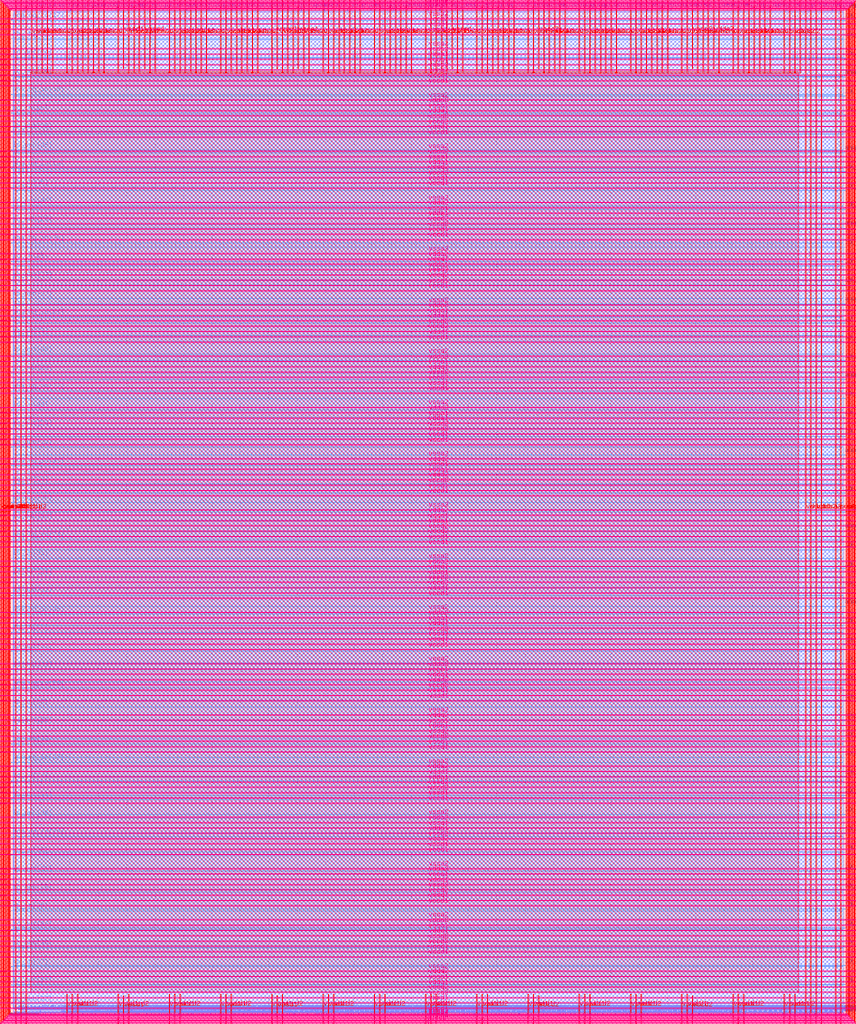
<source format=lef>
VERSION 5.7 ;
  NOWIREEXTENSIONATPIN ON ;
  DIVIDERCHAR "/" ;
  BUSBITCHARS "[]" ;
MACRO user_project_wrapper
  CLASS BLOCK ;
  FOREIGN user_project_wrapper ;
  ORIGIN 0.000 0.000 ;
  SIZE 2920.000 BY 3520.000 ;
  PIN analog_io[0]
    DIRECTION INOUT ;
    USE SIGNAL ;
    PORT
      LAYER met3 ;
        RECT 2917.600 1426.380 2924.800 1427.580 ;
    END
  END analog_io[0]
  PIN analog_io[10]
    DIRECTION INOUT ;
    USE SIGNAL ;
    PORT
      LAYER met2 ;
        RECT 2230.490 3517.600 2231.050 3524.800 ;
    END
  END analog_io[10]
  PIN analog_io[11]
    DIRECTION INOUT ;
    USE SIGNAL ;
    PORT
      LAYER met2 ;
        RECT 1905.730 3517.600 1906.290 3524.800 ;
    END
  END analog_io[11]
  PIN analog_io[12]
    DIRECTION INOUT ;
    USE SIGNAL ;
    PORT
      LAYER met2 ;
        RECT 1581.430 3517.600 1581.990 3524.800 ;
    END
  END analog_io[12]
  PIN analog_io[13]
    DIRECTION INOUT ;
    USE SIGNAL ;
    PORT
      LAYER met2 ;
        RECT 1257.130 3517.600 1257.690 3524.800 ;
    END
  END analog_io[13]
  PIN analog_io[14]
    DIRECTION INOUT ;
    USE SIGNAL ;
    PORT
      LAYER met2 ;
        RECT 932.370 3517.600 932.930 3524.800 ;
    END
  END analog_io[14]
  PIN analog_io[15]
    DIRECTION INOUT ;
    USE SIGNAL ;
    PORT
      LAYER met2 ;
        RECT 608.070 3517.600 608.630 3524.800 ;
    END
  END analog_io[15]
  PIN analog_io[16]
    DIRECTION INOUT ;
    USE SIGNAL ;
    PORT
      LAYER met2 ;
        RECT 283.770 3517.600 284.330 3524.800 ;
    END
  END analog_io[16]
  PIN analog_io[17]
    DIRECTION INOUT ;
    USE SIGNAL ;
    PORT
      LAYER met3 ;
        RECT -4.800 3486.100 2.400 3487.300 ;
    END
  END analog_io[17]
  PIN analog_io[18]
    DIRECTION INOUT ;
    USE SIGNAL ;
    PORT
      LAYER met3 ;
        RECT -4.800 3224.980 2.400 3226.180 ;
    END
  END analog_io[18]
  PIN analog_io[19]
    DIRECTION INOUT ;
    USE SIGNAL ;
    PORT
      LAYER met3 ;
        RECT -4.800 2964.540 2.400 2965.740 ;
    END
  END analog_io[19]
  PIN analog_io[1]
    DIRECTION INOUT ;
    USE SIGNAL ;
    PORT
      LAYER met3 ;
        RECT 2917.600 1692.260 2924.800 1693.460 ;
    END
  END analog_io[1]
  PIN analog_io[20]
    DIRECTION INOUT ;
    USE SIGNAL ;
    PORT
      LAYER met3 ;
        RECT -4.800 2703.420 2.400 2704.620 ;
    END
  END analog_io[20]
  PIN analog_io[21]
    DIRECTION INOUT ;
    USE SIGNAL ;
    PORT
      LAYER met3 ;
        RECT -4.800 2442.980 2.400 2444.180 ;
    END
  END analog_io[21]
  PIN analog_io[22]
    DIRECTION INOUT ;
    USE SIGNAL ;
    PORT
      LAYER met3 ;
        RECT -4.800 2182.540 2.400 2183.740 ;
    END
  END analog_io[22]
  PIN analog_io[23]
    DIRECTION INOUT ;
    USE SIGNAL ;
    PORT
      LAYER met3 ;
        RECT -4.800 1921.420 2.400 1922.620 ;
    END
  END analog_io[23]
  PIN analog_io[24]
    DIRECTION INOUT ;
    USE SIGNAL ;
    PORT
      LAYER met3 ;
        RECT -4.800 1660.980 2.400 1662.180 ;
    END
  END analog_io[24]
  PIN analog_io[25]
    DIRECTION INOUT ;
    USE SIGNAL ;
    PORT
      LAYER met3 ;
        RECT -4.800 1399.860 2.400 1401.060 ;
    END
  END analog_io[25]
  PIN analog_io[26]
    DIRECTION INOUT ;
    USE SIGNAL ;
    PORT
      LAYER met3 ;
        RECT -4.800 1139.420 2.400 1140.620 ;
    END
  END analog_io[26]
  PIN analog_io[27]
    DIRECTION INOUT ;
    USE SIGNAL ;
    PORT
      LAYER met3 ;
        RECT -4.800 878.980 2.400 880.180 ;
    END
  END analog_io[27]
  PIN analog_io[28]
    DIRECTION INOUT ;
    USE SIGNAL ;
    PORT
      LAYER met3 ;
        RECT -4.800 617.860 2.400 619.060 ;
    END
  END analog_io[28]
  PIN analog_io[2]
    DIRECTION INOUT ;
    USE SIGNAL ;
    PORT
      LAYER met3 ;
        RECT 2917.600 1958.140 2924.800 1959.340 ;
    END
  END analog_io[2]
  PIN analog_io[3]
    DIRECTION INOUT ;
    USE SIGNAL ;
    PORT
      LAYER met3 ;
        RECT 2917.600 2223.340 2924.800 2224.540 ;
    END
  END analog_io[3]
  PIN analog_io[4]
    DIRECTION INOUT ;
    USE SIGNAL ;
    PORT
      LAYER met3 ;
        RECT 2917.600 2489.220 2924.800 2490.420 ;
    END
  END analog_io[4]
  PIN analog_io[5]
    DIRECTION INOUT ;
    USE SIGNAL ;
    PORT
      LAYER met3 ;
        RECT 2917.600 2755.100 2924.800 2756.300 ;
    END
  END analog_io[5]
  PIN analog_io[6]
    DIRECTION INOUT ;
    USE SIGNAL ;
    PORT
      LAYER met3 ;
        RECT 2917.600 3020.300 2924.800 3021.500 ;
    END
  END analog_io[6]
  PIN analog_io[7]
    DIRECTION INOUT ;
    USE SIGNAL ;
    PORT
      LAYER met3 ;
        RECT 2917.600 3286.180 2924.800 3287.380 ;
    END
  END analog_io[7]
  PIN analog_io[8]
    DIRECTION INOUT ;
    USE SIGNAL ;
    PORT
      LAYER met2 ;
        RECT 2879.090 3517.600 2879.650 3524.800 ;
    END
  END analog_io[8]
  PIN analog_io[9]
    DIRECTION INOUT ;
    USE SIGNAL ;
    PORT
      LAYER met2 ;
        RECT 2554.790 3517.600 2555.350 3524.800 ;
    END
  END analog_io[9]
  PIN io_in[0]
    DIRECTION INPUT ;
    USE SIGNAL ;
    PORT
      LAYER met3 ;
        RECT 2917.600 32.380 2924.800 33.580 ;
    END
  END io_in[0]
  PIN io_in[10]
    DIRECTION INPUT ;
    USE SIGNAL ;
    PORT
      LAYER met3 ;
        RECT 2917.600 2289.980 2924.800 2291.180 ;
    END
  END io_in[10]
  PIN io_in[11]
    DIRECTION INPUT ;
    USE SIGNAL ;
    PORT
      LAYER met3 ;
        RECT 2917.600 2555.860 2924.800 2557.060 ;
    END
  END io_in[11]
  PIN io_in[12]
    DIRECTION INPUT ;
    USE SIGNAL ;
    PORT
      LAYER met3 ;
        RECT 2917.600 2821.060 2924.800 2822.260 ;
    END
  END io_in[12]
  PIN io_in[13]
    DIRECTION INPUT ;
    USE SIGNAL ;
    PORT
      LAYER met3 ;
        RECT 2917.600 3086.940 2924.800 3088.140 ;
    END
  END io_in[13]
  PIN io_in[14]
    DIRECTION INPUT ;
    USE SIGNAL ;
    PORT
      LAYER met3 ;
        RECT 2917.600 3352.820 2924.800 3354.020 ;
    END
  END io_in[14]
  PIN io_in[15]
    DIRECTION INPUT ;
    USE SIGNAL ;
    PORT
      LAYER met2 ;
        RECT 2798.130 3517.600 2798.690 3524.800 ;
    END
  END io_in[15]
  PIN io_in[16]
    DIRECTION INPUT ;
    USE SIGNAL ;
    PORT
      LAYER met2 ;
        RECT 2473.830 3517.600 2474.390 3524.800 ;
    END
  END io_in[16]
  PIN io_in[17]
    DIRECTION INPUT ;
    USE SIGNAL ;
    PORT
      LAYER met2 ;
        RECT 2149.070 3517.600 2149.630 3524.800 ;
    END
  END io_in[17]
  PIN io_in[18]
    DIRECTION INPUT ;
    USE SIGNAL ;
    PORT
      LAYER met2 ;
        RECT 1824.770 3517.600 1825.330 3524.800 ;
    END
  END io_in[18]
  PIN io_in[19]
    DIRECTION INPUT ;
    USE SIGNAL ;
    PORT
      LAYER met2 ;
        RECT 1500.470 3517.600 1501.030 3524.800 ;
    END
  END io_in[19]
  PIN io_in[1]
    DIRECTION INPUT ;
    USE SIGNAL ;
    PORT
      LAYER met3 ;
        RECT 2917.600 230.940 2924.800 232.140 ;
    END
  END io_in[1]
  PIN io_in[20]
    DIRECTION INPUT ;
    USE SIGNAL ;
    PORT
      LAYER met2 ;
        RECT 1175.710 3517.600 1176.270 3524.800 ;
    END
  END io_in[20]
  PIN io_in[21]
    DIRECTION INPUT ;
    USE SIGNAL ;
    PORT
      LAYER met2 ;
        RECT 851.410 3517.600 851.970 3524.800 ;
    END
  END io_in[21]
  PIN io_in[22]
    DIRECTION INPUT ;
    USE SIGNAL ;
    PORT
      LAYER met2 ;
        RECT 527.110 3517.600 527.670 3524.800 ;
    END
  END io_in[22]
  PIN io_in[23]
    DIRECTION INPUT ;
    USE SIGNAL ;
    PORT
      LAYER met2 ;
        RECT 202.350 3517.600 202.910 3524.800 ;
    END
  END io_in[23]
  PIN io_in[24]
    DIRECTION INPUT ;
    USE SIGNAL ;
    PORT
      LAYER met3 ;
        RECT -4.800 3420.820 2.400 3422.020 ;
    END
  END io_in[24]
  PIN io_in[25]
    DIRECTION INPUT ;
    USE SIGNAL ;
    PORT
      LAYER met3 ;
        RECT -4.800 3159.700 2.400 3160.900 ;
    END
  END io_in[25]
  PIN io_in[26]
    DIRECTION INPUT ;
    USE SIGNAL ;
    PORT
      LAYER met3 ;
        RECT -4.800 2899.260 2.400 2900.460 ;
    END
  END io_in[26]
  PIN io_in[27]
    DIRECTION INPUT ;
    USE SIGNAL ;
    PORT
      LAYER met3 ;
        RECT -4.800 2638.820 2.400 2640.020 ;
    END
  END io_in[27]
  PIN io_in[28]
    DIRECTION INPUT ;
    USE SIGNAL ;
    PORT
      LAYER met3 ;
        RECT -4.800 2377.700 2.400 2378.900 ;
    END
  END io_in[28]
  PIN io_in[29]
    DIRECTION INPUT ;
    USE SIGNAL ;
    PORT
      LAYER met3 ;
        RECT -4.800 2117.260 2.400 2118.460 ;
    END
  END io_in[29]
  PIN io_in[2]
    DIRECTION INPUT ;
    USE SIGNAL ;
    PORT
      LAYER met3 ;
        RECT 2917.600 430.180 2924.800 431.380 ;
    END
  END io_in[2]
  PIN io_in[30]
    DIRECTION INPUT ;
    USE SIGNAL ;
    PORT
      LAYER met3 ;
        RECT -4.800 1856.140 2.400 1857.340 ;
    END
  END io_in[30]
  PIN io_in[31]
    DIRECTION INPUT ;
    USE SIGNAL ;
    PORT
      LAYER met3 ;
        RECT -4.800 1595.700 2.400 1596.900 ;
    END
  END io_in[31]
  PIN io_in[32]
    DIRECTION INPUT ;
    USE SIGNAL ;
    PORT
      LAYER met3 ;
        RECT -4.800 1335.260 2.400 1336.460 ;
    END
  END io_in[32]
  PIN io_in[33]
    DIRECTION INPUT ;
    USE SIGNAL ;
    PORT
      LAYER met3 ;
        RECT -4.800 1074.140 2.400 1075.340 ;
    END
  END io_in[33]
  PIN io_in[34]
    DIRECTION INPUT ;
    USE SIGNAL ;
    PORT
      LAYER met3 ;
        RECT -4.800 813.700 2.400 814.900 ;
    END
  END io_in[34]
  PIN io_in[35]
    DIRECTION INPUT ;
    USE SIGNAL ;
    PORT
      LAYER met3 ;
        RECT -4.800 552.580 2.400 553.780 ;
    END
  END io_in[35]
  PIN io_in[36]
    DIRECTION INPUT ;
    USE SIGNAL ;
    PORT
      LAYER met3 ;
        RECT -4.800 357.420 2.400 358.620 ;
    END
  END io_in[36]
  PIN io_in[37]
    DIRECTION INPUT ;
    USE SIGNAL ;
    PORT
      LAYER met3 ;
        RECT -4.800 161.580 2.400 162.780 ;
    END
  END io_in[37]
  PIN io_in[3]
    DIRECTION INPUT ;
    USE SIGNAL ;
    PORT
      LAYER met3 ;
        RECT 2917.600 629.420 2924.800 630.620 ;
    END
  END io_in[3]
  PIN io_in[4]
    DIRECTION INPUT ;
    USE SIGNAL ;
    PORT
      LAYER met3 ;
        RECT 2917.600 828.660 2924.800 829.860 ;
    END
  END io_in[4]
  PIN io_in[5]
    DIRECTION INPUT ;
    USE SIGNAL ;
    PORT
      LAYER met3 ;
        RECT 2917.600 1027.900 2924.800 1029.100 ;
    END
  END io_in[5]
  PIN io_in[6]
    DIRECTION INPUT ;
    USE SIGNAL ;
    PORT
      LAYER met3 ;
        RECT 2917.600 1227.140 2924.800 1228.340 ;
    END
  END io_in[6]
  PIN io_in[7]
    DIRECTION INPUT ;
    USE SIGNAL ;
    PORT
      LAYER met3 ;
        RECT 2917.600 1493.020 2924.800 1494.220 ;
    END
  END io_in[7]
  PIN io_in[8]
    DIRECTION INPUT ;
    USE SIGNAL ;
    PORT
      LAYER met3 ;
        RECT 2917.600 1758.900 2924.800 1760.100 ;
    END
  END io_in[8]
  PIN io_in[9]
    DIRECTION INPUT ;
    USE SIGNAL ;
    PORT
      LAYER met3 ;
        RECT 2917.600 2024.100 2924.800 2025.300 ;
    END
  END io_in[9]
  PIN io_oeb[0]
    DIRECTION OUTPUT TRISTATE ;
    USE SIGNAL ;
    PORT
      LAYER met3 ;
        RECT 2917.600 164.980 2924.800 166.180 ;
    END
  END io_oeb[0]
  PIN io_oeb[10]
    DIRECTION OUTPUT TRISTATE ;
    USE SIGNAL ;
    PORT
      LAYER met3 ;
        RECT 2917.600 2422.580 2924.800 2423.780 ;
    END
  END io_oeb[10]
  PIN io_oeb[11]
    DIRECTION OUTPUT TRISTATE ;
    USE SIGNAL ;
    PORT
      LAYER met3 ;
        RECT 2917.600 2688.460 2924.800 2689.660 ;
    END
  END io_oeb[11]
  PIN io_oeb[12]
    DIRECTION OUTPUT TRISTATE ;
    USE SIGNAL ;
    PORT
      LAYER met3 ;
        RECT 2917.600 2954.340 2924.800 2955.540 ;
    END
  END io_oeb[12]
  PIN io_oeb[13]
    DIRECTION OUTPUT TRISTATE ;
    USE SIGNAL ;
    PORT
      LAYER met3 ;
        RECT 2917.600 3219.540 2924.800 3220.740 ;
    END
  END io_oeb[13]
  PIN io_oeb[14]
    DIRECTION OUTPUT TRISTATE ;
    USE SIGNAL ;
    PORT
      LAYER met3 ;
        RECT 2917.600 3485.420 2924.800 3486.620 ;
    END
  END io_oeb[14]
  PIN io_oeb[15]
    DIRECTION OUTPUT TRISTATE ;
    USE SIGNAL ;
    PORT
      LAYER met2 ;
        RECT 2635.750 3517.600 2636.310 3524.800 ;
    END
  END io_oeb[15]
  PIN io_oeb[16]
    DIRECTION OUTPUT TRISTATE ;
    USE SIGNAL ;
    PORT
      LAYER met2 ;
        RECT 2311.450 3517.600 2312.010 3524.800 ;
    END
  END io_oeb[16]
  PIN io_oeb[17]
    DIRECTION OUTPUT TRISTATE ;
    USE SIGNAL ;
    PORT
      LAYER met2 ;
        RECT 1987.150 3517.600 1987.710 3524.800 ;
    END
  END io_oeb[17]
  PIN io_oeb[18]
    DIRECTION OUTPUT TRISTATE ;
    USE SIGNAL ;
    PORT
      LAYER met2 ;
        RECT 1662.390 3517.600 1662.950 3524.800 ;
    END
  END io_oeb[18]
  PIN io_oeb[19]
    DIRECTION OUTPUT TRISTATE ;
    USE SIGNAL ;
    PORT
      LAYER met2 ;
        RECT 1338.090 3517.600 1338.650 3524.800 ;
    END
  END io_oeb[19]
  PIN io_oeb[1]
    DIRECTION OUTPUT TRISTATE ;
    USE SIGNAL ;
    PORT
      LAYER met3 ;
        RECT 2917.600 364.220 2924.800 365.420 ;
    END
  END io_oeb[1]
  PIN io_oeb[20]
    DIRECTION OUTPUT TRISTATE ;
    USE SIGNAL ;
    PORT
      LAYER met2 ;
        RECT 1013.790 3517.600 1014.350 3524.800 ;
    END
  END io_oeb[20]
  PIN io_oeb[21]
    DIRECTION OUTPUT TRISTATE ;
    USE SIGNAL ;
    PORT
      LAYER met2 ;
        RECT 689.030 3517.600 689.590 3524.800 ;
    END
  END io_oeb[21]
  PIN io_oeb[22]
    DIRECTION OUTPUT TRISTATE ;
    USE SIGNAL ;
    PORT
      LAYER met2 ;
        RECT 364.730 3517.600 365.290 3524.800 ;
    END
  END io_oeb[22]
  PIN io_oeb[23]
    DIRECTION OUTPUT TRISTATE ;
    USE SIGNAL ;
    PORT
      LAYER met2 ;
        RECT 40.430 3517.600 40.990 3524.800 ;
    END
  END io_oeb[23]
  PIN io_oeb[24]
    DIRECTION OUTPUT TRISTATE ;
    USE SIGNAL ;
    PORT
      LAYER met3 ;
        RECT -4.800 3290.260 2.400 3291.460 ;
    END
  END io_oeb[24]
  PIN io_oeb[25]
    DIRECTION OUTPUT TRISTATE ;
    USE SIGNAL ;
    PORT
      LAYER met3 ;
        RECT -4.800 3029.820 2.400 3031.020 ;
    END
  END io_oeb[25]
  PIN io_oeb[26]
    DIRECTION OUTPUT TRISTATE ;
    USE SIGNAL ;
    PORT
      LAYER met3 ;
        RECT -4.800 2768.700 2.400 2769.900 ;
    END
  END io_oeb[26]
  PIN io_oeb[27]
    DIRECTION OUTPUT TRISTATE ;
    USE SIGNAL ;
    PORT
      LAYER met3 ;
        RECT -4.800 2508.260 2.400 2509.460 ;
    END
  END io_oeb[27]
  PIN io_oeb[28]
    DIRECTION OUTPUT TRISTATE ;
    USE SIGNAL ;
    PORT
      LAYER met3 ;
        RECT -4.800 2247.140 2.400 2248.340 ;
    END
  END io_oeb[28]
  PIN io_oeb[29]
    DIRECTION OUTPUT TRISTATE ;
    USE SIGNAL ;
    PORT
      LAYER met3 ;
        RECT -4.800 1986.700 2.400 1987.900 ;
    END
  END io_oeb[29]
  PIN io_oeb[2]
    DIRECTION OUTPUT TRISTATE ;
    USE SIGNAL ;
    PORT
      LAYER met3 ;
        RECT 2917.600 563.460 2924.800 564.660 ;
    END
  END io_oeb[2]
  PIN io_oeb[30]
    DIRECTION OUTPUT TRISTATE ;
    USE SIGNAL ;
    PORT
      LAYER met3 ;
        RECT -4.800 1726.260 2.400 1727.460 ;
    END
  END io_oeb[30]
  PIN io_oeb[31]
    DIRECTION OUTPUT TRISTATE ;
    USE SIGNAL ;
    PORT
      LAYER met3 ;
        RECT -4.800 1465.140 2.400 1466.340 ;
    END
  END io_oeb[31]
  PIN io_oeb[32]
    DIRECTION OUTPUT TRISTATE ;
    USE SIGNAL ;
    PORT
      LAYER met3 ;
        RECT -4.800 1204.700 2.400 1205.900 ;
    END
  END io_oeb[32]
  PIN io_oeb[33]
    DIRECTION OUTPUT TRISTATE ;
    USE SIGNAL ;
    PORT
      LAYER met3 ;
        RECT -4.800 943.580 2.400 944.780 ;
    END
  END io_oeb[33]
  PIN io_oeb[34]
    DIRECTION OUTPUT TRISTATE ;
    USE SIGNAL ;
    PORT
      LAYER met3 ;
        RECT -4.800 683.140 2.400 684.340 ;
    END
  END io_oeb[34]
  PIN io_oeb[35]
    DIRECTION OUTPUT TRISTATE ;
    USE SIGNAL ;
    PORT
      LAYER met3 ;
        RECT -4.800 422.700 2.400 423.900 ;
    END
  END io_oeb[35]
  PIN io_oeb[36]
    DIRECTION OUTPUT TRISTATE ;
    USE SIGNAL ;
    PORT
      LAYER met3 ;
        RECT -4.800 226.860 2.400 228.060 ;
    END
  END io_oeb[36]
  PIN io_oeb[37]
    DIRECTION OUTPUT TRISTATE ;
    USE SIGNAL ;
    PORT
      LAYER met3 ;
        RECT -4.800 31.700 2.400 32.900 ;
    END
  END io_oeb[37]
  PIN io_oeb[3]
    DIRECTION OUTPUT TRISTATE ;
    USE SIGNAL ;
    PORT
      LAYER met3 ;
        RECT 2917.600 762.700 2924.800 763.900 ;
    END
  END io_oeb[3]
  PIN io_oeb[4]
    DIRECTION OUTPUT TRISTATE ;
    USE SIGNAL ;
    PORT
      LAYER met3 ;
        RECT 2917.600 961.940 2924.800 963.140 ;
    END
  END io_oeb[4]
  PIN io_oeb[5]
    DIRECTION OUTPUT TRISTATE ;
    USE SIGNAL ;
    PORT
      LAYER met3 ;
        RECT 2917.600 1161.180 2924.800 1162.380 ;
    END
  END io_oeb[5]
  PIN io_oeb[6]
    DIRECTION OUTPUT TRISTATE ;
    USE SIGNAL ;
    PORT
      LAYER met3 ;
        RECT 2917.600 1360.420 2924.800 1361.620 ;
    END
  END io_oeb[6]
  PIN io_oeb[7]
    DIRECTION OUTPUT TRISTATE ;
    USE SIGNAL ;
    PORT
      LAYER met3 ;
        RECT 2917.600 1625.620 2924.800 1626.820 ;
    END
  END io_oeb[7]
  PIN io_oeb[8]
    DIRECTION OUTPUT TRISTATE ;
    USE SIGNAL ;
    PORT
      LAYER met3 ;
        RECT 2917.600 1891.500 2924.800 1892.700 ;
    END
  END io_oeb[8]
  PIN io_oeb[9]
    DIRECTION OUTPUT TRISTATE ;
    USE SIGNAL ;
    PORT
      LAYER met3 ;
        RECT 2917.600 2157.380 2924.800 2158.580 ;
    END
  END io_oeb[9]
  PIN io_out[0]
    DIRECTION OUTPUT TRISTATE ;
    USE SIGNAL ;
    PORT
      LAYER met3 ;
        RECT 2917.600 98.340 2924.800 99.540 ;
    END
  END io_out[0]
  PIN io_out[10]
    DIRECTION OUTPUT TRISTATE ;
    USE SIGNAL ;
    PORT
      LAYER met3 ;
        RECT 2917.600 2356.620 2924.800 2357.820 ;
    END
  END io_out[10]
  PIN io_out[11]
    DIRECTION OUTPUT TRISTATE ;
    USE SIGNAL ;
    PORT
      LAYER met3 ;
        RECT 2917.600 2621.820 2924.800 2623.020 ;
    END
  END io_out[11]
  PIN io_out[12]
    DIRECTION OUTPUT TRISTATE ;
    USE SIGNAL ;
    PORT
      LAYER met3 ;
        RECT 2917.600 2887.700 2924.800 2888.900 ;
    END
  END io_out[12]
  PIN io_out[13]
    DIRECTION OUTPUT TRISTATE ;
    USE SIGNAL ;
    PORT
      LAYER met3 ;
        RECT 2917.600 3153.580 2924.800 3154.780 ;
    END
  END io_out[13]
  PIN io_out[14]
    DIRECTION OUTPUT TRISTATE ;
    USE SIGNAL ;
    PORT
      LAYER met3 ;
        RECT 2917.600 3418.780 2924.800 3419.980 ;
    END
  END io_out[14]
  PIN io_out[15]
    DIRECTION OUTPUT TRISTATE ;
    USE SIGNAL ;
    PORT
      LAYER met2 ;
        RECT 2717.170 3517.600 2717.730 3524.800 ;
    END
  END io_out[15]
  PIN io_out[16]
    DIRECTION OUTPUT TRISTATE ;
    USE SIGNAL ;
    PORT
      LAYER met2 ;
        RECT 2392.410 3517.600 2392.970 3524.800 ;
    END
  END io_out[16]
  PIN io_out[17]
    DIRECTION OUTPUT TRISTATE ;
    USE SIGNAL ;
    PORT
      LAYER met2 ;
        RECT 2068.110 3517.600 2068.670 3524.800 ;
    END
  END io_out[17]
  PIN io_out[18]
    DIRECTION OUTPUT TRISTATE ;
    USE SIGNAL ;
    PORT
      LAYER met2 ;
        RECT 1743.810 3517.600 1744.370 3524.800 ;
    END
  END io_out[18]
  PIN io_out[19]
    DIRECTION OUTPUT TRISTATE ;
    USE SIGNAL ;
    PORT
      LAYER met2 ;
        RECT 1419.050 3517.600 1419.610 3524.800 ;
    END
  END io_out[19]
  PIN io_out[1]
    DIRECTION OUTPUT TRISTATE ;
    USE SIGNAL ;
    PORT
      LAYER met3 ;
        RECT 2917.600 297.580 2924.800 298.780 ;
    END
  END io_out[1]
  PIN io_out[20]
    DIRECTION OUTPUT TRISTATE ;
    USE SIGNAL ;
    PORT
      LAYER met2 ;
        RECT 1094.750 3517.600 1095.310 3524.800 ;
    END
  END io_out[20]
  PIN io_out[21]
    DIRECTION OUTPUT TRISTATE ;
    USE SIGNAL ;
    PORT
      LAYER met2 ;
        RECT 770.450 3517.600 771.010 3524.800 ;
    END
  END io_out[21]
  PIN io_out[22]
    DIRECTION OUTPUT TRISTATE ;
    USE SIGNAL ;
    PORT
      LAYER met2 ;
        RECT 445.690 3517.600 446.250 3524.800 ;
    END
  END io_out[22]
  PIN io_out[23]
    DIRECTION OUTPUT TRISTATE ;
    USE SIGNAL ;
    PORT
      LAYER met2 ;
        RECT 121.390 3517.600 121.950 3524.800 ;
    END
  END io_out[23]
  PIN io_out[24]
    DIRECTION OUTPUT TRISTATE ;
    USE SIGNAL ;
    PORT
      LAYER met3 ;
        RECT -4.800 3355.540 2.400 3356.740 ;
    END
  END io_out[24]
  PIN io_out[25]
    DIRECTION OUTPUT TRISTATE ;
    USE SIGNAL ;
    PORT
      LAYER met3 ;
        RECT -4.800 3095.100 2.400 3096.300 ;
    END
  END io_out[25]
  PIN io_out[26]
    DIRECTION OUTPUT TRISTATE ;
    USE SIGNAL ;
    PORT
      LAYER met3 ;
        RECT -4.800 2833.980 2.400 2835.180 ;
    END
  END io_out[26]
  PIN io_out[27]
    DIRECTION OUTPUT TRISTATE ;
    USE SIGNAL ;
    PORT
      LAYER met3 ;
        RECT -4.800 2573.540 2.400 2574.740 ;
    END
  END io_out[27]
  PIN io_out[28]
    DIRECTION OUTPUT TRISTATE ;
    USE SIGNAL ;
    PORT
      LAYER met3 ;
        RECT -4.800 2312.420 2.400 2313.620 ;
    END
  END io_out[28]
  PIN io_out[29]
    DIRECTION OUTPUT TRISTATE ;
    USE SIGNAL ;
    PORT
      LAYER met3 ;
        RECT -4.800 2051.980 2.400 2053.180 ;
    END
  END io_out[29]
  PIN io_out[2]
    DIRECTION OUTPUT TRISTATE ;
    USE SIGNAL ;
    PORT
      LAYER met3 ;
        RECT 2917.600 496.820 2924.800 498.020 ;
    END
  END io_out[2]
  PIN io_out[30]
    DIRECTION OUTPUT TRISTATE ;
    USE SIGNAL ;
    PORT
      LAYER met3 ;
        RECT -4.800 1791.540 2.400 1792.740 ;
    END
  END io_out[30]
  PIN io_out[31]
    DIRECTION OUTPUT TRISTATE ;
    USE SIGNAL ;
    PORT
      LAYER met3 ;
        RECT -4.800 1530.420 2.400 1531.620 ;
    END
  END io_out[31]
  PIN io_out[32]
    DIRECTION OUTPUT TRISTATE ;
    USE SIGNAL ;
    PORT
      LAYER met3 ;
        RECT -4.800 1269.980 2.400 1271.180 ;
    END
  END io_out[32]
  PIN io_out[33]
    DIRECTION OUTPUT TRISTATE ;
    USE SIGNAL ;
    PORT
      LAYER met3 ;
        RECT -4.800 1008.860 2.400 1010.060 ;
    END
  END io_out[33]
  PIN io_out[34]
    DIRECTION OUTPUT TRISTATE ;
    USE SIGNAL ;
    PORT
      LAYER met3 ;
        RECT -4.800 748.420 2.400 749.620 ;
    END
  END io_out[34]
  PIN io_out[35]
    DIRECTION OUTPUT TRISTATE ;
    USE SIGNAL ;
    PORT
      LAYER met3 ;
        RECT -4.800 487.300 2.400 488.500 ;
    END
  END io_out[35]
  PIN io_out[36]
    DIRECTION OUTPUT TRISTATE ;
    USE SIGNAL ;
    PORT
      LAYER met3 ;
        RECT -4.800 292.140 2.400 293.340 ;
    END
  END io_out[36]
  PIN io_out[37]
    DIRECTION OUTPUT TRISTATE ;
    USE SIGNAL ;
    PORT
      LAYER met3 ;
        RECT -4.800 96.300 2.400 97.500 ;
    END
  END io_out[37]
  PIN io_out[3]
    DIRECTION OUTPUT TRISTATE ;
    USE SIGNAL ;
    PORT
      LAYER met3 ;
        RECT 2917.600 696.060 2924.800 697.260 ;
    END
  END io_out[3]
  PIN io_out[4]
    DIRECTION OUTPUT TRISTATE ;
    USE SIGNAL ;
    PORT
      LAYER met3 ;
        RECT 2917.600 895.300 2924.800 896.500 ;
    END
  END io_out[4]
  PIN io_out[5]
    DIRECTION OUTPUT TRISTATE ;
    USE SIGNAL ;
    PORT
      LAYER met3 ;
        RECT 2917.600 1094.540 2924.800 1095.740 ;
    END
  END io_out[5]
  PIN io_out[6]
    DIRECTION OUTPUT TRISTATE ;
    USE SIGNAL ;
    PORT
      LAYER met3 ;
        RECT 2917.600 1293.780 2924.800 1294.980 ;
    END
  END io_out[6]
  PIN io_out[7]
    DIRECTION OUTPUT TRISTATE ;
    USE SIGNAL ;
    PORT
      LAYER met3 ;
        RECT 2917.600 1559.660 2924.800 1560.860 ;
    END
  END io_out[7]
  PIN io_out[8]
    DIRECTION OUTPUT TRISTATE ;
    USE SIGNAL ;
    PORT
      LAYER met3 ;
        RECT 2917.600 1824.860 2924.800 1826.060 ;
    END
  END io_out[8]
  PIN io_out[9]
    DIRECTION OUTPUT TRISTATE ;
    USE SIGNAL ;
    PORT
      LAYER met3 ;
        RECT 2917.600 2090.740 2924.800 2091.940 ;
    END
  END io_out[9]
  PIN la_data_in[0]
    DIRECTION INPUT ;
    USE SIGNAL ;
    PORT
      LAYER met2 ;
        RECT 629.230 -4.800 629.790 2.400 ;
    END
  END la_data_in[0]
  PIN la_data_in[100]
    DIRECTION INPUT ;
    USE SIGNAL ;
    PORT
      LAYER met2 ;
        RECT 2402.530 -4.800 2403.090 2.400 ;
    END
  END la_data_in[100]
  PIN la_data_in[101]
    DIRECTION INPUT ;
    USE SIGNAL ;
    PORT
      LAYER met2 ;
        RECT 2420.010 -4.800 2420.570 2.400 ;
    END
  END la_data_in[101]
  PIN la_data_in[102]
    DIRECTION INPUT ;
    USE SIGNAL ;
    PORT
      LAYER met2 ;
        RECT 2437.950 -4.800 2438.510 2.400 ;
    END
  END la_data_in[102]
  PIN la_data_in[103]
    DIRECTION INPUT ;
    USE SIGNAL ;
    PORT
      LAYER met2 ;
        RECT 2455.430 -4.800 2455.990 2.400 ;
    END
  END la_data_in[103]
  PIN la_data_in[104]
    DIRECTION INPUT ;
    USE SIGNAL ;
    PORT
      LAYER met2 ;
        RECT 2473.370 -4.800 2473.930 2.400 ;
    END
  END la_data_in[104]
  PIN la_data_in[105]
    DIRECTION INPUT ;
    USE SIGNAL ;
    PORT
      LAYER met2 ;
        RECT 2490.850 -4.800 2491.410 2.400 ;
    END
  END la_data_in[105]
  PIN la_data_in[106]
    DIRECTION INPUT ;
    USE SIGNAL ;
    PORT
      LAYER met2 ;
        RECT 2508.790 -4.800 2509.350 2.400 ;
    END
  END la_data_in[106]
  PIN la_data_in[107]
    DIRECTION INPUT ;
    USE SIGNAL ;
    PORT
      LAYER met2 ;
        RECT 2526.730 -4.800 2527.290 2.400 ;
    END
  END la_data_in[107]
  PIN la_data_in[108]
    DIRECTION INPUT ;
    USE SIGNAL ;
    PORT
      LAYER met2 ;
        RECT 2544.210 -4.800 2544.770 2.400 ;
    END
  END la_data_in[108]
  PIN la_data_in[109]
    DIRECTION INPUT ;
    USE SIGNAL ;
    PORT
      LAYER met2 ;
        RECT 2562.150 -4.800 2562.710 2.400 ;
    END
  END la_data_in[109]
  PIN la_data_in[10]
    DIRECTION INPUT ;
    USE SIGNAL ;
    PORT
      LAYER met2 ;
        RECT 806.330 -4.800 806.890 2.400 ;
    END
  END la_data_in[10]
  PIN la_data_in[110]
    DIRECTION INPUT ;
    USE SIGNAL ;
    PORT
      LAYER met2 ;
        RECT 2579.630 -4.800 2580.190 2.400 ;
    END
  END la_data_in[110]
  PIN la_data_in[111]
    DIRECTION INPUT ;
    USE SIGNAL ;
    PORT
      LAYER met2 ;
        RECT 2597.570 -4.800 2598.130 2.400 ;
    END
  END la_data_in[111]
  PIN la_data_in[112]
    DIRECTION INPUT ;
    USE SIGNAL ;
    PORT
      LAYER met2 ;
        RECT 2615.050 -4.800 2615.610 2.400 ;
    END
  END la_data_in[112]
  PIN la_data_in[113]
    DIRECTION INPUT ;
    USE SIGNAL ;
    PORT
      LAYER met2 ;
        RECT 2632.990 -4.800 2633.550 2.400 ;
    END
  END la_data_in[113]
  PIN la_data_in[114]
    DIRECTION INPUT ;
    USE SIGNAL ;
    PORT
      LAYER met2 ;
        RECT 2650.470 -4.800 2651.030 2.400 ;
    END
  END la_data_in[114]
  PIN la_data_in[115]
    DIRECTION INPUT ;
    USE SIGNAL ;
    PORT
      LAYER met2 ;
        RECT 2668.410 -4.800 2668.970 2.400 ;
    END
  END la_data_in[115]
  PIN la_data_in[116]
    DIRECTION INPUT ;
    USE SIGNAL ;
    PORT
      LAYER met2 ;
        RECT 2685.890 -4.800 2686.450 2.400 ;
    END
  END la_data_in[116]
  PIN la_data_in[117]
    DIRECTION INPUT ;
    USE SIGNAL ;
    PORT
      LAYER met2 ;
        RECT 2703.830 -4.800 2704.390 2.400 ;
    END
  END la_data_in[117]
  PIN la_data_in[118]
    DIRECTION INPUT ;
    USE SIGNAL ;
    PORT
      LAYER met2 ;
        RECT 2721.770 -4.800 2722.330 2.400 ;
    END
  END la_data_in[118]
  PIN la_data_in[119]
    DIRECTION INPUT ;
    USE SIGNAL ;
    PORT
      LAYER met2 ;
        RECT 2739.250 -4.800 2739.810 2.400 ;
    END
  END la_data_in[119]
  PIN la_data_in[11]
    DIRECTION INPUT ;
    USE SIGNAL ;
    PORT
      LAYER met2 ;
        RECT 824.270 -4.800 824.830 2.400 ;
    END
  END la_data_in[11]
  PIN la_data_in[120]
    DIRECTION INPUT ;
    USE SIGNAL ;
    PORT
      LAYER met2 ;
        RECT 2757.190 -4.800 2757.750 2.400 ;
    END
  END la_data_in[120]
  PIN la_data_in[121]
    DIRECTION INPUT ;
    USE SIGNAL ;
    PORT
      LAYER met2 ;
        RECT 2774.670 -4.800 2775.230 2.400 ;
    END
  END la_data_in[121]
  PIN la_data_in[122]
    DIRECTION INPUT ;
    USE SIGNAL ;
    PORT
      LAYER met2 ;
        RECT 2792.610 -4.800 2793.170 2.400 ;
    END
  END la_data_in[122]
  PIN la_data_in[123]
    DIRECTION INPUT ;
    USE SIGNAL ;
    PORT
      LAYER met2 ;
        RECT 2810.090 -4.800 2810.650 2.400 ;
    END
  END la_data_in[123]
  PIN la_data_in[124]
    DIRECTION INPUT ;
    USE SIGNAL ;
    PORT
      LAYER met2 ;
        RECT 2828.030 -4.800 2828.590 2.400 ;
    END
  END la_data_in[124]
  PIN la_data_in[125]
    DIRECTION INPUT ;
    USE SIGNAL ;
    PORT
      LAYER met2 ;
        RECT 2845.510 -4.800 2846.070 2.400 ;
    END
  END la_data_in[125]
  PIN la_data_in[126]
    DIRECTION INPUT ;
    USE SIGNAL ;
    PORT
      LAYER met2 ;
        RECT 2863.450 -4.800 2864.010 2.400 ;
    END
  END la_data_in[126]
  PIN la_data_in[127]
    DIRECTION INPUT ;
    USE SIGNAL ;
    PORT
      LAYER met2 ;
        RECT 2881.390 -4.800 2881.950 2.400 ;
    END
  END la_data_in[127]
  PIN la_data_in[12]
    DIRECTION INPUT ;
    USE SIGNAL ;
    PORT
      LAYER met2 ;
        RECT 841.750 -4.800 842.310 2.400 ;
    END
  END la_data_in[12]
  PIN la_data_in[13]
    DIRECTION INPUT ;
    USE SIGNAL ;
    PORT
      LAYER met2 ;
        RECT 859.690 -4.800 860.250 2.400 ;
    END
  END la_data_in[13]
  PIN la_data_in[14]
    DIRECTION INPUT ;
    USE SIGNAL ;
    PORT
      LAYER met2 ;
        RECT 877.170 -4.800 877.730 2.400 ;
    END
  END la_data_in[14]
  PIN la_data_in[15]
    DIRECTION INPUT ;
    USE SIGNAL ;
    PORT
      LAYER met2 ;
        RECT 895.110 -4.800 895.670 2.400 ;
    END
  END la_data_in[15]
  PIN la_data_in[16]
    DIRECTION INPUT ;
    USE SIGNAL ;
    PORT
      LAYER met2 ;
        RECT 912.590 -4.800 913.150 2.400 ;
    END
  END la_data_in[16]
  PIN la_data_in[17]
    DIRECTION INPUT ;
    USE SIGNAL ;
    PORT
      LAYER met2 ;
        RECT 930.530 -4.800 931.090 2.400 ;
    END
  END la_data_in[17]
  PIN la_data_in[18]
    DIRECTION INPUT ;
    USE SIGNAL ;
    PORT
      LAYER met2 ;
        RECT 948.470 -4.800 949.030 2.400 ;
    END
  END la_data_in[18]
  PIN la_data_in[19]
    DIRECTION INPUT ;
    USE SIGNAL ;
    PORT
      LAYER met2 ;
        RECT 965.950 -4.800 966.510 2.400 ;
    END
  END la_data_in[19]
  PIN la_data_in[1]
    DIRECTION INPUT ;
    USE SIGNAL ;
    PORT
      LAYER met2 ;
        RECT 646.710 -4.800 647.270 2.400 ;
    END
  END la_data_in[1]
  PIN la_data_in[20]
    DIRECTION INPUT ;
    USE SIGNAL ;
    PORT
      LAYER met2 ;
        RECT 983.890 -4.800 984.450 2.400 ;
    END
  END la_data_in[20]
  PIN la_data_in[21]
    DIRECTION INPUT ;
    USE SIGNAL ;
    PORT
      LAYER met2 ;
        RECT 1001.370 -4.800 1001.930 2.400 ;
    END
  END la_data_in[21]
  PIN la_data_in[22]
    DIRECTION INPUT ;
    USE SIGNAL ;
    PORT
      LAYER met2 ;
        RECT 1019.310 -4.800 1019.870 2.400 ;
    END
  END la_data_in[22]
  PIN la_data_in[23]
    DIRECTION INPUT ;
    USE SIGNAL ;
    PORT
      LAYER met2 ;
        RECT 1036.790 -4.800 1037.350 2.400 ;
    END
  END la_data_in[23]
  PIN la_data_in[24]
    DIRECTION INPUT ;
    USE SIGNAL ;
    PORT
      LAYER met2 ;
        RECT 1054.730 -4.800 1055.290 2.400 ;
    END
  END la_data_in[24]
  PIN la_data_in[25]
    DIRECTION INPUT ;
    USE SIGNAL ;
    PORT
      LAYER met2 ;
        RECT 1072.210 -4.800 1072.770 2.400 ;
    END
  END la_data_in[25]
  PIN la_data_in[26]
    DIRECTION INPUT ;
    USE SIGNAL ;
    PORT
      LAYER met2 ;
        RECT 1090.150 -4.800 1090.710 2.400 ;
    END
  END la_data_in[26]
  PIN la_data_in[27]
    DIRECTION INPUT ;
    USE SIGNAL ;
    PORT
      LAYER met2 ;
        RECT 1107.630 -4.800 1108.190 2.400 ;
    END
  END la_data_in[27]
  PIN la_data_in[28]
    DIRECTION INPUT ;
    USE SIGNAL ;
    PORT
      LAYER met2 ;
        RECT 1125.570 -4.800 1126.130 2.400 ;
    END
  END la_data_in[28]
  PIN la_data_in[29]
    DIRECTION INPUT ;
    USE SIGNAL ;
    PORT
      LAYER met2 ;
        RECT 1143.510 -4.800 1144.070 2.400 ;
    END
  END la_data_in[29]
  PIN la_data_in[2]
    DIRECTION INPUT ;
    USE SIGNAL ;
    PORT
      LAYER met2 ;
        RECT 664.650 -4.800 665.210 2.400 ;
    END
  END la_data_in[2]
  PIN la_data_in[30]
    DIRECTION INPUT ;
    USE SIGNAL ;
    PORT
      LAYER met2 ;
        RECT 1160.990 -4.800 1161.550 2.400 ;
    END
  END la_data_in[30]
  PIN la_data_in[31]
    DIRECTION INPUT ;
    USE SIGNAL ;
    PORT
      LAYER met2 ;
        RECT 1178.930 -4.800 1179.490 2.400 ;
    END
  END la_data_in[31]
  PIN la_data_in[32]
    DIRECTION INPUT ;
    USE SIGNAL ;
    PORT
      LAYER met2 ;
        RECT 1196.410 -4.800 1196.970 2.400 ;
    END
  END la_data_in[32]
  PIN la_data_in[33]
    DIRECTION INPUT ;
    USE SIGNAL ;
    PORT
      LAYER met2 ;
        RECT 1214.350 -4.800 1214.910 2.400 ;
    END
  END la_data_in[33]
  PIN la_data_in[34]
    DIRECTION INPUT ;
    USE SIGNAL ;
    PORT
      LAYER met2 ;
        RECT 1231.830 -4.800 1232.390 2.400 ;
    END
  END la_data_in[34]
  PIN la_data_in[35]
    DIRECTION INPUT ;
    USE SIGNAL ;
    PORT
      LAYER met2 ;
        RECT 1249.770 -4.800 1250.330 2.400 ;
    END
  END la_data_in[35]
  PIN la_data_in[36]
    DIRECTION INPUT ;
    USE SIGNAL ;
    PORT
      LAYER met2 ;
        RECT 1267.250 -4.800 1267.810 2.400 ;
    END
  END la_data_in[36]
  PIN la_data_in[37]
    DIRECTION INPUT ;
    USE SIGNAL ;
    PORT
      LAYER met2 ;
        RECT 1285.190 -4.800 1285.750 2.400 ;
    END
  END la_data_in[37]
  PIN la_data_in[38]
    DIRECTION INPUT ;
    USE SIGNAL ;
    PORT
      LAYER met2 ;
        RECT 1303.130 -4.800 1303.690 2.400 ;
    END
  END la_data_in[38]
  PIN la_data_in[39]
    DIRECTION INPUT ;
    USE SIGNAL ;
    PORT
      LAYER met2 ;
        RECT 1320.610 -4.800 1321.170 2.400 ;
    END
  END la_data_in[39]
  PIN la_data_in[3]
    DIRECTION INPUT ;
    USE SIGNAL ;
    PORT
      LAYER met2 ;
        RECT 682.130 -4.800 682.690 2.400 ;
    END
  END la_data_in[3]
  PIN la_data_in[40]
    DIRECTION INPUT ;
    USE SIGNAL ;
    PORT
      LAYER met2 ;
        RECT 1338.550 -4.800 1339.110 2.400 ;
    END
  END la_data_in[40]
  PIN la_data_in[41]
    DIRECTION INPUT ;
    USE SIGNAL ;
    PORT
      LAYER met2 ;
        RECT 1356.030 -4.800 1356.590 2.400 ;
    END
  END la_data_in[41]
  PIN la_data_in[42]
    DIRECTION INPUT ;
    USE SIGNAL ;
    PORT
      LAYER met2 ;
        RECT 1373.970 -4.800 1374.530 2.400 ;
    END
  END la_data_in[42]
  PIN la_data_in[43]
    DIRECTION INPUT ;
    USE SIGNAL ;
    PORT
      LAYER met2 ;
        RECT 1391.450 -4.800 1392.010 2.400 ;
    END
  END la_data_in[43]
  PIN la_data_in[44]
    DIRECTION INPUT ;
    USE SIGNAL ;
    PORT
      LAYER met2 ;
        RECT 1409.390 -4.800 1409.950 2.400 ;
    END
  END la_data_in[44]
  PIN la_data_in[45]
    DIRECTION INPUT ;
    USE SIGNAL ;
    PORT
      LAYER met2 ;
        RECT 1426.870 -4.800 1427.430 2.400 ;
    END
  END la_data_in[45]
  PIN la_data_in[46]
    DIRECTION INPUT ;
    USE SIGNAL ;
    PORT
      LAYER met2 ;
        RECT 1444.810 -4.800 1445.370 2.400 ;
    END
  END la_data_in[46]
  PIN la_data_in[47]
    DIRECTION INPUT ;
    USE SIGNAL ;
    PORT
      LAYER met2 ;
        RECT 1462.750 -4.800 1463.310 2.400 ;
    END
  END la_data_in[47]
  PIN la_data_in[48]
    DIRECTION INPUT ;
    USE SIGNAL ;
    PORT
      LAYER met2 ;
        RECT 1480.230 -4.800 1480.790 2.400 ;
    END
  END la_data_in[48]
  PIN la_data_in[49]
    DIRECTION INPUT ;
    USE SIGNAL ;
    PORT
      LAYER met2 ;
        RECT 1498.170 -4.800 1498.730 2.400 ;
    END
  END la_data_in[49]
  PIN la_data_in[4]
    DIRECTION INPUT ;
    USE SIGNAL ;
    PORT
      LAYER met2 ;
        RECT 700.070 -4.800 700.630 2.400 ;
    END
  END la_data_in[4]
  PIN la_data_in[50]
    DIRECTION INPUT ;
    USE SIGNAL ;
    PORT
      LAYER met2 ;
        RECT 1515.650 -4.800 1516.210 2.400 ;
    END
  END la_data_in[50]
  PIN la_data_in[51]
    DIRECTION INPUT ;
    USE SIGNAL ;
    PORT
      LAYER met2 ;
        RECT 1533.590 -4.800 1534.150 2.400 ;
    END
  END la_data_in[51]
  PIN la_data_in[52]
    DIRECTION INPUT ;
    USE SIGNAL ;
    PORT
      LAYER met2 ;
        RECT 1551.070 -4.800 1551.630 2.400 ;
    END
  END la_data_in[52]
  PIN la_data_in[53]
    DIRECTION INPUT ;
    USE SIGNAL ;
    PORT
      LAYER met2 ;
        RECT 1569.010 -4.800 1569.570 2.400 ;
    END
  END la_data_in[53]
  PIN la_data_in[54]
    DIRECTION INPUT ;
    USE SIGNAL ;
    PORT
      LAYER met2 ;
        RECT 1586.490 -4.800 1587.050 2.400 ;
    END
  END la_data_in[54]
  PIN la_data_in[55]
    DIRECTION INPUT ;
    USE SIGNAL ;
    PORT
      LAYER met2 ;
        RECT 1604.430 -4.800 1604.990 2.400 ;
    END
  END la_data_in[55]
  PIN la_data_in[56]
    DIRECTION INPUT ;
    USE SIGNAL ;
    PORT
      LAYER met2 ;
        RECT 1621.910 -4.800 1622.470 2.400 ;
    END
  END la_data_in[56]
  PIN la_data_in[57]
    DIRECTION INPUT ;
    USE SIGNAL ;
    PORT
      LAYER met2 ;
        RECT 1639.850 -4.800 1640.410 2.400 ;
    END
  END la_data_in[57]
  PIN la_data_in[58]
    DIRECTION INPUT ;
    USE SIGNAL ;
    PORT
      LAYER met2 ;
        RECT 1657.790 -4.800 1658.350 2.400 ;
    END
  END la_data_in[58]
  PIN la_data_in[59]
    DIRECTION INPUT ;
    USE SIGNAL ;
    PORT
      LAYER met2 ;
        RECT 1675.270 -4.800 1675.830 2.400 ;
    END
  END la_data_in[59]
  PIN la_data_in[5]
    DIRECTION INPUT ;
    USE SIGNAL ;
    PORT
      LAYER met2 ;
        RECT 717.550 -4.800 718.110 2.400 ;
    END
  END la_data_in[5]
  PIN la_data_in[60]
    DIRECTION INPUT ;
    USE SIGNAL ;
    PORT
      LAYER met2 ;
        RECT 1693.210 -4.800 1693.770 2.400 ;
    END
  END la_data_in[60]
  PIN la_data_in[61]
    DIRECTION INPUT ;
    USE SIGNAL ;
    PORT
      LAYER met2 ;
        RECT 1710.690 -4.800 1711.250 2.400 ;
    END
  END la_data_in[61]
  PIN la_data_in[62]
    DIRECTION INPUT ;
    USE SIGNAL ;
    PORT
      LAYER met2 ;
        RECT 1728.630 -4.800 1729.190 2.400 ;
    END
  END la_data_in[62]
  PIN la_data_in[63]
    DIRECTION INPUT ;
    USE SIGNAL ;
    PORT
      LAYER met2 ;
        RECT 1746.110 -4.800 1746.670 2.400 ;
    END
  END la_data_in[63]
  PIN la_data_in[64]
    DIRECTION INPUT ;
    USE SIGNAL ;
    PORT
      LAYER met2 ;
        RECT 1764.050 -4.800 1764.610 2.400 ;
    END
  END la_data_in[64]
  PIN la_data_in[65]
    DIRECTION INPUT ;
    USE SIGNAL ;
    PORT
      LAYER met2 ;
        RECT 1781.530 -4.800 1782.090 2.400 ;
    END
  END la_data_in[65]
  PIN la_data_in[66]
    DIRECTION INPUT ;
    USE SIGNAL ;
    PORT
      LAYER met2 ;
        RECT 1799.470 -4.800 1800.030 2.400 ;
    END
  END la_data_in[66]
  PIN la_data_in[67]
    DIRECTION INPUT ;
    USE SIGNAL ;
    PORT
      LAYER met2 ;
        RECT 1817.410 -4.800 1817.970 2.400 ;
    END
  END la_data_in[67]
  PIN la_data_in[68]
    DIRECTION INPUT ;
    USE SIGNAL ;
    PORT
      LAYER met2 ;
        RECT 1834.890 -4.800 1835.450 2.400 ;
    END
  END la_data_in[68]
  PIN la_data_in[69]
    DIRECTION INPUT ;
    USE SIGNAL ;
    PORT
      LAYER met2 ;
        RECT 1852.830 -4.800 1853.390 2.400 ;
    END
  END la_data_in[69]
  PIN la_data_in[6]
    DIRECTION INPUT ;
    USE SIGNAL ;
    PORT
      LAYER met2 ;
        RECT 735.490 -4.800 736.050 2.400 ;
    END
  END la_data_in[6]
  PIN la_data_in[70]
    DIRECTION INPUT ;
    USE SIGNAL ;
    PORT
      LAYER met2 ;
        RECT 1870.310 -4.800 1870.870 2.400 ;
    END
  END la_data_in[70]
  PIN la_data_in[71]
    DIRECTION INPUT ;
    USE SIGNAL ;
    PORT
      LAYER met2 ;
        RECT 1888.250 -4.800 1888.810 2.400 ;
    END
  END la_data_in[71]
  PIN la_data_in[72]
    DIRECTION INPUT ;
    USE SIGNAL ;
    PORT
      LAYER met2 ;
        RECT 1905.730 -4.800 1906.290 2.400 ;
    END
  END la_data_in[72]
  PIN la_data_in[73]
    DIRECTION INPUT ;
    USE SIGNAL ;
    PORT
      LAYER met2 ;
        RECT 1923.670 -4.800 1924.230 2.400 ;
    END
  END la_data_in[73]
  PIN la_data_in[74]
    DIRECTION INPUT ;
    USE SIGNAL ;
    PORT
      LAYER met2 ;
        RECT 1941.150 -4.800 1941.710 2.400 ;
    END
  END la_data_in[74]
  PIN la_data_in[75]
    DIRECTION INPUT ;
    USE SIGNAL ;
    PORT
      LAYER met2 ;
        RECT 1959.090 -4.800 1959.650 2.400 ;
    END
  END la_data_in[75]
  PIN la_data_in[76]
    DIRECTION INPUT ;
    USE SIGNAL ;
    PORT
      LAYER met2 ;
        RECT 1976.570 -4.800 1977.130 2.400 ;
    END
  END la_data_in[76]
  PIN la_data_in[77]
    DIRECTION INPUT ;
    USE SIGNAL ;
    PORT
      LAYER met2 ;
        RECT 1994.510 -4.800 1995.070 2.400 ;
    END
  END la_data_in[77]
  PIN la_data_in[78]
    DIRECTION INPUT ;
    USE SIGNAL ;
    PORT
      LAYER met2 ;
        RECT 2012.450 -4.800 2013.010 2.400 ;
    END
  END la_data_in[78]
  PIN la_data_in[79]
    DIRECTION INPUT ;
    USE SIGNAL ;
    PORT
      LAYER met2 ;
        RECT 2029.930 -4.800 2030.490 2.400 ;
    END
  END la_data_in[79]
  PIN la_data_in[7]
    DIRECTION INPUT ;
    USE SIGNAL ;
    PORT
      LAYER met2 ;
        RECT 752.970 -4.800 753.530 2.400 ;
    END
  END la_data_in[7]
  PIN la_data_in[80]
    DIRECTION INPUT ;
    USE SIGNAL ;
    PORT
      LAYER met2 ;
        RECT 2047.870 -4.800 2048.430 2.400 ;
    END
  END la_data_in[80]
  PIN la_data_in[81]
    DIRECTION INPUT ;
    USE SIGNAL ;
    PORT
      LAYER met2 ;
        RECT 2065.350 -4.800 2065.910 2.400 ;
    END
  END la_data_in[81]
  PIN la_data_in[82]
    DIRECTION INPUT ;
    USE SIGNAL ;
    PORT
      LAYER met2 ;
        RECT 2083.290 -4.800 2083.850 2.400 ;
    END
  END la_data_in[82]
  PIN la_data_in[83]
    DIRECTION INPUT ;
    USE SIGNAL ;
    PORT
      LAYER met2 ;
        RECT 2100.770 -4.800 2101.330 2.400 ;
    END
  END la_data_in[83]
  PIN la_data_in[84]
    DIRECTION INPUT ;
    USE SIGNAL ;
    PORT
      LAYER met2 ;
        RECT 2118.710 -4.800 2119.270 2.400 ;
    END
  END la_data_in[84]
  PIN la_data_in[85]
    DIRECTION INPUT ;
    USE SIGNAL ;
    PORT
      LAYER met2 ;
        RECT 2136.190 -4.800 2136.750 2.400 ;
    END
  END la_data_in[85]
  PIN la_data_in[86]
    DIRECTION INPUT ;
    USE SIGNAL ;
    PORT
      LAYER met2 ;
        RECT 2154.130 -4.800 2154.690 2.400 ;
    END
  END la_data_in[86]
  PIN la_data_in[87]
    DIRECTION INPUT ;
    USE SIGNAL ;
    PORT
      LAYER met2 ;
        RECT 2172.070 -4.800 2172.630 2.400 ;
    END
  END la_data_in[87]
  PIN la_data_in[88]
    DIRECTION INPUT ;
    USE SIGNAL ;
    PORT
      LAYER met2 ;
        RECT 2189.550 -4.800 2190.110 2.400 ;
    END
  END la_data_in[88]
  PIN la_data_in[89]
    DIRECTION INPUT ;
    USE SIGNAL ;
    PORT
      LAYER met2 ;
        RECT 2207.490 -4.800 2208.050 2.400 ;
    END
  END la_data_in[89]
  PIN la_data_in[8]
    DIRECTION INPUT ;
    USE SIGNAL ;
    PORT
      LAYER met2 ;
        RECT 770.910 -4.800 771.470 2.400 ;
    END
  END la_data_in[8]
  PIN la_data_in[90]
    DIRECTION INPUT ;
    USE SIGNAL ;
    PORT
      LAYER met2 ;
        RECT 2224.970 -4.800 2225.530 2.400 ;
    END
  END la_data_in[90]
  PIN la_data_in[91]
    DIRECTION INPUT ;
    USE SIGNAL ;
    PORT
      LAYER met2 ;
        RECT 2242.910 -4.800 2243.470 2.400 ;
    END
  END la_data_in[91]
  PIN la_data_in[92]
    DIRECTION INPUT ;
    USE SIGNAL ;
    PORT
      LAYER met2 ;
        RECT 2260.390 -4.800 2260.950 2.400 ;
    END
  END la_data_in[92]
  PIN la_data_in[93]
    DIRECTION INPUT ;
    USE SIGNAL ;
    PORT
      LAYER met2 ;
        RECT 2278.330 -4.800 2278.890 2.400 ;
    END
  END la_data_in[93]
  PIN la_data_in[94]
    DIRECTION INPUT ;
    USE SIGNAL ;
    PORT
      LAYER met2 ;
        RECT 2295.810 -4.800 2296.370 2.400 ;
    END
  END la_data_in[94]
  PIN la_data_in[95]
    DIRECTION INPUT ;
    USE SIGNAL ;
    PORT
      LAYER met2 ;
        RECT 2313.750 -4.800 2314.310 2.400 ;
    END
  END la_data_in[95]
  PIN la_data_in[96]
    DIRECTION INPUT ;
    USE SIGNAL ;
    PORT
      LAYER met2 ;
        RECT 2331.230 -4.800 2331.790 2.400 ;
    END
  END la_data_in[96]
  PIN la_data_in[97]
    DIRECTION INPUT ;
    USE SIGNAL ;
    PORT
      LAYER met2 ;
        RECT 2349.170 -4.800 2349.730 2.400 ;
    END
  END la_data_in[97]
  PIN la_data_in[98]
    DIRECTION INPUT ;
    USE SIGNAL ;
    PORT
      LAYER met2 ;
        RECT 2367.110 -4.800 2367.670 2.400 ;
    END
  END la_data_in[98]
  PIN la_data_in[99]
    DIRECTION INPUT ;
    USE SIGNAL ;
    PORT
      LAYER met2 ;
        RECT 2384.590 -4.800 2385.150 2.400 ;
    END
  END la_data_in[99]
  PIN la_data_in[9]
    DIRECTION INPUT ;
    USE SIGNAL ;
    PORT
      LAYER met2 ;
        RECT 788.850 -4.800 789.410 2.400 ;
    END
  END la_data_in[9]
  PIN la_data_out[0]
    DIRECTION OUTPUT TRISTATE ;
    USE SIGNAL ;
    PORT
      LAYER met2 ;
        RECT 634.750 -4.800 635.310 2.400 ;
    END
  END la_data_out[0]
  PIN la_data_out[100]
    DIRECTION OUTPUT TRISTATE ;
    USE SIGNAL ;
    PORT
      LAYER met2 ;
        RECT 2408.510 -4.800 2409.070 2.400 ;
    END
  END la_data_out[100]
  PIN la_data_out[101]
    DIRECTION OUTPUT TRISTATE ;
    USE SIGNAL ;
    PORT
      LAYER met2 ;
        RECT 2425.990 -4.800 2426.550 2.400 ;
    END
  END la_data_out[101]
  PIN la_data_out[102]
    DIRECTION OUTPUT TRISTATE ;
    USE SIGNAL ;
    PORT
      LAYER met2 ;
        RECT 2443.930 -4.800 2444.490 2.400 ;
    END
  END la_data_out[102]
  PIN la_data_out[103]
    DIRECTION OUTPUT TRISTATE ;
    USE SIGNAL ;
    PORT
      LAYER met2 ;
        RECT 2461.410 -4.800 2461.970 2.400 ;
    END
  END la_data_out[103]
  PIN la_data_out[104]
    DIRECTION OUTPUT TRISTATE ;
    USE SIGNAL ;
    PORT
      LAYER met2 ;
        RECT 2479.350 -4.800 2479.910 2.400 ;
    END
  END la_data_out[104]
  PIN la_data_out[105]
    DIRECTION OUTPUT TRISTATE ;
    USE SIGNAL ;
    PORT
      LAYER met2 ;
        RECT 2496.830 -4.800 2497.390 2.400 ;
    END
  END la_data_out[105]
  PIN la_data_out[106]
    DIRECTION OUTPUT TRISTATE ;
    USE SIGNAL ;
    PORT
      LAYER met2 ;
        RECT 2514.770 -4.800 2515.330 2.400 ;
    END
  END la_data_out[106]
  PIN la_data_out[107]
    DIRECTION OUTPUT TRISTATE ;
    USE SIGNAL ;
    PORT
      LAYER met2 ;
        RECT 2532.250 -4.800 2532.810 2.400 ;
    END
  END la_data_out[107]
  PIN la_data_out[108]
    DIRECTION OUTPUT TRISTATE ;
    USE SIGNAL ;
    PORT
      LAYER met2 ;
        RECT 2550.190 -4.800 2550.750 2.400 ;
    END
  END la_data_out[108]
  PIN la_data_out[109]
    DIRECTION OUTPUT TRISTATE ;
    USE SIGNAL ;
    PORT
      LAYER met2 ;
        RECT 2567.670 -4.800 2568.230 2.400 ;
    END
  END la_data_out[109]
  PIN la_data_out[10]
    DIRECTION OUTPUT TRISTATE ;
    USE SIGNAL ;
    PORT
      LAYER met2 ;
        RECT 812.310 -4.800 812.870 2.400 ;
    END
  END la_data_out[10]
  PIN la_data_out[110]
    DIRECTION OUTPUT TRISTATE ;
    USE SIGNAL ;
    PORT
      LAYER met2 ;
        RECT 2585.610 -4.800 2586.170 2.400 ;
    END
  END la_data_out[110]
  PIN la_data_out[111]
    DIRECTION OUTPUT TRISTATE ;
    USE SIGNAL ;
    PORT
      LAYER met2 ;
        RECT 2603.550 -4.800 2604.110 2.400 ;
    END
  END la_data_out[111]
  PIN la_data_out[112]
    DIRECTION OUTPUT TRISTATE ;
    USE SIGNAL ;
    PORT
      LAYER met2 ;
        RECT 2621.030 -4.800 2621.590 2.400 ;
    END
  END la_data_out[112]
  PIN la_data_out[113]
    DIRECTION OUTPUT TRISTATE ;
    USE SIGNAL ;
    PORT
      LAYER met2 ;
        RECT 2638.970 -4.800 2639.530 2.400 ;
    END
  END la_data_out[113]
  PIN la_data_out[114]
    DIRECTION OUTPUT TRISTATE ;
    USE SIGNAL ;
    PORT
      LAYER met2 ;
        RECT 2656.450 -4.800 2657.010 2.400 ;
    END
  END la_data_out[114]
  PIN la_data_out[115]
    DIRECTION OUTPUT TRISTATE ;
    USE SIGNAL ;
    PORT
      LAYER met2 ;
        RECT 2674.390 -4.800 2674.950 2.400 ;
    END
  END la_data_out[115]
  PIN la_data_out[116]
    DIRECTION OUTPUT TRISTATE ;
    USE SIGNAL ;
    PORT
      LAYER met2 ;
        RECT 2691.870 -4.800 2692.430 2.400 ;
    END
  END la_data_out[116]
  PIN la_data_out[117]
    DIRECTION OUTPUT TRISTATE ;
    USE SIGNAL ;
    PORT
      LAYER met2 ;
        RECT 2709.810 -4.800 2710.370 2.400 ;
    END
  END la_data_out[117]
  PIN la_data_out[118]
    DIRECTION OUTPUT TRISTATE ;
    USE SIGNAL ;
    PORT
      LAYER met2 ;
        RECT 2727.290 -4.800 2727.850 2.400 ;
    END
  END la_data_out[118]
  PIN la_data_out[119]
    DIRECTION OUTPUT TRISTATE ;
    USE SIGNAL ;
    PORT
      LAYER met2 ;
        RECT 2745.230 -4.800 2745.790 2.400 ;
    END
  END la_data_out[119]
  PIN la_data_out[11]
    DIRECTION OUTPUT TRISTATE ;
    USE SIGNAL ;
    PORT
      LAYER met2 ;
        RECT 830.250 -4.800 830.810 2.400 ;
    END
  END la_data_out[11]
  PIN la_data_out[120]
    DIRECTION OUTPUT TRISTATE ;
    USE SIGNAL ;
    PORT
      LAYER met2 ;
        RECT 2763.170 -4.800 2763.730 2.400 ;
    END
  END la_data_out[120]
  PIN la_data_out[121]
    DIRECTION OUTPUT TRISTATE ;
    USE SIGNAL ;
    PORT
      LAYER met2 ;
        RECT 2780.650 -4.800 2781.210 2.400 ;
    END
  END la_data_out[121]
  PIN la_data_out[122]
    DIRECTION OUTPUT TRISTATE ;
    USE SIGNAL ;
    PORT
      LAYER met2 ;
        RECT 2798.590 -4.800 2799.150 2.400 ;
    END
  END la_data_out[122]
  PIN la_data_out[123]
    DIRECTION OUTPUT TRISTATE ;
    USE SIGNAL ;
    PORT
      LAYER met2 ;
        RECT 2816.070 -4.800 2816.630 2.400 ;
    END
  END la_data_out[123]
  PIN la_data_out[124]
    DIRECTION OUTPUT TRISTATE ;
    USE SIGNAL ;
    PORT
      LAYER met2 ;
        RECT 2834.010 -4.800 2834.570 2.400 ;
    END
  END la_data_out[124]
  PIN la_data_out[125]
    DIRECTION OUTPUT TRISTATE ;
    USE SIGNAL ;
    PORT
      LAYER met2 ;
        RECT 2851.490 -4.800 2852.050 2.400 ;
    END
  END la_data_out[125]
  PIN la_data_out[126]
    DIRECTION OUTPUT TRISTATE ;
    USE SIGNAL ;
    PORT
      LAYER met2 ;
        RECT 2869.430 -4.800 2869.990 2.400 ;
    END
  END la_data_out[126]
  PIN la_data_out[127]
    DIRECTION OUTPUT TRISTATE ;
    USE SIGNAL ;
    PORT
      LAYER met2 ;
        RECT 2886.910 -4.800 2887.470 2.400 ;
    END
  END la_data_out[127]
  PIN la_data_out[12]
    DIRECTION OUTPUT TRISTATE ;
    USE SIGNAL ;
    PORT
      LAYER met2 ;
        RECT 847.730 -4.800 848.290 2.400 ;
    END
  END la_data_out[12]
  PIN la_data_out[13]
    DIRECTION OUTPUT TRISTATE ;
    USE SIGNAL ;
    PORT
      LAYER met2 ;
        RECT 865.670 -4.800 866.230 2.400 ;
    END
  END la_data_out[13]
  PIN la_data_out[14]
    DIRECTION OUTPUT TRISTATE ;
    USE SIGNAL ;
    PORT
      LAYER met2 ;
        RECT 883.150 -4.800 883.710 2.400 ;
    END
  END la_data_out[14]
  PIN la_data_out[15]
    DIRECTION OUTPUT TRISTATE ;
    USE SIGNAL ;
    PORT
      LAYER met2 ;
        RECT 901.090 -4.800 901.650 2.400 ;
    END
  END la_data_out[15]
  PIN la_data_out[16]
    DIRECTION OUTPUT TRISTATE ;
    USE SIGNAL ;
    PORT
      LAYER met2 ;
        RECT 918.570 -4.800 919.130 2.400 ;
    END
  END la_data_out[16]
  PIN la_data_out[17]
    DIRECTION OUTPUT TRISTATE ;
    USE SIGNAL ;
    PORT
      LAYER met2 ;
        RECT 936.510 -4.800 937.070 2.400 ;
    END
  END la_data_out[17]
  PIN la_data_out[18]
    DIRECTION OUTPUT TRISTATE ;
    USE SIGNAL ;
    PORT
      LAYER met2 ;
        RECT 953.990 -4.800 954.550 2.400 ;
    END
  END la_data_out[18]
  PIN la_data_out[19]
    DIRECTION OUTPUT TRISTATE ;
    USE SIGNAL ;
    PORT
      LAYER met2 ;
        RECT 971.930 -4.800 972.490 2.400 ;
    END
  END la_data_out[19]
  PIN la_data_out[1]
    DIRECTION OUTPUT TRISTATE ;
    USE SIGNAL ;
    PORT
      LAYER met2 ;
        RECT 652.690 -4.800 653.250 2.400 ;
    END
  END la_data_out[1]
  PIN la_data_out[20]
    DIRECTION OUTPUT TRISTATE ;
    USE SIGNAL ;
    PORT
      LAYER met2 ;
        RECT 989.410 -4.800 989.970 2.400 ;
    END
  END la_data_out[20]
  PIN la_data_out[21]
    DIRECTION OUTPUT TRISTATE ;
    USE SIGNAL ;
    PORT
      LAYER met2 ;
        RECT 1007.350 -4.800 1007.910 2.400 ;
    END
  END la_data_out[21]
  PIN la_data_out[22]
    DIRECTION OUTPUT TRISTATE ;
    USE SIGNAL ;
    PORT
      LAYER met2 ;
        RECT 1025.290 -4.800 1025.850 2.400 ;
    END
  END la_data_out[22]
  PIN la_data_out[23]
    DIRECTION OUTPUT TRISTATE ;
    USE SIGNAL ;
    PORT
      LAYER met2 ;
        RECT 1042.770 -4.800 1043.330 2.400 ;
    END
  END la_data_out[23]
  PIN la_data_out[24]
    DIRECTION OUTPUT TRISTATE ;
    USE SIGNAL ;
    PORT
      LAYER met2 ;
        RECT 1060.710 -4.800 1061.270 2.400 ;
    END
  END la_data_out[24]
  PIN la_data_out[25]
    DIRECTION OUTPUT TRISTATE ;
    USE SIGNAL ;
    PORT
      LAYER met2 ;
        RECT 1078.190 -4.800 1078.750 2.400 ;
    END
  END la_data_out[25]
  PIN la_data_out[26]
    DIRECTION OUTPUT TRISTATE ;
    USE SIGNAL ;
    PORT
      LAYER met2 ;
        RECT 1096.130 -4.800 1096.690 2.400 ;
    END
  END la_data_out[26]
  PIN la_data_out[27]
    DIRECTION OUTPUT TRISTATE ;
    USE SIGNAL ;
    PORT
      LAYER met2 ;
        RECT 1113.610 -4.800 1114.170 2.400 ;
    END
  END la_data_out[27]
  PIN la_data_out[28]
    DIRECTION OUTPUT TRISTATE ;
    USE SIGNAL ;
    PORT
      LAYER met2 ;
        RECT 1131.550 -4.800 1132.110 2.400 ;
    END
  END la_data_out[28]
  PIN la_data_out[29]
    DIRECTION OUTPUT TRISTATE ;
    USE SIGNAL ;
    PORT
      LAYER met2 ;
        RECT 1149.030 -4.800 1149.590 2.400 ;
    END
  END la_data_out[29]
  PIN la_data_out[2]
    DIRECTION OUTPUT TRISTATE ;
    USE SIGNAL ;
    PORT
      LAYER met2 ;
        RECT 670.630 -4.800 671.190 2.400 ;
    END
  END la_data_out[2]
  PIN la_data_out[30]
    DIRECTION OUTPUT TRISTATE ;
    USE SIGNAL ;
    PORT
      LAYER met2 ;
        RECT 1166.970 -4.800 1167.530 2.400 ;
    END
  END la_data_out[30]
  PIN la_data_out[31]
    DIRECTION OUTPUT TRISTATE ;
    USE SIGNAL ;
    PORT
      LAYER met2 ;
        RECT 1184.910 -4.800 1185.470 2.400 ;
    END
  END la_data_out[31]
  PIN la_data_out[32]
    DIRECTION OUTPUT TRISTATE ;
    USE SIGNAL ;
    PORT
      LAYER met2 ;
        RECT 1202.390 -4.800 1202.950 2.400 ;
    END
  END la_data_out[32]
  PIN la_data_out[33]
    DIRECTION OUTPUT TRISTATE ;
    USE SIGNAL ;
    PORT
      LAYER met2 ;
        RECT 1220.330 -4.800 1220.890 2.400 ;
    END
  END la_data_out[33]
  PIN la_data_out[34]
    DIRECTION OUTPUT TRISTATE ;
    USE SIGNAL ;
    PORT
      LAYER met2 ;
        RECT 1237.810 -4.800 1238.370 2.400 ;
    END
  END la_data_out[34]
  PIN la_data_out[35]
    DIRECTION OUTPUT TRISTATE ;
    USE SIGNAL ;
    PORT
      LAYER met2 ;
        RECT 1255.750 -4.800 1256.310 2.400 ;
    END
  END la_data_out[35]
  PIN la_data_out[36]
    DIRECTION OUTPUT TRISTATE ;
    USE SIGNAL ;
    PORT
      LAYER met2 ;
        RECT 1273.230 -4.800 1273.790 2.400 ;
    END
  END la_data_out[36]
  PIN la_data_out[37]
    DIRECTION OUTPUT TRISTATE ;
    USE SIGNAL ;
    PORT
      LAYER met2 ;
        RECT 1291.170 -4.800 1291.730 2.400 ;
    END
  END la_data_out[37]
  PIN la_data_out[38]
    DIRECTION OUTPUT TRISTATE ;
    USE SIGNAL ;
    PORT
      LAYER met2 ;
        RECT 1308.650 -4.800 1309.210 2.400 ;
    END
  END la_data_out[38]
  PIN la_data_out[39]
    DIRECTION OUTPUT TRISTATE ;
    USE SIGNAL ;
    PORT
      LAYER met2 ;
        RECT 1326.590 -4.800 1327.150 2.400 ;
    END
  END la_data_out[39]
  PIN la_data_out[3]
    DIRECTION OUTPUT TRISTATE ;
    USE SIGNAL ;
    PORT
      LAYER met2 ;
        RECT 688.110 -4.800 688.670 2.400 ;
    END
  END la_data_out[3]
  PIN la_data_out[40]
    DIRECTION OUTPUT TRISTATE ;
    USE SIGNAL ;
    PORT
      LAYER met2 ;
        RECT 1344.070 -4.800 1344.630 2.400 ;
    END
  END la_data_out[40]
  PIN la_data_out[41]
    DIRECTION OUTPUT TRISTATE ;
    USE SIGNAL ;
    PORT
      LAYER met2 ;
        RECT 1362.010 -4.800 1362.570 2.400 ;
    END
  END la_data_out[41]
  PIN la_data_out[42]
    DIRECTION OUTPUT TRISTATE ;
    USE SIGNAL ;
    PORT
      LAYER met2 ;
        RECT 1379.950 -4.800 1380.510 2.400 ;
    END
  END la_data_out[42]
  PIN la_data_out[43]
    DIRECTION OUTPUT TRISTATE ;
    USE SIGNAL ;
    PORT
      LAYER met2 ;
        RECT 1397.430 -4.800 1397.990 2.400 ;
    END
  END la_data_out[43]
  PIN la_data_out[44]
    DIRECTION OUTPUT TRISTATE ;
    USE SIGNAL ;
    PORT
      LAYER met2 ;
        RECT 1415.370 -4.800 1415.930 2.400 ;
    END
  END la_data_out[44]
  PIN la_data_out[45]
    DIRECTION OUTPUT TRISTATE ;
    USE SIGNAL ;
    PORT
      LAYER met2 ;
        RECT 1432.850 -4.800 1433.410 2.400 ;
    END
  END la_data_out[45]
  PIN la_data_out[46]
    DIRECTION OUTPUT TRISTATE ;
    USE SIGNAL ;
    PORT
      LAYER met2 ;
        RECT 1450.790 -4.800 1451.350 2.400 ;
    END
  END la_data_out[46]
  PIN la_data_out[47]
    DIRECTION OUTPUT TRISTATE ;
    USE SIGNAL ;
    PORT
      LAYER met2 ;
        RECT 1468.270 -4.800 1468.830 2.400 ;
    END
  END la_data_out[47]
  PIN la_data_out[48]
    DIRECTION OUTPUT TRISTATE ;
    USE SIGNAL ;
    PORT
      LAYER met2 ;
        RECT 1486.210 -4.800 1486.770 2.400 ;
    END
  END la_data_out[48]
  PIN la_data_out[49]
    DIRECTION OUTPUT TRISTATE ;
    USE SIGNAL ;
    PORT
      LAYER met2 ;
        RECT 1503.690 -4.800 1504.250 2.400 ;
    END
  END la_data_out[49]
  PIN la_data_out[4]
    DIRECTION OUTPUT TRISTATE ;
    USE SIGNAL ;
    PORT
      LAYER met2 ;
        RECT 706.050 -4.800 706.610 2.400 ;
    END
  END la_data_out[4]
  PIN la_data_out[50]
    DIRECTION OUTPUT TRISTATE ;
    USE SIGNAL ;
    PORT
      LAYER met2 ;
        RECT 1521.630 -4.800 1522.190 2.400 ;
    END
  END la_data_out[50]
  PIN la_data_out[51]
    DIRECTION OUTPUT TRISTATE ;
    USE SIGNAL ;
    PORT
      LAYER met2 ;
        RECT 1539.570 -4.800 1540.130 2.400 ;
    END
  END la_data_out[51]
  PIN la_data_out[52]
    DIRECTION OUTPUT TRISTATE ;
    USE SIGNAL ;
    PORT
      LAYER met2 ;
        RECT 1557.050 -4.800 1557.610 2.400 ;
    END
  END la_data_out[52]
  PIN la_data_out[53]
    DIRECTION OUTPUT TRISTATE ;
    USE SIGNAL ;
    PORT
      LAYER met2 ;
        RECT 1574.990 -4.800 1575.550 2.400 ;
    END
  END la_data_out[53]
  PIN la_data_out[54]
    DIRECTION OUTPUT TRISTATE ;
    USE SIGNAL ;
    PORT
      LAYER met2 ;
        RECT 1592.470 -4.800 1593.030 2.400 ;
    END
  END la_data_out[54]
  PIN la_data_out[55]
    DIRECTION OUTPUT TRISTATE ;
    USE SIGNAL ;
    PORT
      LAYER met2 ;
        RECT 1610.410 -4.800 1610.970 2.400 ;
    END
  END la_data_out[55]
  PIN la_data_out[56]
    DIRECTION OUTPUT TRISTATE ;
    USE SIGNAL ;
    PORT
      LAYER met2 ;
        RECT 1627.890 -4.800 1628.450 2.400 ;
    END
  END la_data_out[56]
  PIN la_data_out[57]
    DIRECTION OUTPUT TRISTATE ;
    USE SIGNAL ;
    PORT
      LAYER met2 ;
        RECT 1645.830 -4.800 1646.390 2.400 ;
    END
  END la_data_out[57]
  PIN la_data_out[58]
    DIRECTION OUTPUT TRISTATE ;
    USE SIGNAL ;
    PORT
      LAYER met2 ;
        RECT 1663.310 -4.800 1663.870 2.400 ;
    END
  END la_data_out[58]
  PIN la_data_out[59]
    DIRECTION OUTPUT TRISTATE ;
    USE SIGNAL ;
    PORT
      LAYER met2 ;
        RECT 1681.250 -4.800 1681.810 2.400 ;
    END
  END la_data_out[59]
  PIN la_data_out[5]
    DIRECTION OUTPUT TRISTATE ;
    USE SIGNAL ;
    PORT
      LAYER met2 ;
        RECT 723.530 -4.800 724.090 2.400 ;
    END
  END la_data_out[5]
  PIN la_data_out[60]
    DIRECTION OUTPUT TRISTATE ;
    USE SIGNAL ;
    PORT
      LAYER met2 ;
        RECT 1699.190 -4.800 1699.750 2.400 ;
    END
  END la_data_out[60]
  PIN la_data_out[61]
    DIRECTION OUTPUT TRISTATE ;
    USE SIGNAL ;
    PORT
      LAYER met2 ;
        RECT 1716.670 -4.800 1717.230 2.400 ;
    END
  END la_data_out[61]
  PIN la_data_out[62]
    DIRECTION OUTPUT TRISTATE ;
    USE SIGNAL ;
    PORT
      LAYER met2 ;
        RECT 1734.610 -4.800 1735.170 2.400 ;
    END
  END la_data_out[62]
  PIN la_data_out[63]
    DIRECTION OUTPUT TRISTATE ;
    USE SIGNAL ;
    PORT
      LAYER met2 ;
        RECT 1752.090 -4.800 1752.650 2.400 ;
    END
  END la_data_out[63]
  PIN la_data_out[64]
    DIRECTION OUTPUT TRISTATE ;
    USE SIGNAL ;
    PORT
      LAYER met2 ;
        RECT 1770.030 -4.800 1770.590 2.400 ;
    END
  END la_data_out[64]
  PIN la_data_out[65]
    DIRECTION OUTPUT TRISTATE ;
    USE SIGNAL ;
    PORT
      LAYER met2 ;
        RECT 1787.510 -4.800 1788.070 2.400 ;
    END
  END la_data_out[65]
  PIN la_data_out[66]
    DIRECTION OUTPUT TRISTATE ;
    USE SIGNAL ;
    PORT
      LAYER met2 ;
        RECT 1805.450 -4.800 1806.010 2.400 ;
    END
  END la_data_out[66]
  PIN la_data_out[67]
    DIRECTION OUTPUT TRISTATE ;
    USE SIGNAL ;
    PORT
      LAYER met2 ;
        RECT 1822.930 -4.800 1823.490 2.400 ;
    END
  END la_data_out[67]
  PIN la_data_out[68]
    DIRECTION OUTPUT TRISTATE ;
    USE SIGNAL ;
    PORT
      LAYER met2 ;
        RECT 1840.870 -4.800 1841.430 2.400 ;
    END
  END la_data_out[68]
  PIN la_data_out[69]
    DIRECTION OUTPUT TRISTATE ;
    USE SIGNAL ;
    PORT
      LAYER met2 ;
        RECT 1858.350 -4.800 1858.910 2.400 ;
    END
  END la_data_out[69]
  PIN la_data_out[6]
    DIRECTION OUTPUT TRISTATE ;
    USE SIGNAL ;
    PORT
      LAYER met2 ;
        RECT 741.470 -4.800 742.030 2.400 ;
    END
  END la_data_out[6]
  PIN la_data_out[70]
    DIRECTION OUTPUT TRISTATE ;
    USE SIGNAL ;
    PORT
      LAYER met2 ;
        RECT 1876.290 -4.800 1876.850 2.400 ;
    END
  END la_data_out[70]
  PIN la_data_out[71]
    DIRECTION OUTPUT TRISTATE ;
    USE SIGNAL ;
    PORT
      LAYER met2 ;
        RECT 1894.230 -4.800 1894.790 2.400 ;
    END
  END la_data_out[71]
  PIN la_data_out[72]
    DIRECTION OUTPUT TRISTATE ;
    USE SIGNAL ;
    PORT
      LAYER met2 ;
        RECT 1911.710 -4.800 1912.270 2.400 ;
    END
  END la_data_out[72]
  PIN la_data_out[73]
    DIRECTION OUTPUT TRISTATE ;
    USE SIGNAL ;
    PORT
      LAYER met2 ;
        RECT 1929.650 -4.800 1930.210 2.400 ;
    END
  END la_data_out[73]
  PIN la_data_out[74]
    DIRECTION OUTPUT TRISTATE ;
    USE SIGNAL ;
    PORT
      LAYER met2 ;
        RECT 1947.130 -4.800 1947.690 2.400 ;
    END
  END la_data_out[74]
  PIN la_data_out[75]
    DIRECTION OUTPUT TRISTATE ;
    USE SIGNAL ;
    PORT
      LAYER met2 ;
        RECT 1965.070 -4.800 1965.630 2.400 ;
    END
  END la_data_out[75]
  PIN la_data_out[76]
    DIRECTION OUTPUT TRISTATE ;
    USE SIGNAL ;
    PORT
      LAYER met2 ;
        RECT 1982.550 -4.800 1983.110 2.400 ;
    END
  END la_data_out[76]
  PIN la_data_out[77]
    DIRECTION OUTPUT TRISTATE ;
    USE SIGNAL ;
    PORT
      LAYER met2 ;
        RECT 2000.490 -4.800 2001.050 2.400 ;
    END
  END la_data_out[77]
  PIN la_data_out[78]
    DIRECTION OUTPUT TRISTATE ;
    USE SIGNAL ;
    PORT
      LAYER met2 ;
        RECT 2017.970 -4.800 2018.530 2.400 ;
    END
  END la_data_out[78]
  PIN la_data_out[79]
    DIRECTION OUTPUT TRISTATE ;
    USE SIGNAL ;
    PORT
      LAYER met2 ;
        RECT 2035.910 -4.800 2036.470 2.400 ;
    END
  END la_data_out[79]
  PIN la_data_out[7]
    DIRECTION OUTPUT TRISTATE ;
    USE SIGNAL ;
    PORT
      LAYER met2 ;
        RECT 758.950 -4.800 759.510 2.400 ;
    END
  END la_data_out[7]
  PIN la_data_out[80]
    DIRECTION OUTPUT TRISTATE ;
    USE SIGNAL ;
    PORT
      LAYER met2 ;
        RECT 2053.850 -4.800 2054.410 2.400 ;
    END
  END la_data_out[80]
  PIN la_data_out[81]
    DIRECTION OUTPUT TRISTATE ;
    USE SIGNAL ;
    PORT
      LAYER met2 ;
        RECT 2071.330 -4.800 2071.890 2.400 ;
    END
  END la_data_out[81]
  PIN la_data_out[82]
    DIRECTION OUTPUT TRISTATE ;
    USE SIGNAL ;
    PORT
      LAYER met2 ;
        RECT 2089.270 -4.800 2089.830 2.400 ;
    END
  END la_data_out[82]
  PIN la_data_out[83]
    DIRECTION OUTPUT TRISTATE ;
    USE SIGNAL ;
    PORT
      LAYER met2 ;
        RECT 2106.750 -4.800 2107.310 2.400 ;
    END
  END la_data_out[83]
  PIN la_data_out[84]
    DIRECTION OUTPUT TRISTATE ;
    USE SIGNAL ;
    PORT
      LAYER met2 ;
        RECT 2124.690 -4.800 2125.250 2.400 ;
    END
  END la_data_out[84]
  PIN la_data_out[85]
    DIRECTION OUTPUT TRISTATE ;
    USE SIGNAL ;
    PORT
      LAYER met2 ;
        RECT 2142.170 -4.800 2142.730 2.400 ;
    END
  END la_data_out[85]
  PIN la_data_out[86]
    DIRECTION OUTPUT TRISTATE ;
    USE SIGNAL ;
    PORT
      LAYER met2 ;
        RECT 2160.110 -4.800 2160.670 2.400 ;
    END
  END la_data_out[86]
  PIN la_data_out[87]
    DIRECTION OUTPUT TRISTATE ;
    USE SIGNAL ;
    PORT
      LAYER met2 ;
        RECT 2177.590 -4.800 2178.150 2.400 ;
    END
  END la_data_out[87]
  PIN la_data_out[88]
    DIRECTION OUTPUT TRISTATE ;
    USE SIGNAL ;
    PORT
      LAYER met2 ;
        RECT 2195.530 -4.800 2196.090 2.400 ;
    END
  END la_data_out[88]
  PIN la_data_out[89]
    DIRECTION OUTPUT TRISTATE ;
    USE SIGNAL ;
    PORT
      LAYER met2 ;
        RECT 2213.010 -4.800 2213.570 2.400 ;
    END
  END la_data_out[89]
  PIN la_data_out[8]
    DIRECTION OUTPUT TRISTATE ;
    USE SIGNAL ;
    PORT
      LAYER met2 ;
        RECT 776.890 -4.800 777.450 2.400 ;
    END
  END la_data_out[8]
  PIN la_data_out[90]
    DIRECTION OUTPUT TRISTATE ;
    USE SIGNAL ;
    PORT
      LAYER met2 ;
        RECT 2230.950 -4.800 2231.510 2.400 ;
    END
  END la_data_out[90]
  PIN la_data_out[91]
    DIRECTION OUTPUT TRISTATE ;
    USE SIGNAL ;
    PORT
      LAYER met2 ;
        RECT 2248.890 -4.800 2249.450 2.400 ;
    END
  END la_data_out[91]
  PIN la_data_out[92]
    DIRECTION OUTPUT TRISTATE ;
    USE SIGNAL ;
    PORT
      LAYER met2 ;
        RECT 2266.370 -4.800 2266.930 2.400 ;
    END
  END la_data_out[92]
  PIN la_data_out[93]
    DIRECTION OUTPUT TRISTATE ;
    USE SIGNAL ;
    PORT
      LAYER met2 ;
        RECT 2284.310 -4.800 2284.870 2.400 ;
    END
  END la_data_out[93]
  PIN la_data_out[94]
    DIRECTION OUTPUT TRISTATE ;
    USE SIGNAL ;
    PORT
      LAYER met2 ;
        RECT 2301.790 -4.800 2302.350 2.400 ;
    END
  END la_data_out[94]
  PIN la_data_out[95]
    DIRECTION OUTPUT TRISTATE ;
    USE SIGNAL ;
    PORT
      LAYER met2 ;
        RECT 2319.730 -4.800 2320.290 2.400 ;
    END
  END la_data_out[95]
  PIN la_data_out[96]
    DIRECTION OUTPUT TRISTATE ;
    USE SIGNAL ;
    PORT
      LAYER met2 ;
        RECT 2337.210 -4.800 2337.770 2.400 ;
    END
  END la_data_out[96]
  PIN la_data_out[97]
    DIRECTION OUTPUT TRISTATE ;
    USE SIGNAL ;
    PORT
      LAYER met2 ;
        RECT 2355.150 -4.800 2355.710 2.400 ;
    END
  END la_data_out[97]
  PIN la_data_out[98]
    DIRECTION OUTPUT TRISTATE ;
    USE SIGNAL ;
    PORT
      LAYER met2 ;
        RECT 2372.630 -4.800 2373.190 2.400 ;
    END
  END la_data_out[98]
  PIN la_data_out[99]
    DIRECTION OUTPUT TRISTATE ;
    USE SIGNAL ;
    PORT
      LAYER met2 ;
        RECT 2390.570 -4.800 2391.130 2.400 ;
    END
  END la_data_out[99]
  PIN la_data_out[9]
    DIRECTION OUTPUT TRISTATE ;
    USE SIGNAL ;
    PORT
      LAYER met2 ;
        RECT 794.370 -4.800 794.930 2.400 ;
    END
  END la_data_out[9]
  PIN la_oenb[0]
    DIRECTION INPUT ;
    USE SIGNAL ;
    PORT
      LAYER met2 ;
        RECT 640.730 -4.800 641.290 2.400 ;
    END
  END la_oenb[0]
  PIN la_oenb[100]
    DIRECTION INPUT ;
    USE SIGNAL ;
    PORT
      LAYER met2 ;
        RECT 2414.030 -4.800 2414.590 2.400 ;
    END
  END la_oenb[100]
  PIN la_oenb[101]
    DIRECTION INPUT ;
    USE SIGNAL ;
    PORT
      LAYER met2 ;
        RECT 2431.970 -4.800 2432.530 2.400 ;
    END
  END la_oenb[101]
  PIN la_oenb[102]
    DIRECTION INPUT ;
    USE SIGNAL ;
    PORT
      LAYER met2 ;
        RECT 2449.450 -4.800 2450.010 2.400 ;
    END
  END la_oenb[102]
  PIN la_oenb[103]
    DIRECTION INPUT ;
    USE SIGNAL ;
    PORT
      LAYER met2 ;
        RECT 2467.390 -4.800 2467.950 2.400 ;
    END
  END la_oenb[103]
  PIN la_oenb[104]
    DIRECTION INPUT ;
    USE SIGNAL ;
    PORT
      LAYER met2 ;
        RECT 2485.330 -4.800 2485.890 2.400 ;
    END
  END la_oenb[104]
  PIN la_oenb[105]
    DIRECTION INPUT ;
    USE SIGNAL ;
    PORT
      LAYER met2 ;
        RECT 2502.810 -4.800 2503.370 2.400 ;
    END
  END la_oenb[105]
  PIN la_oenb[106]
    DIRECTION INPUT ;
    USE SIGNAL ;
    PORT
      LAYER met2 ;
        RECT 2520.750 -4.800 2521.310 2.400 ;
    END
  END la_oenb[106]
  PIN la_oenb[107]
    DIRECTION INPUT ;
    USE SIGNAL ;
    PORT
      LAYER met2 ;
        RECT 2538.230 -4.800 2538.790 2.400 ;
    END
  END la_oenb[107]
  PIN la_oenb[108]
    DIRECTION INPUT ;
    USE SIGNAL ;
    PORT
      LAYER met2 ;
        RECT 2556.170 -4.800 2556.730 2.400 ;
    END
  END la_oenb[108]
  PIN la_oenb[109]
    DIRECTION INPUT ;
    USE SIGNAL ;
    PORT
      LAYER met2 ;
        RECT 2573.650 -4.800 2574.210 2.400 ;
    END
  END la_oenb[109]
  PIN la_oenb[10]
    DIRECTION INPUT ;
    USE SIGNAL ;
    PORT
      LAYER met2 ;
        RECT 818.290 -4.800 818.850 2.400 ;
    END
  END la_oenb[10]
  PIN la_oenb[110]
    DIRECTION INPUT ;
    USE SIGNAL ;
    PORT
      LAYER met2 ;
        RECT 2591.590 -4.800 2592.150 2.400 ;
    END
  END la_oenb[110]
  PIN la_oenb[111]
    DIRECTION INPUT ;
    USE SIGNAL ;
    PORT
      LAYER met2 ;
        RECT 2609.070 -4.800 2609.630 2.400 ;
    END
  END la_oenb[111]
  PIN la_oenb[112]
    DIRECTION INPUT ;
    USE SIGNAL ;
    PORT
      LAYER met2 ;
        RECT 2627.010 -4.800 2627.570 2.400 ;
    END
  END la_oenb[112]
  PIN la_oenb[113]
    DIRECTION INPUT ;
    USE SIGNAL ;
    PORT
      LAYER met2 ;
        RECT 2644.950 -4.800 2645.510 2.400 ;
    END
  END la_oenb[113]
  PIN la_oenb[114]
    DIRECTION INPUT ;
    USE SIGNAL ;
    PORT
      LAYER met2 ;
        RECT 2662.430 -4.800 2662.990 2.400 ;
    END
  END la_oenb[114]
  PIN la_oenb[115]
    DIRECTION INPUT ;
    USE SIGNAL ;
    PORT
      LAYER met2 ;
        RECT 2680.370 -4.800 2680.930 2.400 ;
    END
  END la_oenb[115]
  PIN la_oenb[116]
    DIRECTION INPUT ;
    USE SIGNAL ;
    PORT
      LAYER met2 ;
        RECT 2697.850 -4.800 2698.410 2.400 ;
    END
  END la_oenb[116]
  PIN la_oenb[117]
    DIRECTION INPUT ;
    USE SIGNAL ;
    PORT
      LAYER met2 ;
        RECT 2715.790 -4.800 2716.350 2.400 ;
    END
  END la_oenb[117]
  PIN la_oenb[118]
    DIRECTION INPUT ;
    USE SIGNAL ;
    PORT
      LAYER met2 ;
        RECT 2733.270 -4.800 2733.830 2.400 ;
    END
  END la_oenb[118]
  PIN la_oenb[119]
    DIRECTION INPUT ;
    USE SIGNAL ;
    PORT
      LAYER met2 ;
        RECT 2751.210 -4.800 2751.770 2.400 ;
    END
  END la_oenb[119]
  PIN la_oenb[11]
    DIRECTION INPUT ;
    USE SIGNAL ;
    PORT
      LAYER met2 ;
        RECT 835.770 -4.800 836.330 2.400 ;
    END
  END la_oenb[11]
  PIN la_oenb[120]
    DIRECTION INPUT ;
    USE SIGNAL ;
    PORT
      LAYER met2 ;
        RECT 2768.690 -4.800 2769.250 2.400 ;
    END
  END la_oenb[120]
  PIN la_oenb[121]
    DIRECTION INPUT ;
    USE SIGNAL ;
    PORT
      LAYER met2 ;
        RECT 2786.630 -4.800 2787.190 2.400 ;
    END
  END la_oenb[121]
  PIN la_oenb[122]
    DIRECTION INPUT ;
    USE SIGNAL ;
    PORT
      LAYER met2 ;
        RECT 2804.110 -4.800 2804.670 2.400 ;
    END
  END la_oenb[122]
  PIN la_oenb[123]
    DIRECTION INPUT ;
    USE SIGNAL ;
    PORT
      LAYER met2 ;
        RECT 2822.050 -4.800 2822.610 2.400 ;
    END
  END la_oenb[123]
  PIN la_oenb[124]
    DIRECTION INPUT ;
    USE SIGNAL ;
    PORT
      LAYER met2 ;
        RECT 2839.990 -4.800 2840.550 2.400 ;
    END
  END la_oenb[124]
  PIN la_oenb[125]
    DIRECTION INPUT ;
    USE SIGNAL ;
    PORT
      LAYER met2 ;
        RECT 2857.470 -4.800 2858.030 2.400 ;
    END
  END la_oenb[125]
  PIN la_oenb[126]
    DIRECTION INPUT ;
    USE SIGNAL ;
    PORT
      LAYER met2 ;
        RECT 2875.410 -4.800 2875.970 2.400 ;
    END
  END la_oenb[126]
  PIN la_oenb[127]
    DIRECTION INPUT ;
    USE SIGNAL ;
    PORT
      LAYER met2 ;
        RECT 2892.890 -4.800 2893.450 2.400 ;
    END
  END la_oenb[127]
  PIN la_oenb[12]
    DIRECTION INPUT ;
    USE SIGNAL ;
    PORT
      LAYER met2 ;
        RECT 853.710 -4.800 854.270 2.400 ;
    END
  END la_oenb[12]
  PIN la_oenb[13]
    DIRECTION INPUT ;
    USE SIGNAL ;
    PORT
      LAYER met2 ;
        RECT 871.190 -4.800 871.750 2.400 ;
    END
  END la_oenb[13]
  PIN la_oenb[14]
    DIRECTION INPUT ;
    USE SIGNAL ;
    PORT
      LAYER met2 ;
        RECT 889.130 -4.800 889.690 2.400 ;
    END
  END la_oenb[14]
  PIN la_oenb[15]
    DIRECTION INPUT ;
    USE SIGNAL ;
    PORT
      LAYER met2 ;
        RECT 907.070 -4.800 907.630 2.400 ;
    END
  END la_oenb[15]
  PIN la_oenb[16]
    DIRECTION INPUT ;
    USE SIGNAL ;
    PORT
      LAYER met2 ;
        RECT 924.550 -4.800 925.110 2.400 ;
    END
  END la_oenb[16]
  PIN la_oenb[17]
    DIRECTION INPUT ;
    USE SIGNAL ;
    PORT
      LAYER met2 ;
        RECT 942.490 -4.800 943.050 2.400 ;
    END
  END la_oenb[17]
  PIN la_oenb[18]
    DIRECTION INPUT ;
    USE SIGNAL ;
    PORT
      LAYER met2 ;
        RECT 959.970 -4.800 960.530 2.400 ;
    END
  END la_oenb[18]
  PIN la_oenb[19]
    DIRECTION INPUT ;
    USE SIGNAL ;
    PORT
      LAYER met2 ;
        RECT 977.910 -4.800 978.470 2.400 ;
    END
  END la_oenb[19]
  PIN la_oenb[1]
    DIRECTION INPUT ;
    USE SIGNAL ;
    PORT
      LAYER met2 ;
        RECT 658.670 -4.800 659.230 2.400 ;
    END
  END la_oenb[1]
  PIN la_oenb[20]
    DIRECTION INPUT ;
    USE SIGNAL ;
    PORT
      LAYER met2 ;
        RECT 995.390 -4.800 995.950 2.400 ;
    END
  END la_oenb[20]
  PIN la_oenb[21]
    DIRECTION INPUT ;
    USE SIGNAL ;
    PORT
      LAYER met2 ;
        RECT 1013.330 -4.800 1013.890 2.400 ;
    END
  END la_oenb[21]
  PIN la_oenb[22]
    DIRECTION INPUT ;
    USE SIGNAL ;
    PORT
      LAYER met2 ;
        RECT 1030.810 -4.800 1031.370 2.400 ;
    END
  END la_oenb[22]
  PIN la_oenb[23]
    DIRECTION INPUT ;
    USE SIGNAL ;
    PORT
      LAYER met2 ;
        RECT 1048.750 -4.800 1049.310 2.400 ;
    END
  END la_oenb[23]
  PIN la_oenb[24]
    DIRECTION INPUT ;
    USE SIGNAL ;
    PORT
      LAYER met2 ;
        RECT 1066.690 -4.800 1067.250 2.400 ;
    END
  END la_oenb[24]
  PIN la_oenb[25]
    DIRECTION INPUT ;
    USE SIGNAL ;
    PORT
      LAYER met2 ;
        RECT 1084.170 -4.800 1084.730 2.400 ;
    END
  END la_oenb[25]
  PIN la_oenb[26]
    DIRECTION INPUT ;
    USE SIGNAL ;
    PORT
      LAYER met2 ;
        RECT 1102.110 -4.800 1102.670 2.400 ;
    END
  END la_oenb[26]
  PIN la_oenb[27]
    DIRECTION INPUT ;
    USE SIGNAL ;
    PORT
      LAYER met2 ;
        RECT 1119.590 -4.800 1120.150 2.400 ;
    END
  END la_oenb[27]
  PIN la_oenb[28]
    DIRECTION INPUT ;
    USE SIGNAL ;
    PORT
      LAYER met2 ;
        RECT 1137.530 -4.800 1138.090 2.400 ;
    END
  END la_oenb[28]
  PIN la_oenb[29]
    DIRECTION INPUT ;
    USE SIGNAL ;
    PORT
      LAYER met2 ;
        RECT 1155.010 -4.800 1155.570 2.400 ;
    END
  END la_oenb[29]
  PIN la_oenb[2]
    DIRECTION INPUT ;
    USE SIGNAL ;
    PORT
      LAYER met2 ;
        RECT 676.150 -4.800 676.710 2.400 ;
    END
  END la_oenb[2]
  PIN la_oenb[30]
    DIRECTION INPUT ;
    USE SIGNAL ;
    PORT
      LAYER met2 ;
        RECT 1172.950 -4.800 1173.510 2.400 ;
    END
  END la_oenb[30]
  PIN la_oenb[31]
    DIRECTION INPUT ;
    USE SIGNAL ;
    PORT
      LAYER met2 ;
        RECT 1190.430 -4.800 1190.990 2.400 ;
    END
  END la_oenb[31]
  PIN la_oenb[32]
    DIRECTION INPUT ;
    USE SIGNAL ;
    PORT
      LAYER met2 ;
        RECT 1208.370 -4.800 1208.930 2.400 ;
    END
  END la_oenb[32]
  PIN la_oenb[33]
    DIRECTION INPUT ;
    USE SIGNAL ;
    PORT
      LAYER met2 ;
        RECT 1225.850 -4.800 1226.410 2.400 ;
    END
  END la_oenb[33]
  PIN la_oenb[34]
    DIRECTION INPUT ;
    USE SIGNAL ;
    PORT
      LAYER met2 ;
        RECT 1243.790 -4.800 1244.350 2.400 ;
    END
  END la_oenb[34]
  PIN la_oenb[35]
    DIRECTION INPUT ;
    USE SIGNAL ;
    PORT
      LAYER met2 ;
        RECT 1261.730 -4.800 1262.290 2.400 ;
    END
  END la_oenb[35]
  PIN la_oenb[36]
    DIRECTION INPUT ;
    USE SIGNAL ;
    PORT
      LAYER met2 ;
        RECT 1279.210 -4.800 1279.770 2.400 ;
    END
  END la_oenb[36]
  PIN la_oenb[37]
    DIRECTION INPUT ;
    USE SIGNAL ;
    PORT
      LAYER met2 ;
        RECT 1297.150 -4.800 1297.710 2.400 ;
    END
  END la_oenb[37]
  PIN la_oenb[38]
    DIRECTION INPUT ;
    USE SIGNAL ;
    PORT
      LAYER met2 ;
        RECT 1314.630 -4.800 1315.190 2.400 ;
    END
  END la_oenb[38]
  PIN la_oenb[39]
    DIRECTION INPUT ;
    USE SIGNAL ;
    PORT
      LAYER met2 ;
        RECT 1332.570 -4.800 1333.130 2.400 ;
    END
  END la_oenb[39]
  PIN la_oenb[3]
    DIRECTION INPUT ;
    USE SIGNAL ;
    PORT
      LAYER met2 ;
        RECT 694.090 -4.800 694.650 2.400 ;
    END
  END la_oenb[3]
  PIN la_oenb[40]
    DIRECTION INPUT ;
    USE SIGNAL ;
    PORT
      LAYER met2 ;
        RECT 1350.050 -4.800 1350.610 2.400 ;
    END
  END la_oenb[40]
  PIN la_oenb[41]
    DIRECTION INPUT ;
    USE SIGNAL ;
    PORT
      LAYER met2 ;
        RECT 1367.990 -4.800 1368.550 2.400 ;
    END
  END la_oenb[41]
  PIN la_oenb[42]
    DIRECTION INPUT ;
    USE SIGNAL ;
    PORT
      LAYER met2 ;
        RECT 1385.470 -4.800 1386.030 2.400 ;
    END
  END la_oenb[42]
  PIN la_oenb[43]
    DIRECTION INPUT ;
    USE SIGNAL ;
    PORT
      LAYER met2 ;
        RECT 1403.410 -4.800 1403.970 2.400 ;
    END
  END la_oenb[43]
  PIN la_oenb[44]
    DIRECTION INPUT ;
    USE SIGNAL ;
    PORT
      LAYER met2 ;
        RECT 1421.350 -4.800 1421.910 2.400 ;
    END
  END la_oenb[44]
  PIN la_oenb[45]
    DIRECTION INPUT ;
    USE SIGNAL ;
    PORT
      LAYER met2 ;
        RECT 1438.830 -4.800 1439.390 2.400 ;
    END
  END la_oenb[45]
  PIN la_oenb[46]
    DIRECTION INPUT ;
    USE SIGNAL ;
    PORT
      LAYER met2 ;
        RECT 1456.770 -4.800 1457.330 2.400 ;
    END
  END la_oenb[46]
  PIN la_oenb[47]
    DIRECTION INPUT ;
    USE SIGNAL ;
    PORT
      LAYER met2 ;
        RECT 1474.250 -4.800 1474.810 2.400 ;
    END
  END la_oenb[47]
  PIN la_oenb[48]
    DIRECTION INPUT ;
    USE SIGNAL ;
    PORT
      LAYER met2 ;
        RECT 1492.190 -4.800 1492.750 2.400 ;
    END
  END la_oenb[48]
  PIN la_oenb[49]
    DIRECTION INPUT ;
    USE SIGNAL ;
    PORT
      LAYER met2 ;
        RECT 1509.670 -4.800 1510.230 2.400 ;
    END
  END la_oenb[49]
  PIN la_oenb[4]
    DIRECTION INPUT ;
    USE SIGNAL ;
    PORT
      LAYER met2 ;
        RECT 712.030 -4.800 712.590 2.400 ;
    END
  END la_oenb[4]
  PIN la_oenb[50]
    DIRECTION INPUT ;
    USE SIGNAL ;
    PORT
      LAYER met2 ;
        RECT 1527.610 -4.800 1528.170 2.400 ;
    END
  END la_oenb[50]
  PIN la_oenb[51]
    DIRECTION INPUT ;
    USE SIGNAL ;
    PORT
      LAYER met2 ;
        RECT 1545.090 -4.800 1545.650 2.400 ;
    END
  END la_oenb[51]
  PIN la_oenb[52]
    DIRECTION INPUT ;
    USE SIGNAL ;
    PORT
      LAYER met2 ;
        RECT 1563.030 -4.800 1563.590 2.400 ;
    END
  END la_oenb[52]
  PIN la_oenb[53]
    DIRECTION INPUT ;
    USE SIGNAL ;
    PORT
      LAYER met2 ;
        RECT 1580.970 -4.800 1581.530 2.400 ;
    END
  END la_oenb[53]
  PIN la_oenb[54]
    DIRECTION INPUT ;
    USE SIGNAL ;
    PORT
      LAYER met2 ;
        RECT 1598.450 -4.800 1599.010 2.400 ;
    END
  END la_oenb[54]
  PIN la_oenb[55]
    DIRECTION INPUT ;
    USE SIGNAL ;
    PORT
      LAYER met2 ;
        RECT 1616.390 -4.800 1616.950 2.400 ;
    END
  END la_oenb[55]
  PIN la_oenb[56]
    DIRECTION INPUT ;
    USE SIGNAL ;
    PORT
      LAYER met2 ;
        RECT 1633.870 -4.800 1634.430 2.400 ;
    END
  END la_oenb[56]
  PIN la_oenb[57]
    DIRECTION INPUT ;
    USE SIGNAL ;
    PORT
      LAYER met2 ;
        RECT 1651.810 -4.800 1652.370 2.400 ;
    END
  END la_oenb[57]
  PIN la_oenb[58]
    DIRECTION INPUT ;
    USE SIGNAL ;
    PORT
      LAYER met2 ;
        RECT 1669.290 -4.800 1669.850 2.400 ;
    END
  END la_oenb[58]
  PIN la_oenb[59]
    DIRECTION INPUT ;
    USE SIGNAL ;
    PORT
      LAYER met2 ;
        RECT 1687.230 -4.800 1687.790 2.400 ;
    END
  END la_oenb[59]
  PIN la_oenb[5]
    DIRECTION INPUT ;
    USE SIGNAL ;
    PORT
      LAYER met2 ;
        RECT 729.510 -4.800 730.070 2.400 ;
    END
  END la_oenb[5]
  PIN la_oenb[60]
    DIRECTION INPUT ;
    USE SIGNAL ;
    PORT
      LAYER met2 ;
        RECT 1704.710 -4.800 1705.270 2.400 ;
    END
  END la_oenb[60]
  PIN la_oenb[61]
    DIRECTION INPUT ;
    USE SIGNAL ;
    PORT
      LAYER met2 ;
        RECT 1722.650 -4.800 1723.210 2.400 ;
    END
  END la_oenb[61]
  PIN la_oenb[62]
    DIRECTION INPUT ;
    USE SIGNAL ;
    PORT
      LAYER met2 ;
        RECT 1740.130 -4.800 1740.690 2.400 ;
    END
  END la_oenb[62]
  PIN la_oenb[63]
    DIRECTION INPUT ;
    USE SIGNAL ;
    PORT
      LAYER met2 ;
        RECT 1758.070 -4.800 1758.630 2.400 ;
    END
  END la_oenb[63]
  PIN la_oenb[64]
    DIRECTION INPUT ;
    USE SIGNAL ;
    PORT
      LAYER met2 ;
        RECT 1776.010 -4.800 1776.570 2.400 ;
    END
  END la_oenb[64]
  PIN la_oenb[65]
    DIRECTION INPUT ;
    USE SIGNAL ;
    PORT
      LAYER met2 ;
        RECT 1793.490 -4.800 1794.050 2.400 ;
    END
  END la_oenb[65]
  PIN la_oenb[66]
    DIRECTION INPUT ;
    USE SIGNAL ;
    PORT
      LAYER met2 ;
        RECT 1811.430 -4.800 1811.990 2.400 ;
    END
  END la_oenb[66]
  PIN la_oenb[67]
    DIRECTION INPUT ;
    USE SIGNAL ;
    PORT
      LAYER met2 ;
        RECT 1828.910 -4.800 1829.470 2.400 ;
    END
  END la_oenb[67]
  PIN la_oenb[68]
    DIRECTION INPUT ;
    USE SIGNAL ;
    PORT
      LAYER met2 ;
        RECT 1846.850 -4.800 1847.410 2.400 ;
    END
  END la_oenb[68]
  PIN la_oenb[69]
    DIRECTION INPUT ;
    USE SIGNAL ;
    PORT
      LAYER met2 ;
        RECT 1864.330 -4.800 1864.890 2.400 ;
    END
  END la_oenb[69]
  PIN la_oenb[6]
    DIRECTION INPUT ;
    USE SIGNAL ;
    PORT
      LAYER met2 ;
        RECT 747.450 -4.800 748.010 2.400 ;
    END
  END la_oenb[6]
  PIN la_oenb[70]
    DIRECTION INPUT ;
    USE SIGNAL ;
    PORT
      LAYER met2 ;
        RECT 1882.270 -4.800 1882.830 2.400 ;
    END
  END la_oenb[70]
  PIN la_oenb[71]
    DIRECTION INPUT ;
    USE SIGNAL ;
    PORT
      LAYER met2 ;
        RECT 1899.750 -4.800 1900.310 2.400 ;
    END
  END la_oenb[71]
  PIN la_oenb[72]
    DIRECTION INPUT ;
    USE SIGNAL ;
    PORT
      LAYER met2 ;
        RECT 1917.690 -4.800 1918.250 2.400 ;
    END
  END la_oenb[72]
  PIN la_oenb[73]
    DIRECTION INPUT ;
    USE SIGNAL ;
    PORT
      LAYER met2 ;
        RECT 1935.630 -4.800 1936.190 2.400 ;
    END
  END la_oenb[73]
  PIN la_oenb[74]
    DIRECTION INPUT ;
    USE SIGNAL ;
    PORT
      LAYER met2 ;
        RECT 1953.110 -4.800 1953.670 2.400 ;
    END
  END la_oenb[74]
  PIN la_oenb[75]
    DIRECTION INPUT ;
    USE SIGNAL ;
    PORT
      LAYER met2 ;
        RECT 1971.050 -4.800 1971.610 2.400 ;
    END
  END la_oenb[75]
  PIN la_oenb[76]
    DIRECTION INPUT ;
    USE SIGNAL ;
    PORT
      LAYER met2 ;
        RECT 1988.530 -4.800 1989.090 2.400 ;
    END
  END la_oenb[76]
  PIN la_oenb[77]
    DIRECTION INPUT ;
    USE SIGNAL ;
    PORT
      LAYER met2 ;
        RECT 2006.470 -4.800 2007.030 2.400 ;
    END
  END la_oenb[77]
  PIN la_oenb[78]
    DIRECTION INPUT ;
    USE SIGNAL ;
    PORT
      LAYER met2 ;
        RECT 2023.950 -4.800 2024.510 2.400 ;
    END
  END la_oenb[78]
  PIN la_oenb[79]
    DIRECTION INPUT ;
    USE SIGNAL ;
    PORT
      LAYER met2 ;
        RECT 2041.890 -4.800 2042.450 2.400 ;
    END
  END la_oenb[79]
  PIN la_oenb[7]
    DIRECTION INPUT ;
    USE SIGNAL ;
    PORT
      LAYER met2 ;
        RECT 764.930 -4.800 765.490 2.400 ;
    END
  END la_oenb[7]
  PIN la_oenb[80]
    DIRECTION INPUT ;
    USE SIGNAL ;
    PORT
      LAYER met2 ;
        RECT 2059.370 -4.800 2059.930 2.400 ;
    END
  END la_oenb[80]
  PIN la_oenb[81]
    DIRECTION INPUT ;
    USE SIGNAL ;
    PORT
      LAYER met2 ;
        RECT 2077.310 -4.800 2077.870 2.400 ;
    END
  END la_oenb[81]
  PIN la_oenb[82]
    DIRECTION INPUT ;
    USE SIGNAL ;
    PORT
      LAYER met2 ;
        RECT 2094.790 -4.800 2095.350 2.400 ;
    END
  END la_oenb[82]
  PIN la_oenb[83]
    DIRECTION INPUT ;
    USE SIGNAL ;
    PORT
      LAYER met2 ;
        RECT 2112.730 -4.800 2113.290 2.400 ;
    END
  END la_oenb[83]
  PIN la_oenb[84]
    DIRECTION INPUT ;
    USE SIGNAL ;
    PORT
      LAYER met2 ;
        RECT 2130.670 -4.800 2131.230 2.400 ;
    END
  END la_oenb[84]
  PIN la_oenb[85]
    DIRECTION INPUT ;
    USE SIGNAL ;
    PORT
      LAYER met2 ;
        RECT 2148.150 -4.800 2148.710 2.400 ;
    END
  END la_oenb[85]
  PIN la_oenb[86]
    DIRECTION INPUT ;
    USE SIGNAL ;
    PORT
      LAYER met2 ;
        RECT 2166.090 -4.800 2166.650 2.400 ;
    END
  END la_oenb[86]
  PIN la_oenb[87]
    DIRECTION INPUT ;
    USE SIGNAL ;
    PORT
      LAYER met2 ;
        RECT 2183.570 -4.800 2184.130 2.400 ;
    END
  END la_oenb[87]
  PIN la_oenb[88]
    DIRECTION INPUT ;
    USE SIGNAL ;
    PORT
      LAYER met2 ;
        RECT 2201.510 -4.800 2202.070 2.400 ;
    END
  END la_oenb[88]
  PIN la_oenb[89]
    DIRECTION INPUT ;
    USE SIGNAL ;
    PORT
      LAYER met2 ;
        RECT 2218.990 -4.800 2219.550 2.400 ;
    END
  END la_oenb[89]
  PIN la_oenb[8]
    DIRECTION INPUT ;
    USE SIGNAL ;
    PORT
      LAYER met2 ;
        RECT 782.870 -4.800 783.430 2.400 ;
    END
  END la_oenb[8]
  PIN la_oenb[90]
    DIRECTION INPUT ;
    USE SIGNAL ;
    PORT
      LAYER met2 ;
        RECT 2236.930 -4.800 2237.490 2.400 ;
    END
  END la_oenb[90]
  PIN la_oenb[91]
    DIRECTION INPUT ;
    USE SIGNAL ;
    PORT
      LAYER met2 ;
        RECT 2254.410 -4.800 2254.970 2.400 ;
    END
  END la_oenb[91]
  PIN la_oenb[92]
    DIRECTION INPUT ;
    USE SIGNAL ;
    PORT
      LAYER met2 ;
        RECT 2272.350 -4.800 2272.910 2.400 ;
    END
  END la_oenb[92]
  PIN la_oenb[93]
    DIRECTION INPUT ;
    USE SIGNAL ;
    PORT
      LAYER met2 ;
        RECT 2290.290 -4.800 2290.850 2.400 ;
    END
  END la_oenb[93]
  PIN la_oenb[94]
    DIRECTION INPUT ;
    USE SIGNAL ;
    PORT
      LAYER met2 ;
        RECT 2307.770 -4.800 2308.330 2.400 ;
    END
  END la_oenb[94]
  PIN la_oenb[95]
    DIRECTION INPUT ;
    USE SIGNAL ;
    PORT
      LAYER met2 ;
        RECT 2325.710 -4.800 2326.270 2.400 ;
    END
  END la_oenb[95]
  PIN la_oenb[96]
    DIRECTION INPUT ;
    USE SIGNAL ;
    PORT
      LAYER met2 ;
        RECT 2343.190 -4.800 2343.750 2.400 ;
    END
  END la_oenb[96]
  PIN la_oenb[97]
    DIRECTION INPUT ;
    USE SIGNAL ;
    PORT
      LAYER met2 ;
        RECT 2361.130 -4.800 2361.690 2.400 ;
    END
  END la_oenb[97]
  PIN la_oenb[98]
    DIRECTION INPUT ;
    USE SIGNAL ;
    PORT
      LAYER met2 ;
        RECT 2378.610 -4.800 2379.170 2.400 ;
    END
  END la_oenb[98]
  PIN la_oenb[99]
    DIRECTION INPUT ;
    USE SIGNAL ;
    PORT
      LAYER met2 ;
        RECT 2396.550 -4.800 2397.110 2.400 ;
    END
  END la_oenb[99]
  PIN la_oenb[9]
    DIRECTION INPUT ;
    USE SIGNAL ;
    PORT
      LAYER met2 ;
        RECT 800.350 -4.800 800.910 2.400 ;
    END
  END la_oenb[9]
  PIN user_clock2
    DIRECTION INPUT ;
    USE SIGNAL ;
    PORT
      LAYER met2 ;
        RECT 2898.870 -4.800 2899.430 2.400 ;
    END
  END user_clock2
  PIN user_irq[0]
    DIRECTION OUTPUT TRISTATE ;
    USE SIGNAL ;
    PORT
      LAYER met2 ;
        RECT 2904.850 -4.800 2905.410 2.400 ;
    END
  END user_irq[0]
  PIN user_irq[1]
    DIRECTION OUTPUT TRISTATE ;
    USE SIGNAL ;
    PORT
      LAYER met2 ;
        RECT 2910.830 -4.800 2911.390 2.400 ;
    END
  END user_irq[1]
  PIN user_irq[2]
    DIRECTION OUTPUT TRISTATE ;
    USE SIGNAL ;
    PORT
      LAYER met2 ;
        RECT 2916.810 -4.800 2917.370 2.400 ;
    END
  END user_irq[2]
  PIN vccd1
    DIRECTION INOUT ;
    USE POWER ;
    PORT
      LAYER met4 ;
        RECT -10.030 -4.670 -6.930 3524.350 ;
    END
    PORT
      LAYER met5 ;
        RECT -10.030 -4.670 2929.650 -1.570 ;
    END
    PORT
      LAYER met5 ;
        RECT -10.030 3521.250 2929.650 3524.350 ;
    END
    PORT
      LAYER met4 ;
        RECT 2926.550 -4.670 2929.650 3524.350 ;
    END
    PORT
      LAYER met4 ;
        RECT 8.970 -38.270 12.070 3557.950 ;
    END
    PORT
      LAYER met4 ;
        RECT 188.970 -38.270 192.070 65.515 ;
    END
    PORT
      LAYER met4 ;
        RECT 188.970 3300.805 192.070 3557.950 ;
    END
    PORT
      LAYER met4 ;
        RECT 368.970 -38.270 372.070 65.515 ;
    END
    PORT
      LAYER met4 ;
        RECT 368.970 3300.805 372.070 3557.950 ;
    END
    PORT
      LAYER met4 ;
        RECT 548.970 -38.270 552.070 65.515 ;
    END
    PORT
      LAYER met4 ;
        RECT 548.970 3300.805 552.070 3557.950 ;
    END
    PORT
      LAYER met4 ;
        RECT 728.970 -38.270 732.070 65.515 ;
    END
    PORT
      LAYER met4 ;
        RECT 728.970 3300.805 732.070 3557.950 ;
    END
    PORT
      LAYER met4 ;
        RECT 908.970 -38.270 912.070 65.515 ;
    END
    PORT
      LAYER met4 ;
        RECT 908.970 3300.805 912.070 3557.950 ;
    END
    PORT
      LAYER met4 ;
        RECT 1088.970 -38.270 1092.070 65.515 ;
    END
    PORT
      LAYER met4 ;
        RECT 1088.970 3300.805 1092.070 3557.950 ;
    END
    PORT
      LAYER met4 ;
        RECT 1268.970 -38.270 1272.070 65.515 ;
    END
    PORT
      LAYER met4 ;
        RECT 1268.970 3300.805 1272.070 3557.950 ;
    END
    PORT
      LAYER met4 ;
        RECT 1448.970 -38.270 1452.070 65.515 ;
    END
    PORT
      LAYER met4 ;
        RECT 1448.970 3300.805 1452.070 3557.950 ;
    END
    PORT
      LAYER met4 ;
        RECT 1628.970 -38.270 1632.070 65.515 ;
    END
    PORT
      LAYER met4 ;
        RECT 1628.970 3300.805 1632.070 3557.950 ;
    END
    PORT
      LAYER met4 ;
        RECT 1808.970 -38.270 1812.070 65.515 ;
    END
    PORT
      LAYER met4 ;
        RECT 1808.970 3300.805 1812.070 3557.950 ;
    END
    PORT
      LAYER met4 ;
        RECT 1988.970 -38.270 1992.070 65.515 ;
    END
    PORT
      LAYER met4 ;
        RECT 1988.970 3300.805 1992.070 3557.950 ;
    END
    PORT
      LAYER met4 ;
        RECT 2168.970 -38.270 2172.070 65.515 ;
    END
    PORT
      LAYER met4 ;
        RECT 2168.970 3300.805 2172.070 3557.950 ;
    END
    PORT
      LAYER met4 ;
        RECT 2348.970 -38.270 2352.070 65.515 ;
    END
    PORT
      LAYER met4 ;
        RECT 2348.970 3300.805 2352.070 3557.950 ;
    END
    PORT
      LAYER met4 ;
        RECT 2528.970 -38.270 2532.070 65.515 ;
    END
    PORT
      LAYER met4 ;
        RECT 2528.970 3300.805 2532.070 3557.950 ;
    END
    PORT
      LAYER met4 ;
        RECT 2708.970 -38.270 2712.070 65.515 ;
    END
    PORT
      LAYER met4 ;
        RECT 2708.970 3300.805 2712.070 3557.950 ;
    END
    PORT
      LAYER met4 ;
        RECT 2888.970 -38.270 2892.070 3557.950 ;
    END
    PORT
      LAYER met5 ;
        RECT -43.630 14.330 2963.250 17.430 ;
    END
    PORT
      LAYER met5 ;
        RECT -43.630 194.330 2963.250 197.430 ;
    END
    PORT
      LAYER met5 ;
        RECT -43.630 374.330 2963.250 377.430 ;
    END
    PORT
      LAYER met5 ;
        RECT -43.630 554.330 2963.250 557.430 ;
    END
    PORT
      LAYER met5 ;
        RECT -43.630 734.330 2963.250 737.430 ;
    END
    PORT
      LAYER met5 ;
        RECT -43.630 914.330 2963.250 917.430 ;
    END
    PORT
      LAYER met5 ;
        RECT -43.630 1094.330 2963.250 1097.430 ;
    END
    PORT
      LAYER met5 ;
        RECT -43.630 1274.330 2963.250 1277.430 ;
    END
    PORT
      LAYER met5 ;
        RECT -43.630 1454.330 2963.250 1457.430 ;
    END
    PORT
      LAYER met5 ;
        RECT -43.630 1634.330 2963.250 1637.430 ;
    END
    PORT
      LAYER met5 ;
        RECT -43.630 1814.330 2963.250 1817.430 ;
    END
    PORT
      LAYER met5 ;
        RECT -43.630 1994.330 2963.250 1997.430 ;
    END
    PORT
      LAYER met5 ;
        RECT -43.630 2174.330 2963.250 2177.430 ;
    END
    PORT
      LAYER met5 ;
        RECT -43.630 2354.330 2963.250 2357.430 ;
    END
    PORT
      LAYER met5 ;
        RECT -43.630 2534.330 2963.250 2537.430 ;
    END
    PORT
      LAYER met5 ;
        RECT -43.630 2714.330 2963.250 2717.430 ;
    END
    PORT
      LAYER met5 ;
        RECT -43.630 2894.330 2963.250 2897.430 ;
    END
    PORT
      LAYER met5 ;
        RECT -43.630 3074.330 2963.250 3077.430 ;
    END
    PORT
      LAYER met5 ;
        RECT -43.630 3254.330 2963.250 3257.430 ;
    END
    PORT
      LAYER met5 ;
        RECT -43.630 3434.330 2963.250 3437.430 ;
    END
  END vccd1
  PIN vccd2
    DIRECTION INOUT ;
    USE POWER ;
    PORT
      LAYER met4 ;
        RECT -19.630 -14.270 -16.530 3533.950 ;
    END
    PORT
      LAYER met5 ;
        RECT -19.630 -14.270 2939.250 -11.170 ;
    END
    PORT
      LAYER met5 ;
        RECT -19.630 3530.850 2939.250 3533.950 ;
    END
    PORT
      LAYER met4 ;
        RECT 2936.150 -14.270 2939.250 3533.950 ;
    END
    PORT
      LAYER met4 ;
        RECT 46.170 -38.270 49.270 3557.950 ;
    END
    PORT
      LAYER met4 ;
        RECT 226.170 -38.270 229.270 65.515 ;
    END
    PORT
      LAYER met4 ;
        RECT 226.170 3300.805 229.270 3557.950 ;
    END
    PORT
      LAYER met4 ;
        RECT 406.170 -38.270 409.270 65.515 ;
    END
    PORT
      LAYER met4 ;
        RECT 406.170 3300.805 409.270 3557.950 ;
    END
    PORT
      LAYER met4 ;
        RECT 586.170 -38.270 589.270 65.515 ;
    END
    PORT
      LAYER met4 ;
        RECT 586.170 3300.805 589.270 3557.950 ;
    END
    PORT
      LAYER met4 ;
        RECT 766.170 -38.270 769.270 65.515 ;
    END
    PORT
      LAYER met4 ;
        RECT 766.170 3300.805 769.270 3557.950 ;
    END
    PORT
      LAYER met4 ;
        RECT 946.170 -38.270 949.270 65.515 ;
    END
    PORT
      LAYER met4 ;
        RECT 946.170 3300.805 949.270 3557.950 ;
    END
    PORT
      LAYER met4 ;
        RECT 1126.170 -38.270 1129.270 65.515 ;
    END
    PORT
      LAYER met4 ;
        RECT 1126.170 3300.805 1129.270 3557.950 ;
    END
    PORT
      LAYER met4 ;
        RECT 1306.170 -38.270 1309.270 65.515 ;
    END
    PORT
      LAYER met4 ;
        RECT 1306.170 3300.805 1309.270 3557.950 ;
    END
    PORT
      LAYER met4 ;
        RECT 1486.170 -38.270 1489.270 65.515 ;
    END
    PORT
      LAYER met4 ;
        RECT 1486.170 3300.805 1489.270 3557.950 ;
    END
    PORT
      LAYER met4 ;
        RECT 1666.170 -38.270 1669.270 65.515 ;
    END
    PORT
      LAYER met4 ;
        RECT 1666.170 3300.805 1669.270 3557.950 ;
    END
    PORT
      LAYER met4 ;
        RECT 1846.170 -38.270 1849.270 60.340 ;
    END
    PORT
      LAYER met4 ;
        RECT 1846.170 3315.500 1849.270 3557.950 ;
    END
    PORT
      LAYER met4 ;
        RECT 2026.170 -38.270 2029.270 65.515 ;
    END
    PORT
      LAYER met4 ;
        RECT 2026.170 3300.805 2029.270 3557.950 ;
    END
    PORT
      LAYER met4 ;
        RECT 2206.170 -38.270 2209.270 65.515 ;
    END
    PORT
      LAYER met4 ;
        RECT 2206.170 3300.805 2209.270 3557.950 ;
    END
    PORT
      LAYER met4 ;
        RECT 2386.170 -38.270 2389.270 60.340 ;
    END
    PORT
      LAYER met4 ;
        RECT 2386.170 3315.500 2389.270 3557.950 ;
    END
    PORT
      LAYER met4 ;
        RECT 2566.170 -38.270 2569.270 65.515 ;
    END
    PORT
      LAYER met4 ;
        RECT 2566.170 3300.805 2569.270 3557.950 ;
    END
    PORT
      LAYER met4 ;
        RECT 2746.170 -38.270 2749.270 65.515 ;
    END
    PORT
      LAYER met4 ;
        RECT 2746.170 3300.805 2749.270 3557.950 ;
    END
    PORT
      LAYER met5 ;
        RECT -43.630 51.530 2963.250 54.630 ;
    END
    PORT
      LAYER met5 ;
        RECT -43.630 231.530 2963.250 234.630 ;
    END
    PORT
      LAYER met5 ;
        RECT -43.630 411.530 2963.250 414.630 ;
    END
    PORT
      LAYER met5 ;
        RECT -43.630 591.530 2963.250 594.630 ;
    END
    PORT
      LAYER met5 ;
        RECT -43.630 771.530 2963.250 774.630 ;
    END
    PORT
      LAYER met5 ;
        RECT -43.630 951.530 2963.250 954.630 ;
    END
    PORT
      LAYER met5 ;
        RECT -43.630 1131.530 2963.250 1134.630 ;
    END
    PORT
      LAYER met5 ;
        RECT -43.630 1311.530 2963.250 1314.630 ;
    END
    PORT
      LAYER met5 ;
        RECT -43.630 1491.530 2963.250 1494.630 ;
    END
    PORT
      LAYER met5 ;
        RECT -43.630 1671.530 2963.250 1674.630 ;
    END
    PORT
      LAYER met5 ;
        RECT -43.630 1851.530 2963.250 1854.630 ;
    END
    PORT
      LAYER met5 ;
        RECT -43.630 2031.530 2963.250 2034.630 ;
    END
    PORT
      LAYER met5 ;
        RECT -43.630 2211.530 2963.250 2214.630 ;
    END
    PORT
      LAYER met5 ;
        RECT -43.630 2391.530 2963.250 2394.630 ;
    END
    PORT
      LAYER met5 ;
        RECT -43.630 2571.530 2963.250 2574.630 ;
    END
    PORT
      LAYER met5 ;
        RECT -43.630 2751.530 2963.250 2754.630 ;
    END
    PORT
      LAYER met5 ;
        RECT -43.630 2931.530 2963.250 2934.630 ;
    END
    PORT
      LAYER met5 ;
        RECT -43.630 3111.530 2963.250 3114.630 ;
    END
    PORT
      LAYER met5 ;
        RECT -43.630 3291.530 2963.250 3294.630 ;
    END
    PORT
      LAYER met5 ;
        RECT -43.630 3471.530 2963.250 3474.630 ;
    END
  END vccd2
  PIN vdda1
    DIRECTION INOUT ;
    USE POWER ;
    PORT
      LAYER met4 ;
        RECT -29.230 -23.870 -26.130 3543.550 ;
    END
    PORT
      LAYER met5 ;
        RECT -29.230 -23.870 2948.850 -20.770 ;
    END
    PORT
      LAYER met5 ;
        RECT -29.230 3540.450 2948.850 3543.550 ;
    END
    PORT
      LAYER met4 ;
        RECT 2945.750 -23.870 2948.850 3543.550 ;
    END
    PORT
      LAYER met4 ;
        RECT 83.370 3300.805 86.470 3557.950 ;
    END
    PORT
      LAYER met4 ;
        RECT 263.370 3300.805 266.470 3557.950 ;
    END
    PORT
      LAYER met4 ;
        RECT 443.370 3300.805 446.470 3557.950 ;
    END
    PORT
      LAYER met4 ;
        RECT 623.370 3300.805 626.470 3557.950 ;
    END
    PORT
      LAYER met4 ;
        RECT 803.370 3300.805 806.470 3557.950 ;
    END
    PORT
      LAYER met4 ;
        RECT 983.370 3300.805 986.470 3557.950 ;
    END
    PORT
      LAYER met4 ;
        RECT 1163.370 3300.805 1166.470 3557.950 ;
    END
    PORT
      LAYER met4 ;
        RECT 1343.370 3300.805 1346.470 3557.950 ;
    END
    PORT
      LAYER met4 ;
        RECT 1523.370 3300.805 1526.470 3557.950 ;
    END
    PORT
      LAYER met4 ;
        RECT 1703.370 3300.805 1706.470 3557.950 ;
    END
    PORT
      LAYER met4 ;
        RECT 1883.370 3300.805 1886.470 3557.950 ;
    END
    PORT
      LAYER met4 ;
        RECT 2063.370 3300.805 2066.470 3557.950 ;
    END
    PORT
      LAYER met4 ;
        RECT 2243.370 3300.805 2246.470 3557.950 ;
    END
    PORT
      LAYER met4 ;
        RECT 2423.370 3300.805 2426.470 3557.950 ;
    END
    PORT
      LAYER met4 ;
        RECT 2603.370 3300.805 2606.470 3557.950 ;
    END
    PORT
      LAYER met4 ;
        RECT 2783.370 -38.270 2786.470 3557.950 ;
    END
    PORT
      LAYER met5 ;
        RECT -43.630 88.730 2963.250 91.830 ;
    END
    PORT
      LAYER met5 ;
        RECT -43.630 268.730 2963.250 271.830 ;
    END
    PORT
      LAYER met5 ;
        RECT -43.630 448.730 2963.250 451.830 ;
    END
    PORT
      LAYER met5 ;
        RECT -43.630 628.730 2963.250 631.830 ;
    END
    PORT
      LAYER met5 ;
        RECT -43.630 808.730 2963.250 811.830 ;
    END
    PORT
      LAYER met5 ;
        RECT -43.630 988.730 2963.250 991.830 ;
    END
    PORT
      LAYER met5 ;
        RECT -43.630 1168.730 2963.250 1171.830 ;
    END
    PORT
      LAYER met5 ;
        RECT -43.630 1348.730 2963.250 1351.830 ;
    END
    PORT
      LAYER met5 ;
        RECT -43.630 1528.730 2963.250 1531.830 ;
    END
    PORT
      LAYER met5 ;
        RECT -43.630 1708.730 2963.250 1711.830 ;
    END
    PORT
      LAYER met5 ;
        RECT -43.630 1888.730 2963.250 1891.830 ;
    END
    PORT
      LAYER met5 ;
        RECT -43.630 2068.730 2963.250 2071.830 ;
    END
    PORT
      LAYER met5 ;
        RECT -43.630 2248.730 2963.250 2251.830 ;
    END
    PORT
      LAYER met5 ;
        RECT -43.630 2428.730 2963.250 2431.830 ;
    END
    PORT
      LAYER met5 ;
        RECT -43.630 2608.730 2963.250 2611.830 ;
    END
    PORT
      LAYER met5 ;
        RECT -43.630 2788.730 2963.250 2791.830 ;
    END
    PORT
      LAYER met5 ;
        RECT -43.630 2968.730 2963.250 2971.830 ;
    END
    PORT
      LAYER met5 ;
        RECT -43.630 3148.730 2963.250 3151.830 ;
    END
    PORT
      LAYER met5 ;
        RECT -43.630 3328.730 2963.250 3331.830 ;
    END
  END vdda1
  PIN vdda2
    DIRECTION INOUT ;
    USE POWER ;
    PORT
      LAYER met4 ;
        RECT -38.830 -33.470 -35.730 3553.150 ;
    END
    PORT
      LAYER met5 ;
        RECT -38.830 -33.470 2958.450 -30.370 ;
    END
    PORT
      LAYER met5 ;
        RECT -38.830 3550.050 2958.450 3553.150 ;
    END
    PORT
      LAYER met4 ;
        RECT 2955.350 -33.470 2958.450 3553.150 ;
    END
    PORT
      LAYER met4 ;
        RECT 120.570 3300.805 123.670 3557.950 ;
    END
    PORT
      LAYER met4 ;
        RECT 300.570 3300.805 303.670 3557.950 ;
    END
    PORT
      LAYER met4 ;
        RECT 480.570 3300.805 483.670 3557.950 ;
    END
    PORT
      LAYER met4 ;
        RECT 660.570 3300.805 663.670 3557.950 ;
    END
    PORT
      LAYER met4 ;
        RECT 840.570 3300.805 843.670 3557.950 ;
    END
    PORT
      LAYER met4 ;
        RECT 1020.570 3300.805 1023.670 3557.950 ;
    END
    PORT
      LAYER met4 ;
        RECT 1200.570 3300.805 1203.670 3557.950 ;
    END
    PORT
      LAYER met4 ;
        RECT 1380.570 3300.805 1383.670 3557.950 ;
    END
    PORT
      LAYER met4 ;
        RECT 1560.570 3300.805 1563.670 3557.950 ;
    END
    PORT
      LAYER met4 ;
        RECT 1740.570 3300.805 1743.670 3557.950 ;
    END
    PORT
      LAYER met4 ;
        RECT 1920.570 3300.805 1923.670 3557.950 ;
    END
    PORT
      LAYER met4 ;
        RECT 2100.570 3300.805 2103.670 3557.950 ;
    END
    PORT
      LAYER met4 ;
        RECT 2280.570 3300.805 2283.670 3557.950 ;
    END
    PORT
      LAYER met4 ;
        RECT 2460.570 3315.500 2463.670 3557.950 ;
    END
    PORT
      LAYER met4 ;
        RECT 2640.570 3300.805 2643.670 3557.950 ;
    END
    PORT
      LAYER met4 ;
        RECT 2820.570 -38.270 2823.670 3557.950 ;
    END
    PORT
      LAYER met5 ;
        RECT -43.630 125.930 2963.250 129.030 ;
    END
    PORT
      LAYER met5 ;
        RECT -43.630 305.930 2963.250 309.030 ;
    END
    PORT
      LAYER met5 ;
        RECT -43.630 485.930 2963.250 489.030 ;
    END
    PORT
      LAYER met5 ;
        RECT -43.630 665.930 2963.250 669.030 ;
    END
    PORT
      LAYER met5 ;
        RECT -43.630 845.930 2963.250 849.030 ;
    END
    PORT
      LAYER met5 ;
        RECT -43.630 1025.930 2963.250 1029.030 ;
    END
    PORT
      LAYER met5 ;
        RECT -43.630 1205.930 2963.250 1209.030 ;
    END
    PORT
      LAYER met5 ;
        RECT -43.630 1385.930 2963.250 1389.030 ;
    END
    PORT
      LAYER met5 ;
        RECT -43.630 1565.930 2963.250 1569.030 ;
    END
    PORT
      LAYER met5 ;
        RECT -43.630 1745.930 2963.250 1749.030 ;
    END
    PORT
      LAYER met5 ;
        RECT -43.630 1925.930 2963.250 1929.030 ;
    END
    PORT
      LAYER met5 ;
        RECT -43.630 2105.930 2963.250 2109.030 ;
    END
    PORT
      LAYER met5 ;
        RECT -43.630 2285.930 2963.250 2289.030 ;
    END
    PORT
      LAYER met5 ;
        RECT -43.630 2465.930 2963.250 2469.030 ;
    END
    PORT
      LAYER met5 ;
        RECT -43.630 2645.930 2963.250 2649.030 ;
    END
    PORT
      LAYER met5 ;
        RECT -43.630 2825.930 2963.250 2829.030 ;
    END
    PORT
      LAYER met5 ;
        RECT -43.630 3005.930 2963.250 3009.030 ;
    END
    PORT
      LAYER met5 ;
        RECT -43.630 3185.930 2963.250 3189.030 ;
    END
    PORT
      LAYER met5 ;
        RECT -43.630 3365.930 2963.250 3369.030 ;
    END
  END vdda2
  PIN vssa1
    DIRECTION INOUT ;
    USE GROUND ;
    PORT
      LAYER met4 ;
        RECT -34.030 -28.670 -30.930 3548.350 ;
    END
    PORT
      LAYER met5 ;
        RECT -34.030 -28.670 2953.650 -25.570 ;
    END
    PORT
      LAYER met5 ;
        RECT -34.030 3545.250 2953.650 3548.350 ;
    END
    PORT
      LAYER met4 ;
        RECT 2950.550 -28.670 2953.650 3548.350 ;
    END
    PORT
      LAYER met4 ;
        RECT 101.970 3300.805 105.070 3557.950 ;
    END
    PORT
      LAYER met4 ;
        RECT 281.970 3300.805 285.070 3557.950 ;
    END
    PORT
      LAYER met4 ;
        RECT 461.970 3315.500 465.070 3557.950 ;
    END
    PORT
      LAYER met4 ;
        RECT 641.970 3300.805 645.070 3557.950 ;
    END
    PORT
      LAYER met4 ;
        RECT 821.970 3300.805 825.070 3557.950 ;
    END
    PORT
      LAYER met4 ;
        RECT 1001.970 3315.500 1005.070 3557.950 ;
    END
    PORT
      LAYER met4 ;
        RECT 1181.970 3300.805 1185.070 3557.950 ;
    END
    PORT
      LAYER met4 ;
        RECT 1361.970 3300.805 1365.070 3557.950 ;
    END
    PORT
      LAYER met4 ;
        RECT 1541.970 3315.500 1545.070 3557.950 ;
    END
    PORT
      LAYER met4 ;
        RECT 1721.970 3300.805 1725.070 3557.950 ;
    END
    PORT
      LAYER met4 ;
        RECT 1901.970 3300.805 1905.070 3557.950 ;
    END
    PORT
      LAYER met4 ;
        RECT 2081.970 3300.805 2085.070 3557.950 ;
    END
    PORT
      LAYER met4 ;
        RECT 2261.970 3300.805 2265.070 3557.950 ;
    END
    PORT
      LAYER met4 ;
        RECT 2441.970 3300.805 2445.070 3557.950 ;
    END
    PORT
      LAYER met4 ;
        RECT 2621.970 3300.805 2625.070 3557.950 ;
    END
    PORT
      LAYER met4 ;
        RECT 2801.970 -38.270 2805.070 3557.950 ;
    END
    PORT
      LAYER met5 ;
        RECT -43.630 107.330 2963.250 110.430 ;
    END
    PORT
      LAYER met5 ;
        RECT -43.630 287.330 2963.250 290.430 ;
    END
    PORT
      LAYER met5 ;
        RECT -43.630 467.330 2963.250 470.430 ;
    END
    PORT
      LAYER met5 ;
        RECT -43.630 647.330 2963.250 650.430 ;
    END
    PORT
      LAYER met5 ;
        RECT -43.630 827.330 2963.250 830.430 ;
    END
    PORT
      LAYER met5 ;
        RECT -43.630 1007.330 2963.250 1010.430 ;
    END
    PORT
      LAYER met5 ;
        RECT -43.630 1187.330 2963.250 1190.430 ;
    END
    PORT
      LAYER met5 ;
        RECT -43.630 1367.330 2963.250 1370.430 ;
    END
    PORT
      LAYER met5 ;
        RECT -43.630 1547.330 2963.250 1550.430 ;
    END
    PORT
      LAYER met5 ;
        RECT -43.630 1727.330 2963.250 1730.430 ;
    END
    PORT
      LAYER met5 ;
        RECT -43.630 1907.330 2963.250 1910.430 ;
    END
    PORT
      LAYER met5 ;
        RECT -43.630 2087.330 2963.250 2090.430 ;
    END
    PORT
      LAYER met5 ;
        RECT -43.630 2267.330 2963.250 2270.430 ;
    END
    PORT
      LAYER met5 ;
        RECT -43.630 2447.330 2963.250 2450.430 ;
    END
    PORT
      LAYER met5 ;
        RECT -43.630 2627.330 2963.250 2630.430 ;
    END
    PORT
      LAYER met5 ;
        RECT -43.630 2807.330 2963.250 2810.430 ;
    END
    PORT
      LAYER met5 ;
        RECT -43.630 2987.330 2963.250 2990.430 ;
    END
    PORT
      LAYER met5 ;
        RECT -43.630 3167.330 2963.250 3170.430 ;
    END
    PORT
      LAYER met5 ;
        RECT -43.630 3347.330 2963.250 3350.430 ;
    END
  END vssa1
  PIN vssa2
    DIRECTION INOUT ;
    USE GROUND ;
    PORT
      LAYER met4 ;
        RECT -43.630 -38.270 -40.530 3557.950 ;
    END
    PORT
      LAYER met5 ;
        RECT -43.630 -38.270 2963.250 -35.170 ;
    END
    PORT
      LAYER met5 ;
        RECT -43.630 3554.850 2963.250 3557.950 ;
    END
    PORT
      LAYER met4 ;
        RECT 2960.150 -38.270 2963.250 3557.950 ;
    END
    PORT
      LAYER met4 ;
        RECT 139.170 3300.805 142.270 3557.950 ;
    END
    PORT
      LAYER met4 ;
        RECT 319.170 3300.805 322.270 3557.950 ;
    END
    PORT
      LAYER met4 ;
        RECT 499.170 3300.805 502.270 3557.950 ;
    END
    PORT
      LAYER met4 ;
        RECT 679.170 3300.805 682.270 3557.950 ;
    END
    PORT
      LAYER met4 ;
        RECT 859.170 3300.805 862.270 3557.950 ;
    END
    PORT
      LAYER met4 ;
        RECT 1039.170 3300.805 1042.270 3557.950 ;
    END
    PORT
      LAYER met4 ;
        RECT 1219.170 3300.805 1222.270 3557.950 ;
    END
    PORT
      LAYER met4 ;
        RECT 1399.170 3300.805 1402.270 3557.950 ;
    END
    PORT
      LAYER met4 ;
        RECT 1579.170 3300.805 1582.270 3557.950 ;
    END
    PORT
      LAYER met4 ;
        RECT 1759.170 3300.805 1762.270 3557.950 ;
    END
    PORT
      LAYER met4 ;
        RECT 1939.170 3300.805 1942.270 3557.950 ;
    END
    PORT
      LAYER met4 ;
        RECT 2119.170 3300.805 2122.270 3557.950 ;
    END
    PORT
      LAYER met4 ;
        RECT 2299.170 3300.805 2302.270 3557.950 ;
    END
    PORT
      LAYER met4 ;
        RECT 2479.170 3300.805 2482.270 3557.950 ;
    END
    PORT
      LAYER met4 ;
        RECT 2659.170 3300.805 2662.270 3557.950 ;
    END
    PORT
      LAYER met4 ;
        RECT 2839.170 -38.270 2842.270 3557.950 ;
    END
    PORT
      LAYER met5 ;
        RECT -43.630 144.530 2963.250 147.630 ;
    END
    PORT
      LAYER met5 ;
        RECT -43.630 324.530 2963.250 327.630 ;
    END
    PORT
      LAYER met5 ;
        RECT -43.630 504.530 2963.250 507.630 ;
    END
    PORT
      LAYER met5 ;
        RECT -43.630 684.530 2963.250 687.630 ;
    END
    PORT
      LAYER met5 ;
        RECT -43.630 864.530 2963.250 867.630 ;
    END
    PORT
      LAYER met5 ;
        RECT -43.630 1044.530 2963.250 1047.630 ;
    END
    PORT
      LAYER met5 ;
        RECT -43.630 1224.530 2963.250 1227.630 ;
    END
    PORT
      LAYER met5 ;
        RECT -43.630 1404.530 2963.250 1407.630 ;
    END
    PORT
      LAYER met5 ;
        RECT -43.630 1584.530 2963.250 1587.630 ;
    END
    PORT
      LAYER met5 ;
        RECT -43.630 1764.530 2963.250 1767.630 ;
    END
    PORT
      LAYER met5 ;
        RECT -43.630 1944.530 2963.250 1947.630 ;
    END
    PORT
      LAYER met5 ;
        RECT -43.630 2124.530 2963.250 2127.630 ;
    END
    PORT
      LAYER met5 ;
        RECT -43.630 2304.530 2963.250 2307.630 ;
    END
    PORT
      LAYER met5 ;
        RECT -43.630 2484.530 2963.250 2487.630 ;
    END
    PORT
      LAYER met5 ;
        RECT -43.630 2664.530 2963.250 2667.630 ;
    END
    PORT
      LAYER met5 ;
        RECT -43.630 2844.530 2963.250 2847.630 ;
    END
    PORT
      LAYER met5 ;
        RECT -43.630 3024.530 2963.250 3027.630 ;
    END
    PORT
      LAYER met5 ;
        RECT -43.630 3204.530 2963.250 3207.630 ;
    END
    PORT
      LAYER met5 ;
        RECT -43.630 3384.530 2963.250 3387.630 ;
    END
  END vssa2
  PIN vssd1
    DIRECTION INOUT ;
    USE GROUND ;
    PORT
      LAYER met4 ;
        RECT -14.830 -9.470 -11.730 3529.150 ;
    END
    PORT
      LAYER met5 ;
        RECT -14.830 -9.470 2934.450 -6.370 ;
    END
    PORT
      LAYER met5 ;
        RECT -14.830 3526.050 2934.450 3529.150 ;
    END
    PORT
      LAYER met4 ;
        RECT 2931.350 -9.470 2934.450 3529.150 ;
    END
    PORT
      LAYER met4 ;
        RECT 27.570 -38.270 30.670 3557.950 ;
    END
    PORT
      LAYER met4 ;
        RECT 207.570 -38.270 210.670 65.515 ;
    END
    PORT
      LAYER met4 ;
        RECT 207.570 3300.805 210.670 3557.950 ;
    END
    PORT
      LAYER met4 ;
        RECT 387.570 -38.270 390.670 60.340 ;
    END
    PORT
      LAYER met4 ;
        RECT 387.570 3315.500 390.670 3557.950 ;
    END
    PORT
      LAYER met4 ;
        RECT 567.570 -38.270 570.670 65.515 ;
    END
    PORT
      LAYER met4 ;
        RECT 567.570 3300.805 570.670 3557.950 ;
    END
    PORT
      LAYER met4 ;
        RECT 747.570 -38.270 750.670 65.515 ;
    END
    PORT
      LAYER met4 ;
        RECT 747.570 3300.805 750.670 3557.950 ;
    END
    PORT
      LAYER met4 ;
        RECT 927.570 -38.270 930.670 60.340 ;
    END
    PORT
      LAYER met4 ;
        RECT 927.570 3315.500 930.670 3557.950 ;
    END
    PORT
      LAYER met4 ;
        RECT 1107.570 -38.270 1110.670 65.515 ;
    END
    PORT
      LAYER met4 ;
        RECT 1107.570 3300.805 1110.670 3557.950 ;
    END
    PORT
      LAYER met4 ;
        RECT 1287.570 -38.270 1290.670 65.515 ;
    END
    PORT
      LAYER met4 ;
        RECT 1287.570 3300.805 1290.670 3557.950 ;
    END
    PORT
      LAYER met4 ;
        RECT 1467.570 -38.270 1470.670 65.515 ;
    END
    PORT
      LAYER met4 ;
        RECT 1467.570 3300.805 1470.670 3557.950 ;
    END
    PORT
      LAYER met4 ;
        RECT 1647.570 -38.270 1650.670 65.515 ;
    END
    PORT
      LAYER met4 ;
        RECT 1647.570 3300.805 1650.670 3557.950 ;
    END
    PORT
      LAYER met4 ;
        RECT 1827.570 -38.270 1830.670 65.515 ;
    END
    PORT
      LAYER met4 ;
        RECT 1827.570 3300.805 1830.670 3557.950 ;
    END
    PORT
      LAYER met4 ;
        RECT 2007.570 -38.270 2010.670 65.515 ;
    END
    PORT
      LAYER met4 ;
        RECT 2007.570 3300.805 2010.670 3557.950 ;
    END
    PORT
      LAYER met4 ;
        RECT 2187.570 -38.270 2190.670 65.515 ;
    END
    PORT
      LAYER met4 ;
        RECT 2187.570 3300.805 2190.670 3557.950 ;
    END
    PORT
      LAYER met4 ;
        RECT 2367.570 -38.270 2370.670 65.515 ;
    END
    PORT
      LAYER met4 ;
        RECT 2367.570 3300.805 2370.670 3557.950 ;
    END
    PORT
      LAYER met4 ;
        RECT 2547.570 -38.270 2550.670 65.515 ;
    END
    PORT
      LAYER met4 ;
        RECT 2547.570 3300.805 2550.670 3557.950 ;
    END
    PORT
      LAYER met4 ;
        RECT 2727.570 -38.270 2730.670 65.515 ;
    END
    PORT
      LAYER met4 ;
        RECT 2727.570 3300.805 2730.670 3557.950 ;
    END
    PORT
      LAYER met4 ;
        RECT 2907.570 -38.270 2910.670 3557.950 ;
    END
    PORT
      LAYER met5 ;
        RECT -43.630 32.930 2963.250 36.030 ;
    END
    PORT
      LAYER met5 ;
        RECT -43.630 212.930 2963.250 216.030 ;
    END
    PORT
      LAYER met5 ;
        RECT -43.630 392.930 2963.250 396.030 ;
    END
    PORT
      LAYER met5 ;
        RECT -43.630 572.930 2963.250 576.030 ;
    END
    PORT
      LAYER met5 ;
        RECT -43.630 752.930 2963.250 756.030 ;
    END
    PORT
      LAYER met5 ;
        RECT -43.630 932.930 2963.250 936.030 ;
    END
    PORT
      LAYER met5 ;
        RECT -43.630 1112.930 2963.250 1116.030 ;
    END
    PORT
      LAYER met5 ;
        RECT -43.630 1292.930 2963.250 1296.030 ;
    END
    PORT
      LAYER met5 ;
        RECT -43.630 1472.930 2963.250 1476.030 ;
    END
    PORT
      LAYER met5 ;
        RECT -43.630 1652.930 2963.250 1656.030 ;
    END
    PORT
      LAYER met5 ;
        RECT -43.630 1832.930 2963.250 1836.030 ;
    END
    PORT
      LAYER met5 ;
        RECT -43.630 2012.930 2963.250 2016.030 ;
    END
    PORT
      LAYER met5 ;
        RECT -43.630 2192.930 2963.250 2196.030 ;
    END
    PORT
      LAYER met5 ;
        RECT -43.630 2372.930 2963.250 2376.030 ;
    END
    PORT
      LAYER met5 ;
        RECT -43.630 2552.930 2963.250 2556.030 ;
    END
    PORT
      LAYER met5 ;
        RECT -43.630 2732.930 2963.250 2736.030 ;
    END
    PORT
      LAYER met5 ;
        RECT -43.630 2912.930 2963.250 2916.030 ;
    END
    PORT
      LAYER met5 ;
        RECT -43.630 3092.930 2963.250 3096.030 ;
    END
    PORT
      LAYER met5 ;
        RECT -43.630 3272.930 2963.250 3276.030 ;
    END
    PORT
      LAYER met5 ;
        RECT -43.630 3452.930 2963.250 3456.030 ;
    END
  END vssd1
  PIN vssd2
    DIRECTION INOUT ;
    USE GROUND ;
    PORT
      LAYER met4 ;
        RECT -24.430 -19.070 -21.330 3538.750 ;
    END
    PORT
      LAYER met5 ;
        RECT -24.430 -19.070 2944.050 -15.970 ;
    END
    PORT
      LAYER met5 ;
        RECT -24.430 3535.650 2944.050 3538.750 ;
    END
    PORT
      LAYER met4 ;
        RECT 2940.950 -19.070 2944.050 3538.750 ;
    END
    PORT
      LAYER met4 ;
        RECT 64.770 3300.805 67.870 3557.950 ;
    END
    PORT
      LAYER met4 ;
        RECT 244.770 3300.805 247.870 3557.950 ;
    END
    PORT
      LAYER met4 ;
        RECT 424.770 3300.805 427.870 3557.950 ;
    END
    PORT
      LAYER met4 ;
        RECT 604.770 3300.805 607.870 3557.950 ;
    END
    PORT
      LAYER met4 ;
        RECT 784.770 3300.805 787.870 3557.950 ;
    END
    PORT
      LAYER met4 ;
        RECT 964.770 3300.805 967.870 3557.950 ;
    END
    PORT
      LAYER met4 ;
        RECT 1144.770 3300.805 1147.870 3557.950 ;
    END
    PORT
      LAYER met4 ;
        RECT 1324.770 3300.805 1327.870 3557.950 ;
    END
    PORT
      LAYER met4 ;
        RECT 1504.770 3300.805 1507.870 3557.950 ;
    END
    PORT
      LAYER met4 ;
        RECT 1684.770 3300.805 1687.870 3557.950 ;
    END
    PORT
      LAYER met4 ;
        RECT 1864.770 3300.805 1867.870 3557.950 ;
    END
    PORT
      LAYER met4 ;
        RECT 2044.770 3300.805 2047.870 3557.950 ;
    END
    PORT
      LAYER met4 ;
        RECT 2224.770 3300.805 2227.870 3557.950 ;
    END
    PORT
      LAYER met4 ;
        RECT 2404.770 3300.805 2407.870 3557.950 ;
    END
    PORT
      LAYER met4 ;
        RECT 2584.770 3300.805 2587.870 3557.950 ;
    END
    PORT
      LAYER met4 ;
        RECT 2764.770 3300.805 2767.870 3557.950 ;
    END
    PORT
      LAYER met5 ;
        RECT -43.630 70.130 2963.250 73.230 ;
    END
    PORT
      LAYER met5 ;
        RECT -43.630 250.130 2963.250 253.230 ;
    END
    PORT
      LAYER met5 ;
        RECT -43.630 430.130 2963.250 433.230 ;
    END
    PORT
      LAYER met5 ;
        RECT -43.630 610.130 2963.250 613.230 ;
    END
    PORT
      LAYER met5 ;
        RECT -43.630 790.130 2963.250 793.230 ;
    END
    PORT
      LAYER met5 ;
        RECT -43.630 970.130 2963.250 973.230 ;
    END
    PORT
      LAYER met5 ;
        RECT -43.630 1150.130 2963.250 1153.230 ;
    END
    PORT
      LAYER met5 ;
        RECT -43.630 1330.130 2963.250 1333.230 ;
    END
    PORT
      LAYER met5 ;
        RECT -43.630 1510.130 2963.250 1513.230 ;
    END
    PORT
      LAYER met5 ;
        RECT -43.630 1690.130 2963.250 1693.230 ;
    END
    PORT
      LAYER met5 ;
        RECT -43.630 1870.130 2963.250 1873.230 ;
    END
    PORT
      LAYER met5 ;
        RECT -43.630 2050.130 2963.250 2053.230 ;
    END
    PORT
      LAYER met5 ;
        RECT -43.630 2230.130 2963.250 2233.230 ;
    END
    PORT
      LAYER met5 ;
        RECT -43.630 2410.130 2963.250 2413.230 ;
    END
    PORT
      LAYER met5 ;
        RECT -43.630 2590.130 2963.250 2593.230 ;
    END
    PORT
      LAYER met5 ;
        RECT -43.630 2770.130 2963.250 2773.230 ;
    END
    PORT
      LAYER met5 ;
        RECT -43.630 2950.130 2963.250 2953.230 ;
    END
    PORT
      LAYER met5 ;
        RECT -43.630 3130.130 2963.250 3133.230 ;
    END
    PORT
      LAYER met5 ;
        RECT -43.630 3310.130 2963.250 3313.230 ;
    END
    PORT
      LAYER met5 ;
        RECT -43.630 3490.130 2963.250 3493.230 ;
    END
  END vssd2
  PIN wb_clk_i
    DIRECTION INPUT ;
    USE SIGNAL ;
    PORT
      LAYER met2 ;
        RECT 2.710 -4.800 3.270 2.400 ;
    END
  END wb_clk_i
  PIN wb_rst_i
    DIRECTION INPUT ;
    USE SIGNAL ;
    PORT
      LAYER met2 ;
        RECT 8.230 -4.800 8.790 2.400 ;
    END
  END wb_rst_i
  PIN wbs_ack_o
    DIRECTION OUTPUT TRISTATE ;
    USE SIGNAL ;
    PORT
      LAYER met2 ;
        RECT 14.210 -4.800 14.770 2.400 ;
    END
  END wbs_ack_o
  PIN wbs_adr_i[0]
    DIRECTION INPUT ;
    USE SIGNAL ;
    PORT
      LAYER met2 ;
        RECT 38.130 -4.800 38.690 2.400 ;
    END
  END wbs_adr_i[0]
  PIN wbs_adr_i[10]
    DIRECTION INPUT ;
    USE SIGNAL ;
    PORT
      LAYER met2 ;
        RECT 239.150 -4.800 239.710 2.400 ;
    END
  END wbs_adr_i[10]
  PIN wbs_adr_i[11]
    DIRECTION INPUT ;
    USE SIGNAL ;
    PORT
      LAYER met2 ;
        RECT 256.630 -4.800 257.190 2.400 ;
    END
  END wbs_adr_i[11]
  PIN wbs_adr_i[12]
    DIRECTION INPUT ;
    USE SIGNAL ;
    PORT
      LAYER met2 ;
        RECT 274.570 -4.800 275.130 2.400 ;
    END
  END wbs_adr_i[12]
  PIN wbs_adr_i[13]
    DIRECTION INPUT ;
    USE SIGNAL ;
    PORT
      LAYER met2 ;
        RECT 292.050 -4.800 292.610 2.400 ;
    END
  END wbs_adr_i[13]
  PIN wbs_adr_i[14]
    DIRECTION INPUT ;
    USE SIGNAL ;
    PORT
      LAYER met2 ;
        RECT 309.990 -4.800 310.550 2.400 ;
    END
  END wbs_adr_i[14]
  PIN wbs_adr_i[15]
    DIRECTION INPUT ;
    USE SIGNAL ;
    PORT
      LAYER met2 ;
        RECT 327.470 -4.800 328.030 2.400 ;
    END
  END wbs_adr_i[15]
  PIN wbs_adr_i[16]
    DIRECTION INPUT ;
    USE SIGNAL ;
    PORT
      LAYER met2 ;
        RECT 345.410 -4.800 345.970 2.400 ;
    END
  END wbs_adr_i[16]
  PIN wbs_adr_i[17]
    DIRECTION INPUT ;
    USE SIGNAL ;
    PORT
      LAYER met2 ;
        RECT 362.890 -4.800 363.450 2.400 ;
    END
  END wbs_adr_i[17]
  PIN wbs_adr_i[18]
    DIRECTION INPUT ;
    USE SIGNAL ;
    PORT
      LAYER met2 ;
        RECT 380.830 -4.800 381.390 2.400 ;
    END
  END wbs_adr_i[18]
  PIN wbs_adr_i[19]
    DIRECTION INPUT ;
    USE SIGNAL ;
    PORT
      LAYER met2 ;
        RECT 398.310 -4.800 398.870 2.400 ;
    END
  END wbs_adr_i[19]
  PIN wbs_adr_i[1]
    DIRECTION INPUT ;
    USE SIGNAL ;
    PORT
      LAYER met2 ;
        RECT 61.590 -4.800 62.150 2.400 ;
    END
  END wbs_adr_i[1]
  PIN wbs_adr_i[20]
    DIRECTION INPUT ;
    USE SIGNAL ;
    PORT
      LAYER met2 ;
        RECT 416.250 -4.800 416.810 2.400 ;
    END
  END wbs_adr_i[20]
  PIN wbs_adr_i[21]
    DIRECTION INPUT ;
    USE SIGNAL ;
    PORT
      LAYER met2 ;
        RECT 434.190 -4.800 434.750 2.400 ;
    END
  END wbs_adr_i[21]
  PIN wbs_adr_i[22]
    DIRECTION INPUT ;
    USE SIGNAL ;
    PORT
      LAYER met2 ;
        RECT 451.670 -4.800 452.230 2.400 ;
    END
  END wbs_adr_i[22]
  PIN wbs_adr_i[23]
    DIRECTION INPUT ;
    USE SIGNAL ;
    PORT
      LAYER met2 ;
        RECT 469.610 -4.800 470.170 2.400 ;
    END
  END wbs_adr_i[23]
  PIN wbs_adr_i[24]
    DIRECTION INPUT ;
    USE SIGNAL ;
    PORT
      LAYER met2 ;
        RECT 487.090 -4.800 487.650 2.400 ;
    END
  END wbs_adr_i[24]
  PIN wbs_adr_i[25]
    DIRECTION INPUT ;
    USE SIGNAL ;
    PORT
      LAYER met2 ;
        RECT 505.030 -4.800 505.590 2.400 ;
    END
  END wbs_adr_i[25]
  PIN wbs_adr_i[26]
    DIRECTION INPUT ;
    USE SIGNAL ;
    PORT
      LAYER met2 ;
        RECT 522.510 -4.800 523.070 2.400 ;
    END
  END wbs_adr_i[26]
  PIN wbs_adr_i[27]
    DIRECTION INPUT ;
    USE SIGNAL ;
    PORT
      LAYER met2 ;
        RECT 540.450 -4.800 541.010 2.400 ;
    END
  END wbs_adr_i[27]
  PIN wbs_adr_i[28]
    DIRECTION INPUT ;
    USE SIGNAL ;
    PORT
      LAYER met2 ;
        RECT 557.930 -4.800 558.490 2.400 ;
    END
  END wbs_adr_i[28]
  PIN wbs_adr_i[29]
    DIRECTION INPUT ;
    USE SIGNAL ;
    PORT
      LAYER met2 ;
        RECT 575.870 -4.800 576.430 2.400 ;
    END
  END wbs_adr_i[29]
  PIN wbs_adr_i[2]
    DIRECTION INPUT ;
    USE SIGNAL ;
    PORT
      LAYER met2 ;
        RECT 85.050 -4.800 85.610 2.400 ;
    END
  END wbs_adr_i[2]
  PIN wbs_adr_i[30]
    DIRECTION INPUT ;
    USE SIGNAL ;
    PORT
      LAYER met2 ;
        RECT 593.810 -4.800 594.370 2.400 ;
    END
  END wbs_adr_i[30]
  PIN wbs_adr_i[31]
    DIRECTION INPUT ;
    USE SIGNAL ;
    PORT
      LAYER met2 ;
        RECT 611.290 -4.800 611.850 2.400 ;
    END
  END wbs_adr_i[31]
  PIN wbs_adr_i[3]
    DIRECTION INPUT ;
    USE SIGNAL ;
    PORT
      LAYER met2 ;
        RECT 108.970 -4.800 109.530 2.400 ;
    END
  END wbs_adr_i[3]
  PIN wbs_adr_i[4]
    DIRECTION INPUT ;
    USE SIGNAL ;
    PORT
      LAYER met2 ;
        RECT 132.430 -4.800 132.990 2.400 ;
    END
  END wbs_adr_i[4]
  PIN wbs_adr_i[5]
    DIRECTION INPUT ;
    USE SIGNAL ;
    PORT
      LAYER met2 ;
        RECT 150.370 -4.800 150.930 2.400 ;
    END
  END wbs_adr_i[5]
  PIN wbs_adr_i[6]
    DIRECTION INPUT ;
    USE SIGNAL ;
    PORT
      LAYER met2 ;
        RECT 167.850 -4.800 168.410 2.400 ;
    END
  END wbs_adr_i[6]
  PIN wbs_adr_i[7]
    DIRECTION INPUT ;
    USE SIGNAL ;
    PORT
      LAYER met2 ;
        RECT 185.790 -4.800 186.350 2.400 ;
    END
  END wbs_adr_i[7]
  PIN wbs_adr_i[8]
    DIRECTION INPUT ;
    USE SIGNAL ;
    PORT
      LAYER met2 ;
        RECT 203.270 -4.800 203.830 2.400 ;
    END
  END wbs_adr_i[8]
  PIN wbs_adr_i[9]
    DIRECTION INPUT ;
    USE SIGNAL ;
    PORT
      LAYER met2 ;
        RECT 221.210 -4.800 221.770 2.400 ;
    END
  END wbs_adr_i[9]
  PIN wbs_cyc_i
    DIRECTION INPUT ;
    USE SIGNAL ;
    PORT
      LAYER met2 ;
        RECT 20.190 -4.800 20.750 2.400 ;
    END
  END wbs_cyc_i
  PIN wbs_dat_i[0]
    DIRECTION INPUT ;
    USE SIGNAL ;
    PORT
      LAYER met2 ;
        RECT 43.650 -4.800 44.210 2.400 ;
    END
  END wbs_dat_i[0]
  PIN wbs_dat_i[10]
    DIRECTION INPUT ;
    USE SIGNAL ;
    PORT
      LAYER met2 ;
        RECT 244.670 -4.800 245.230 2.400 ;
    END
  END wbs_dat_i[10]
  PIN wbs_dat_i[11]
    DIRECTION INPUT ;
    USE SIGNAL ;
    PORT
      LAYER met2 ;
        RECT 262.610 -4.800 263.170 2.400 ;
    END
  END wbs_dat_i[11]
  PIN wbs_dat_i[12]
    DIRECTION INPUT ;
    USE SIGNAL ;
    PORT
      LAYER met2 ;
        RECT 280.090 -4.800 280.650 2.400 ;
    END
  END wbs_dat_i[12]
  PIN wbs_dat_i[13]
    DIRECTION INPUT ;
    USE SIGNAL ;
    PORT
      LAYER met2 ;
        RECT 298.030 -4.800 298.590 2.400 ;
    END
  END wbs_dat_i[13]
  PIN wbs_dat_i[14]
    DIRECTION INPUT ;
    USE SIGNAL ;
    PORT
      LAYER met2 ;
        RECT 315.970 -4.800 316.530 2.400 ;
    END
  END wbs_dat_i[14]
  PIN wbs_dat_i[15]
    DIRECTION INPUT ;
    USE SIGNAL ;
    PORT
      LAYER met2 ;
        RECT 333.450 -4.800 334.010 2.400 ;
    END
  END wbs_dat_i[15]
  PIN wbs_dat_i[16]
    DIRECTION INPUT ;
    USE SIGNAL ;
    PORT
      LAYER met2 ;
        RECT 351.390 -4.800 351.950 2.400 ;
    END
  END wbs_dat_i[16]
  PIN wbs_dat_i[17]
    DIRECTION INPUT ;
    USE SIGNAL ;
    PORT
      LAYER met2 ;
        RECT 368.870 -4.800 369.430 2.400 ;
    END
  END wbs_dat_i[17]
  PIN wbs_dat_i[18]
    DIRECTION INPUT ;
    USE SIGNAL ;
    PORT
      LAYER met2 ;
        RECT 386.810 -4.800 387.370 2.400 ;
    END
  END wbs_dat_i[18]
  PIN wbs_dat_i[19]
    DIRECTION INPUT ;
    USE SIGNAL ;
    PORT
      LAYER met2 ;
        RECT 404.290 -4.800 404.850 2.400 ;
    END
  END wbs_dat_i[19]
  PIN wbs_dat_i[1]
    DIRECTION INPUT ;
    USE SIGNAL ;
    PORT
      LAYER met2 ;
        RECT 67.570 -4.800 68.130 2.400 ;
    END
  END wbs_dat_i[1]
  PIN wbs_dat_i[20]
    DIRECTION INPUT ;
    USE SIGNAL ;
    PORT
      LAYER met2 ;
        RECT 422.230 -4.800 422.790 2.400 ;
    END
  END wbs_dat_i[20]
  PIN wbs_dat_i[21]
    DIRECTION INPUT ;
    USE SIGNAL ;
    PORT
      LAYER met2 ;
        RECT 439.710 -4.800 440.270 2.400 ;
    END
  END wbs_dat_i[21]
  PIN wbs_dat_i[22]
    DIRECTION INPUT ;
    USE SIGNAL ;
    PORT
      LAYER met2 ;
        RECT 457.650 -4.800 458.210 2.400 ;
    END
  END wbs_dat_i[22]
  PIN wbs_dat_i[23]
    DIRECTION INPUT ;
    USE SIGNAL ;
    PORT
      LAYER met2 ;
        RECT 475.590 -4.800 476.150 2.400 ;
    END
  END wbs_dat_i[23]
  PIN wbs_dat_i[24]
    DIRECTION INPUT ;
    USE SIGNAL ;
    PORT
      LAYER met2 ;
        RECT 493.070 -4.800 493.630 2.400 ;
    END
  END wbs_dat_i[24]
  PIN wbs_dat_i[25]
    DIRECTION INPUT ;
    USE SIGNAL ;
    PORT
      LAYER met2 ;
        RECT 511.010 -4.800 511.570 2.400 ;
    END
  END wbs_dat_i[25]
  PIN wbs_dat_i[26]
    DIRECTION INPUT ;
    USE SIGNAL ;
    PORT
      LAYER met2 ;
        RECT 528.490 -4.800 529.050 2.400 ;
    END
  END wbs_dat_i[26]
  PIN wbs_dat_i[27]
    DIRECTION INPUT ;
    USE SIGNAL ;
    PORT
      LAYER met2 ;
        RECT 546.430 -4.800 546.990 2.400 ;
    END
  END wbs_dat_i[27]
  PIN wbs_dat_i[28]
    DIRECTION INPUT ;
    USE SIGNAL ;
    PORT
      LAYER met2 ;
        RECT 563.910 -4.800 564.470 2.400 ;
    END
  END wbs_dat_i[28]
  PIN wbs_dat_i[29]
    DIRECTION INPUT ;
    USE SIGNAL ;
    PORT
      LAYER met2 ;
        RECT 581.850 -4.800 582.410 2.400 ;
    END
  END wbs_dat_i[29]
  PIN wbs_dat_i[2]
    DIRECTION INPUT ;
    USE SIGNAL ;
    PORT
      LAYER met2 ;
        RECT 91.030 -4.800 91.590 2.400 ;
    END
  END wbs_dat_i[2]
  PIN wbs_dat_i[30]
    DIRECTION INPUT ;
    USE SIGNAL ;
    PORT
      LAYER met2 ;
        RECT 599.330 -4.800 599.890 2.400 ;
    END
  END wbs_dat_i[30]
  PIN wbs_dat_i[31]
    DIRECTION INPUT ;
    USE SIGNAL ;
    PORT
      LAYER met2 ;
        RECT 617.270 -4.800 617.830 2.400 ;
    END
  END wbs_dat_i[31]
  PIN wbs_dat_i[3]
    DIRECTION INPUT ;
    USE SIGNAL ;
    PORT
      LAYER met2 ;
        RECT 114.950 -4.800 115.510 2.400 ;
    END
  END wbs_dat_i[3]
  PIN wbs_dat_i[4]
    DIRECTION INPUT ;
    USE SIGNAL ;
    PORT
      LAYER met2 ;
        RECT 138.410 -4.800 138.970 2.400 ;
    END
  END wbs_dat_i[4]
  PIN wbs_dat_i[5]
    DIRECTION INPUT ;
    USE SIGNAL ;
    PORT
      LAYER met2 ;
        RECT 156.350 -4.800 156.910 2.400 ;
    END
  END wbs_dat_i[5]
  PIN wbs_dat_i[6]
    DIRECTION INPUT ;
    USE SIGNAL ;
    PORT
      LAYER met2 ;
        RECT 173.830 -4.800 174.390 2.400 ;
    END
  END wbs_dat_i[6]
  PIN wbs_dat_i[7]
    DIRECTION INPUT ;
    USE SIGNAL ;
    PORT
      LAYER met2 ;
        RECT 191.770 -4.800 192.330 2.400 ;
    END
  END wbs_dat_i[7]
  PIN wbs_dat_i[8]
    DIRECTION INPUT ;
    USE SIGNAL ;
    PORT
      LAYER met2 ;
        RECT 209.250 -4.800 209.810 2.400 ;
    END
  END wbs_dat_i[8]
  PIN wbs_dat_i[9]
    DIRECTION INPUT ;
    USE SIGNAL ;
    PORT
      LAYER met2 ;
        RECT 227.190 -4.800 227.750 2.400 ;
    END
  END wbs_dat_i[9]
  PIN wbs_dat_o[0]
    DIRECTION OUTPUT TRISTATE ;
    USE SIGNAL ;
    PORT
      LAYER met2 ;
        RECT 49.630 -4.800 50.190 2.400 ;
    END
  END wbs_dat_o[0]
  PIN wbs_dat_o[10]
    DIRECTION OUTPUT TRISTATE ;
    USE SIGNAL ;
    PORT
      LAYER met2 ;
        RECT 250.650 -4.800 251.210 2.400 ;
    END
  END wbs_dat_o[10]
  PIN wbs_dat_o[11]
    DIRECTION OUTPUT TRISTATE ;
    USE SIGNAL ;
    PORT
      LAYER met2 ;
        RECT 268.590 -4.800 269.150 2.400 ;
    END
  END wbs_dat_o[11]
  PIN wbs_dat_o[12]
    DIRECTION OUTPUT TRISTATE ;
    USE SIGNAL ;
    PORT
      LAYER met2 ;
        RECT 286.070 -4.800 286.630 2.400 ;
    END
  END wbs_dat_o[12]
  PIN wbs_dat_o[13]
    DIRECTION OUTPUT TRISTATE ;
    USE SIGNAL ;
    PORT
      LAYER met2 ;
        RECT 304.010 -4.800 304.570 2.400 ;
    END
  END wbs_dat_o[13]
  PIN wbs_dat_o[14]
    DIRECTION OUTPUT TRISTATE ;
    USE SIGNAL ;
    PORT
      LAYER met2 ;
        RECT 321.490 -4.800 322.050 2.400 ;
    END
  END wbs_dat_o[14]
  PIN wbs_dat_o[15]
    DIRECTION OUTPUT TRISTATE ;
    USE SIGNAL ;
    PORT
      LAYER met2 ;
        RECT 339.430 -4.800 339.990 2.400 ;
    END
  END wbs_dat_o[15]
  PIN wbs_dat_o[16]
    DIRECTION OUTPUT TRISTATE ;
    USE SIGNAL ;
    PORT
      LAYER met2 ;
        RECT 357.370 -4.800 357.930 2.400 ;
    END
  END wbs_dat_o[16]
  PIN wbs_dat_o[17]
    DIRECTION OUTPUT TRISTATE ;
    USE SIGNAL ;
    PORT
      LAYER met2 ;
        RECT 374.850 -4.800 375.410 2.400 ;
    END
  END wbs_dat_o[17]
  PIN wbs_dat_o[18]
    DIRECTION OUTPUT TRISTATE ;
    USE SIGNAL ;
    PORT
      LAYER met2 ;
        RECT 392.790 -4.800 393.350 2.400 ;
    END
  END wbs_dat_o[18]
  PIN wbs_dat_o[19]
    DIRECTION OUTPUT TRISTATE ;
    USE SIGNAL ;
    PORT
      LAYER met2 ;
        RECT 410.270 -4.800 410.830 2.400 ;
    END
  END wbs_dat_o[19]
  PIN wbs_dat_o[1]
    DIRECTION OUTPUT TRISTATE ;
    USE SIGNAL ;
    PORT
      LAYER met2 ;
        RECT 73.550 -4.800 74.110 2.400 ;
    END
  END wbs_dat_o[1]
  PIN wbs_dat_o[20]
    DIRECTION OUTPUT TRISTATE ;
    USE SIGNAL ;
    PORT
      LAYER met2 ;
        RECT 428.210 -4.800 428.770 2.400 ;
    END
  END wbs_dat_o[20]
  PIN wbs_dat_o[21]
    DIRECTION OUTPUT TRISTATE ;
    USE SIGNAL ;
    PORT
      LAYER met2 ;
        RECT 445.690 -4.800 446.250 2.400 ;
    END
  END wbs_dat_o[21]
  PIN wbs_dat_o[22]
    DIRECTION OUTPUT TRISTATE ;
    USE SIGNAL ;
    PORT
      LAYER met2 ;
        RECT 463.630 -4.800 464.190 2.400 ;
    END
  END wbs_dat_o[22]
  PIN wbs_dat_o[23]
    DIRECTION OUTPUT TRISTATE ;
    USE SIGNAL ;
    PORT
      LAYER met2 ;
        RECT 481.110 -4.800 481.670 2.400 ;
    END
  END wbs_dat_o[23]
  PIN wbs_dat_o[24]
    DIRECTION OUTPUT TRISTATE ;
    USE SIGNAL ;
    PORT
      LAYER met2 ;
        RECT 499.050 -4.800 499.610 2.400 ;
    END
  END wbs_dat_o[24]
  PIN wbs_dat_o[25]
    DIRECTION OUTPUT TRISTATE ;
    USE SIGNAL ;
    PORT
      LAYER met2 ;
        RECT 516.530 -4.800 517.090 2.400 ;
    END
  END wbs_dat_o[25]
  PIN wbs_dat_o[26]
    DIRECTION OUTPUT TRISTATE ;
    USE SIGNAL ;
    PORT
      LAYER met2 ;
        RECT 534.470 -4.800 535.030 2.400 ;
    END
  END wbs_dat_o[26]
  PIN wbs_dat_o[27]
    DIRECTION OUTPUT TRISTATE ;
    USE SIGNAL ;
    PORT
      LAYER met2 ;
        RECT 552.410 -4.800 552.970 2.400 ;
    END
  END wbs_dat_o[27]
  PIN wbs_dat_o[28]
    DIRECTION OUTPUT TRISTATE ;
    USE SIGNAL ;
    PORT
      LAYER met2 ;
        RECT 569.890 -4.800 570.450 2.400 ;
    END
  END wbs_dat_o[28]
  PIN wbs_dat_o[29]
    DIRECTION OUTPUT TRISTATE ;
    USE SIGNAL ;
    PORT
      LAYER met2 ;
        RECT 587.830 -4.800 588.390 2.400 ;
    END
  END wbs_dat_o[29]
  PIN wbs_dat_o[2]
    DIRECTION OUTPUT TRISTATE ;
    USE SIGNAL ;
    PORT
      LAYER met2 ;
        RECT 97.010 -4.800 97.570 2.400 ;
    END
  END wbs_dat_o[2]
  PIN wbs_dat_o[30]
    DIRECTION OUTPUT TRISTATE ;
    USE SIGNAL ;
    PORT
      LAYER met2 ;
        RECT 605.310 -4.800 605.870 2.400 ;
    END
  END wbs_dat_o[30]
  PIN wbs_dat_o[31]
    DIRECTION OUTPUT TRISTATE ;
    USE SIGNAL ;
    PORT
      LAYER met2 ;
        RECT 623.250 -4.800 623.810 2.400 ;
    END
  END wbs_dat_o[31]
  PIN wbs_dat_o[3]
    DIRECTION OUTPUT TRISTATE ;
    USE SIGNAL ;
    PORT
      LAYER met2 ;
        RECT 120.930 -4.800 121.490 2.400 ;
    END
  END wbs_dat_o[3]
  PIN wbs_dat_o[4]
    DIRECTION OUTPUT TRISTATE ;
    USE SIGNAL ;
    PORT
      LAYER met2 ;
        RECT 144.390 -4.800 144.950 2.400 ;
    END
  END wbs_dat_o[4]
  PIN wbs_dat_o[5]
    DIRECTION OUTPUT TRISTATE ;
    USE SIGNAL ;
    PORT
      LAYER met2 ;
        RECT 161.870 -4.800 162.430 2.400 ;
    END
  END wbs_dat_o[5]
  PIN wbs_dat_o[6]
    DIRECTION OUTPUT TRISTATE ;
    USE SIGNAL ;
    PORT
      LAYER met2 ;
        RECT 179.810 -4.800 180.370 2.400 ;
    END
  END wbs_dat_o[6]
  PIN wbs_dat_o[7]
    DIRECTION OUTPUT TRISTATE ;
    USE SIGNAL ;
    PORT
      LAYER met2 ;
        RECT 197.750 -4.800 198.310 2.400 ;
    END
  END wbs_dat_o[7]
  PIN wbs_dat_o[8]
    DIRECTION OUTPUT TRISTATE ;
    USE SIGNAL ;
    PORT
      LAYER met2 ;
        RECT 215.230 -4.800 215.790 2.400 ;
    END
  END wbs_dat_o[8]
  PIN wbs_dat_o[9]
    DIRECTION OUTPUT TRISTATE ;
    USE SIGNAL ;
    PORT
      LAYER met2 ;
        RECT 233.170 -4.800 233.730 2.400 ;
    END
  END wbs_dat_o[9]
  PIN wbs_sel_i[0]
    DIRECTION INPUT ;
    USE SIGNAL ;
    PORT
      LAYER met2 ;
        RECT 55.610 -4.800 56.170 2.400 ;
    END
  END wbs_sel_i[0]
  PIN wbs_sel_i[1]
    DIRECTION INPUT ;
    USE SIGNAL ;
    PORT
      LAYER met2 ;
        RECT 79.530 -4.800 80.090 2.400 ;
    END
  END wbs_sel_i[1]
  PIN wbs_sel_i[2]
    DIRECTION INPUT ;
    USE SIGNAL ;
    PORT
      LAYER met2 ;
        RECT 102.990 -4.800 103.550 2.400 ;
    END
  END wbs_sel_i[2]
  PIN wbs_sel_i[3]
    DIRECTION INPUT ;
    USE SIGNAL ;
    PORT
      LAYER met2 ;
        RECT 126.450 -4.800 127.010 2.400 ;
    END
  END wbs_sel_i[3]
  PIN wbs_stb_i
    DIRECTION INPUT ;
    USE SIGNAL ;
    PORT
      LAYER met2 ;
        RECT 26.170 -4.800 26.730 2.400 ;
    END
  END wbs_stb_i
  PIN wbs_we_i
    DIRECTION INPUT ;
    USE SIGNAL ;
    PORT
      LAYER met2 ;
        RECT 32.150 -4.800 32.710 2.400 ;
    END
  END wbs_we_i
  OBS
      LAYER li1 ;
        RECT 65.520 70.795 2762.040 3305.045 ;
      LAYER met1 ;
        RECT 2.830 14.320 2917.250 3515.220 ;
      LAYER met2 ;
        RECT 2.860 3517.320 40.150 3518.050 ;
        RECT 41.270 3517.320 121.110 3518.050 ;
        RECT 122.230 3517.320 202.070 3518.050 ;
        RECT 203.190 3517.320 283.490 3518.050 ;
        RECT 284.610 3517.320 364.450 3518.050 ;
        RECT 365.570 3517.320 445.410 3518.050 ;
        RECT 446.530 3517.320 526.830 3518.050 ;
        RECT 527.950 3517.320 607.790 3518.050 ;
        RECT 608.910 3517.320 688.750 3518.050 ;
        RECT 689.870 3517.320 770.170 3518.050 ;
        RECT 771.290 3517.320 851.130 3518.050 ;
        RECT 852.250 3517.320 932.090 3518.050 ;
        RECT 933.210 3517.320 1013.510 3518.050 ;
        RECT 1014.630 3517.320 1094.470 3518.050 ;
        RECT 1095.590 3517.320 1175.430 3518.050 ;
        RECT 1176.550 3517.320 1256.850 3518.050 ;
        RECT 1257.970 3517.320 1337.810 3518.050 ;
        RECT 1338.930 3517.320 1418.770 3518.050 ;
        RECT 1419.890 3517.320 1500.190 3518.050 ;
        RECT 1501.310 3517.320 1581.150 3518.050 ;
        RECT 1582.270 3517.320 1662.110 3518.050 ;
        RECT 1663.230 3517.320 1743.530 3518.050 ;
        RECT 1744.650 3517.320 1824.490 3518.050 ;
        RECT 1825.610 3517.320 1905.450 3518.050 ;
        RECT 1906.570 3517.320 1986.870 3518.050 ;
        RECT 1987.990 3517.320 2067.830 3518.050 ;
        RECT 2068.950 3517.320 2148.790 3518.050 ;
        RECT 2149.910 3517.320 2230.210 3518.050 ;
        RECT 2231.330 3517.320 2311.170 3518.050 ;
        RECT 2312.290 3517.320 2392.130 3518.050 ;
        RECT 2393.250 3517.320 2473.550 3518.050 ;
        RECT 2474.670 3517.320 2554.510 3518.050 ;
        RECT 2555.630 3517.320 2635.470 3518.050 ;
        RECT 2636.590 3517.320 2716.890 3518.050 ;
        RECT 2718.010 3517.320 2797.850 3518.050 ;
        RECT 2798.970 3517.320 2878.810 3518.050 ;
        RECT 2879.930 3517.320 2917.220 3518.050 ;
        RECT 2.860 2.680 2917.220 3517.320 ;
        RECT 3.550 1.630 7.950 2.680 ;
        RECT 9.070 1.630 13.930 2.680 ;
        RECT 15.050 1.630 19.910 2.680 ;
        RECT 21.030 1.630 25.890 2.680 ;
        RECT 27.010 1.630 31.870 2.680 ;
        RECT 32.990 1.630 37.850 2.680 ;
        RECT 38.970 1.630 43.370 2.680 ;
        RECT 44.490 1.630 49.350 2.680 ;
        RECT 50.470 1.630 55.330 2.680 ;
        RECT 56.450 1.630 61.310 2.680 ;
        RECT 62.430 1.630 67.290 2.680 ;
        RECT 68.410 1.630 73.270 2.680 ;
        RECT 74.390 1.630 79.250 2.680 ;
        RECT 80.370 1.630 84.770 2.680 ;
        RECT 85.890 1.630 90.750 2.680 ;
        RECT 91.870 1.630 96.730 2.680 ;
        RECT 97.850 1.630 102.710 2.680 ;
        RECT 103.830 1.630 108.690 2.680 ;
        RECT 109.810 1.630 114.670 2.680 ;
        RECT 115.790 1.630 120.650 2.680 ;
        RECT 121.770 1.630 126.170 2.680 ;
        RECT 127.290 1.630 132.150 2.680 ;
        RECT 133.270 1.630 138.130 2.680 ;
        RECT 139.250 1.630 144.110 2.680 ;
        RECT 145.230 1.630 150.090 2.680 ;
        RECT 151.210 1.630 156.070 2.680 ;
        RECT 157.190 1.630 161.590 2.680 ;
        RECT 162.710 1.630 167.570 2.680 ;
        RECT 168.690 1.630 173.550 2.680 ;
        RECT 174.670 1.630 179.530 2.680 ;
        RECT 180.650 1.630 185.510 2.680 ;
        RECT 186.630 1.630 191.490 2.680 ;
        RECT 192.610 1.630 197.470 2.680 ;
        RECT 198.590 1.630 202.990 2.680 ;
        RECT 204.110 1.630 208.970 2.680 ;
        RECT 210.090 1.630 214.950 2.680 ;
        RECT 216.070 1.630 220.930 2.680 ;
        RECT 222.050 1.630 226.910 2.680 ;
        RECT 228.030 1.630 232.890 2.680 ;
        RECT 234.010 1.630 238.870 2.680 ;
        RECT 239.990 1.630 244.390 2.680 ;
        RECT 245.510 1.630 250.370 2.680 ;
        RECT 251.490 1.630 256.350 2.680 ;
        RECT 257.470 1.630 262.330 2.680 ;
        RECT 263.450 1.630 268.310 2.680 ;
        RECT 269.430 1.630 274.290 2.680 ;
        RECT 275.410 1.630 279.810 2.680 ;
        RECT 280.930 1.630 285.790 2.680 ;
        RECT 286.910 1.630 291.770 2.680 ;
        RECT 292.890 1.630 297.750 2.680 ;
        RECT 298.870 1.630 303.730 2.680 ;
        RECT 304.850 1.630 309.710 2.680 ;
        RECT 310.830 1.630 315.690 2.680 ;
        RECT 316.810 1.630 321.210 2.680 ;
        RECT 322.330 1.630 327.190 2.680 ;
        RECT 328.310 1.630 333.170 2.680 ;
        RECT 334.290 1.630 339.150 2.680 ;
        RECT 340.270 1.630 345.130 2.680 ;
        RECT 346.250 1.630 351.110 2.680 ;
        RECT 352.230 1.630 357.090 2.680 ;
        RECT 358.210 1.630 362.610 2.680 ;
        RECT 363.730 1.630 368.590 2.680 ;
        RECT 369.710 1.630 374.570 2.680 ;
        RECT 375.690 1.630 380.550 2.680 ;
        RECT 381.670 1.630 386.530 2.680 ;
        RECT 387.650 1.630 392.510 2.680 ;
        RECT 393.630 1.630 398.030 2.680 ;
        RECT 399.150 1.630 404.010 2.680 ;
        RECT 405.130 1.630 409.990 2.680 ;
        RECT 411.110 1.630 415.970 2.680 ;
        RECT 417.090 1.630 421.950 2.680 ;
        RECT 423.070 1.630 427.930 2.680 ;
        RECT 429.050 1.630 433.910 2.680 ;
        RECT 435.030 1.630 439.430 2.680 ;
        RECT 440.550 1.630 445.410 2.680 ;
        RECT 446.530 1.630 451.390 2.680 ;
        RECT 452.510 1.630 457.370 2.680 ;
        RECT 458.490 1.630 463.350 2.680 ;
        RECT 464.470 1.630 469.330 2.680 ;
        RECT 470.450 1.630 475.310 2.680 ;
        RECT 476.430 1.630 480.830 2.680 ;
        RECT 481.950 1.630 486.810 2.680 ;
        RECT 487.930 1.630 492.790 2.680 ;
        RECT 493.910 1.630 498.770 2.680 ;
        RECT 499.890 1.630 504.750 2.680 ;
        RECT 505.870 1.630 510.730 2.680 ;
        RECT 511.850 1.630 516.250 2.680 ;
        RECT 517.370 1.630 522.230 2.680 ;
        RECT 523.350 1.630 528.210 2.680 ;
        RECT 529.330 1.630 534.190 2.680 ;
        RECT 535.310 1.630 540.170 2.680 ;
        RECT 541.290 1.630 546.150 2.680 ;
        RECT 547.270 1.630 552.130 2.680 ;
        RECT 553.250 1.630 557.650 2.680 ;
        RECT 558.770 1.630 563.630 2.680 ;
        RECT 564.750 1.630 569.610 2.680 ;
        RECT 570.730 1.630 575.590 2.680 ;
        RECT 576.710 1.630 581.570 2.680 ;
        RECT 582.690 1.630 587.550 2.680 ;
        RECT 588.670 1.630 593.530 2.680 ;
        RECT 594.650 1.630 599.050 2.680 ;
        RECT 600.170 1.630 605.030 2.680 ;
        RECT 606.150 1.630 611.010 2.680 ;
        RECT 612.130 1.630 616.990 2.680 ;
        RECT 618.110 1.630 622.970 2.680 ;
        RECT 624.090 1.630 628.950 2.680 ;
        RECT 630.070 1.630 634.470 2.680 ;
        RECT 635.590 1.630 640.450 2.680 ;
        RECT 641.570 1.630 646.430 2.680 ;
        RECT 647.550 1.630 652.410 2.680 ;
        RECT 653.530 1.630 658.390 2.680 ;
        RECT 659.510 1.630 664.370 2.680 ;
        RECT 665.490 1.630 670.350 2.680 ;
        RECT 671.470 1.630 675.870 2.680 ;
        RECT 676.990 1.630 681.850 2.680 ;
        RECT 682.970 1.630 687.830 2.680 ;
        RECT 688.950 1.630 693.810 2.680 ;
        RECT 694.930 1.630 699.790 2.680 ;
        RECT 700.910 1.630 705.770 2.680 ;
        RECT 706.890 1.630 711.750 2.680 ;
        RECT 712.870 1.630 717.270 2.680 ;
        RECT 718.390 1.630 723.250 2.680 ;
        RECT 724.370 1.630 729.230 2.680 ;
        RECT 730.350 1.630 735.210 2.680 ;
        RECT 736.330 1.630 741.190 2.680 ;
        RECT 742.310 1.630 747.170 2.680 ;
        RECT 748.290 1.630 752.690 2.680 ;
        RECT 753.810 1.630 758.670 2.680 ;
        RECT 759.790 1.630 764.650 2.680 ;
        RECT 765.770 1.630 770.630 2.680 ;
        RECT 771.750 1.630 776.610 2.680 ;
        RECT 777.730 1.630 782.590 2.680 ;
        RECT 783.710 1.630 788.570 2.680 ;
        RECT 789.690 1.630 794.090 2.680 ;
        RECT 795.210 1.630 800.070 2.680 ;
        RECT 801.190 1.630 806.050 2.680 ;
        RECT 807.170 1.630 812.030 2.680 ;
        RECT 813.150 1.630 818.010 2.680 ;
        RECT 819.130 1.630 823.990 2.680 ;
        RECT 825.110 1.630 829.970 2.680 ;
        RECT 831.090 1.630 835.490 2.680 ;
        RECT 836.610 1.630 841.470 2.680 ;
        RECT 842.590 1.630 847.450 2.680 ;
        RECT 848.570 1.630 853.430 2.680 ;
        RECT 854.550 1.630 859.410 2.680 ;
        RECT 860.530 1.630 865.390 2.680 ;
        RECT 866.510 1.630 870.910 2.680 ;
        RECT 872.030 1.630 876.890 2.680 ;
        RECT 878.010 1.630 882.870 2.680 ;
        RECT 883.990 1.630 888.850 2.680 ;
        RECT 889.970 1.630 894.830 2.680 ;
        RECT 895.950 1.630 900.810 2.680 ;
        RECT 901.930 1.630 906.790 2.680 ;
        RECT 907.910 1.630 912.310 2.680 ;
        RECT 913.430 1.630 918.290 2.680 ;
        RECT 919.410 1.630 924.270 2.680 ;
        RECT 925.390 1.630 930.250 2.680 ;
        RECT 931.370 1.630 936.230 2.680 ;
        RECT 937.350 1.630 942.210 2.680 ;
        RECT 943.330 1.630 948.190 2.680 ;
        RECT 949.310 1.630 953.710 2.680 ;
        RECT 954.830 1.630 959.690 2.680 ;
        RECT 960.810 1.630 965.670 2.680 ;
        RECT 966.790 1.630 971.650 2.680 ;
        RECT 972.770 1.630 977.630 2.680 ;
        RECT 978.750 1.630 983.610 2.680 ;
        RECT 984.730 1.630 989.130 2.680 ;
        RECT 990.250 1.630 995.110 2.680 ;
        RECT 996.230 1.630 1001.090 2.680 ;
        RECT 1002.210 1.630 1007.070 2.680 ;
        RECT 1008.190 1.630 1013.050 2.680 ;
        RECT 1014.170 1.630 1019.030 2.680 ;
        RECT 1020.150 1.630 1025.010 2.680 ;
        RECT 1026.130 1.630 1030.530 2.680 ;
        RECT 1031.650 1.630 1036.510 2.680 ;
        RECT 1037.630 1.630 1042.490 2.680 ;
        RECT 1043.610 1.630 1048.470 2.680 ;
        RECT 1049.590 1.630 1054.450 2.680 ;
        RECT 1055.570 1.630 1060.430 2.680 ;
        RECT 1061.550 1.630 1066.410 2.680 ;
        RECT 1067.530 1.630 1071.930 2.680 ;
        RECT 1073.050 1.630 1077.910 2.680 ;
        RECT 1079.030 1.630 1083.890 2.680 ;
        RECT 1085.010 1.630 1089.870 2.680 ;
        RECT 1090.990 1.630 1095.850 2.680 ;
        RECT 1096.970 1.630 1101.830 2.680 ;
        RECT 1102.950 1.630 1107.350 2.680 ;
        RECT 1108.470 1.630 1113.330 2.680 ;
        RECT 1114.450 1.630 1119.310 2.680 ;
        RECT 1120.430 1.630 1125.290 2.680 ;
        RECT 1126.410 1.630 1131.270 2.680 ;
        RECT 1132.390 1.630 1137.250 2.680 ;
        RECT 1138.370 1.630 1143.230 2.680 ;
        RECT 1144.350 1.630 1148.750 2.680 ;
        RECT 1149.870 1.630 1154.730 2.680 ;
        RECT 1155.850 1.630 1160.710 2.680 ;
        RECT 1161.830 1.630 1166.690 2.680 ;
        RECT 1167.810 1.630 1172.670 2.680 ;
        RECT 1173.790 1.630 1178.650 2.680 ;
        RECT 1179.770 1.630 1184.630 2.680 ;
        RECT 1185.750 1.630 1190.150 2.680 ;
        RECT 1191.270 1.630 1196.130 2.680 ;
        RECT 1197.250 1.630 1202.110 2.680 ;
        RECT 1203.230 1.630 1208.090 2.680 ;
        RECT 1209.210 1.630 1214.070 2.680 ;
        RECT 1215.190 1.630 1220.050 2.680 ;
        RECT 1221.170 1.630 1225.570 2.680 ;
        RECT 1226.690 1.630 1231.550 2.680 ;
        RECT 1232.670 1.630 1237.530 2.680 ;
        RECT 1238.650 1.630 1243.510 2.680 ;
        RECT 1244.630 1.630 1249.490 2.680 ;
        RECT 1250.610 1.630 1255.470 2.680 ;
        RECT 1256.590 1.630 1261.450 2.680 ;
        RECT 1262.570 1.630 1266.970 2.680 ;
        RECT 1268.090 1.630 1272.950 2.680 ;
        RECT 1274.070 1.630 1278.930 2.680 ;
        RECT 1280.050 1.630 1284.910 2.680 ;
        RECT 1286.030 1.630 1290.890 2.680 ;
        RECT 1292.010 1.630 1296.870 2.680 ;
        RECT 1297.990 1.630 1302.850 2.680 ;
        RECT 1303.970 1.630 1308.370 2.680 ;
        RECT 1309.490 1.630 1314.350 2.680 ;
        RECT 1315.470 1.630 1320.330 2.680 ;
        RECT 1321.450 1.630 1326.310 2.680 ;
        RECT 1327.430 1.630 1332.290 2.680 ;
        RECT 1333.410 1.630 1338.270 2.680 ;
        RECT 1339.390 1.630 1343.790 2.680 ;
        RECT 1344.910 1.630 1349.770 2.680 ;
        RECT 1350.890 1.630 1355.750 2.680 ;
        RECT 1356.870 1.630 1361.730 2.680 ;
        RECT 1362.850 1.630 1367.710 2.680 ;
        RECT 1368.830 1.630 1373.690 2.680 ;
        RECT 1374.810 1.630 1379.670 2.680 ;
        RECT 1380.790 1.630 1385.190 2.680 ;
        RECT 1386.310 1.630 1391.170 2.680 ;
        RECT 1392.290 1.630 1397.150 2.680 ;
        RECT 1398.270 1.630 1403.130 2.680 ;
        RECT 1404.250 1.630 1409.110 2.680 ;
        RECT 1410.230 1.630 1415.090 2.680 ;
        RECT 1416.210 1.630 1421.070 2.680 ;
        RECT 1422.190 1.630 1426.590 2.680 ;
        RECT 1427.710 1.630 1432.570 2.680 ;
        RECT 1433.690 1.630 1438.550 2.680 ;
        RECT 1439.670 1.630 1444.530 2.680 ;
        RECT 1445.650 1.630 1450.510 2.680 ;
        RECT 1451.630 1.630 1456.490 2.680 ;
        RECT 1457.610 1.630 1462.470 2.680 ;
        RECT 1463.590 1.630 1467.990 2.680 ;
        RECT 1469.110 1.630 1473.970 2.680 ;
        RECT 1475.090 1.630 1479.950 2.680 ;
        RECT 1481.070 1.630 1485.930 2.680 ;
        RECT 1487.050 1.630 1491.910 2.680 ;
        RECT 1493.030 1.630 1497.890 2.680 ;
        RECT 1499.010 1.630 1503.410 2.680 ;
        RECT 1504.530 1.630 1509.390 2.680 ;
        RECT 1510.510 1.630 1515.370 2.680 ;
        RECT 1516.490 1.630 1521.350 2.680 ;
        RECT 1522.470 1.630 1527.330 2.680 ;
        RECT 1528.450 1.630 1533.310 2.680 ;
        RECT 1534.430 1.630 1539.290 2.680 ;
        RECT 1540.410 1.630 1544.810 2.680 ;
        RECT 1545.930 1.630 1550.790 2.680 ;
        RECT 1551.910 1.630 1556.770 2.680 ;
        RECT 1557.890 1.630 1562.750 2.680 ;
        RECT 1563.870 1.630 1568.730 2.680 ;
        RECT 1569.850 1.630 1574.710 2.680 ;
        RECT 1575.830 1.630 1580.690 2.680 ;
        RECT 1581.810 1.630 1586.210 2.680 ;
        RECT 1587.330 1.630 1592.190 2.680 ;
        RECT 1593.310 1.630 1598.170 2.680 ;
        RECT 1599.290 1.630 1604.150 2.680 ;
        RECT 1605.270 1.630 1610.130 2.680 ;
        RECT 1611.250 1.630 1616.110 2.680 ;
        RECT 1617.230 1.630 1621.630 2.680 ;
        RECT 1622.750 1.630 1627.610 2.680 ;
        RECT 1628.730 1.630 1633.590 2.680 ;
        RECT 1634.710 1.630 1639.570 2.680 ;
        RECT 1640.690 1.630 1645.550 2.680 ;
        RECT 1646.670 1.630 1651.530 2.680 ;
        RECT 1652.650 1.630 1657.510 2.680 ;
        RECT 1658.630 1.630 1663.030 2.680 ;
        RECT 1664.150 1.630 1669.010 2.680 ;
        RECT 1670.130 1.630 1674.990 2.680 ;
        RECT 1676.110 1.630 1680.970 2.680 ;
        RECT 1682.090 1.630 1686.950 2.680 ;
        RECT 1688.070 1.630 1692.930 2.680 ;
        RECT 1694.050 1.630 1698.910 2.680 ;
        RECT 1700.030 1.630 1704.430 2.680 ;
        RECT 1705.550 1.630 1710.410 2.680 ;
        RECT 1711.530 1.630 1716.390 2.680 ;
        RECT 1717.510 1.630 1722.370 2.680 ;
        RECT 1723.490 1.630 1728.350 2.680 ;
        RECT 1729.470 1.630 1734.330 2.680 ;
        RECT 1735.450 1.630 1739.850 2.680 ;
        RECT 1740.970 1.630 1745.830 2.680 ;
        RECT 1746.950 1.630 1751.810 2.680 ;
        RECT 1752.930 1.630 1757.790 2.680 ;
        RECT 1758.910 1.630 1763.770 2.680 ;
        RECT 1764.890 1.630 1769.750 2.680 ;
        RECT 1770.870 1.630 1775.730 2.680 ;
        RECT 1776.850 1.630 1781.250 2.680 ;
        RECT 1782.370 1.630 1787.230 2.680 ;
        RECT 1788.350 1.630 1793.210 2.680 ;
        RECT 1794.330 1.630 1799.190 2.680 ;
        RECT 1800.310 1.630 1805.170 2.680 ;
        RECT 1806.290 1.630 1811.150 2.680 ;
        RECT 1812.270 1.630 1817.130 2.680 ;
        RECT 1818.250 1.630 1822.650 2.680 ;
        RECT 1823.770 1.630 1828.630 2.680 ;
        RECT 1829.750 1.630 1834.610 2.680 ;
        RECT 1835.730 1.630 1840.590 2.680 ;
        RECT 1841.710 1.630 1846.570 2.680 ;
        RECT 1847.690 1.630 1852.550 2.680 ;
        RECT 1853.670 1.630 1858.070 2.680 ;
        RECT 1859.190 1.630 1864.050 2.680 ;
        RECT 1865.170 1.630 1870.030 2.680 ;
        RECT 1871.150 1.630 1876.010 2.680 ;
        RECT 1877.130 1.630 1881.990 2.680 ;
        RECT 1883.110 1.630 1887.970 2.680 ;
        RECT 1889.090 1.630 1893.950 2.680 ;
        RECT 1895.070 1.630 1899.470 2.680 ;
        RECT 1900.590 1.630 1905.450 2.680 ;
        RECT 1906.570 1.630 1911.430 2.680 ;
        RECT 1912.550 1.630 1917.410 2.680 ;
        RECT 1918.530 1.630 1923.390 2.680 ;
        RECT 1924.510 1.630 1929.370 2.680 ;
        RECT 1930.490 1.630 1935.350 2.680 ;
        RECT 1936.470 1.630 1940.870 2.680 ;
        RECT 1941.990 1.630 1946.850 2.680 ;
        RECT 1947.970 1.630 1952.830 2.680 ;
        RECT 1953.950 1.630 1958.810 2.680 ;
        RECT 1959.930 1.630 1964.790 2.680 ;
        RECT 1965.910 1.630 1970.770 2.680 ;
        RECT 1971.890 1.630 1976.290 2.680 ;
        RECT 1977.410 1.630 1982.270 2.680 ;
        RECT 1983.390 1.630 1988.250 2.680 ;
        RECT 1989.370 1.630 1994.230 2.680 ;
        RECT 1995.350 1.630 2000.210 2.680 ;
        RECT 2001.330 1.630 2006.190 2.680 ;
        RECT 2007.310 1.630 2012.170 2.680 ;
        RECT 2013.290 1.630 2017.690 2.680 ;
        RECT 2018.810 1.630 2023.670 2.680 ;
        RECT 2024.790 1.630 2029.650 2.680 ;
        RECT 2030.770 1.630 2035.630 2.680 ;
        RECT 2036.750 1.630 2041.610 2.680 ;
        RECT 2042.730 1.630 2047.590 2.680 ;
        RECT 2048.710 1.630 2053.570 2.680 ;
        RECT 2054.690 1.630 2059.090 2.680 ;
        RECT 2060.210 1.630 2065.070 2.680 ;
        RECT 2066.190 1.630 2071.050 2.680 ;
        RECT 2072.170 1.630 2077.030 2.680 ;
        RECT 2078.150 1.630 2083.010 2.680 ;
        RECT 2084.130 1.630 2088.990 2.680 ;
        RECT 2090.110 1.630 2094.510 2.680 ;
        RECT 2095.630 1.630 2100.490 2.680 ;
        RECT 2101.610 1.630 2106.470 2.680 ;
        RECT 2107.590 1.630 2112.450 2.680 ;
        RECT 2113.570 1.630 2118.430 2.680 ;
        RECT 2119.550 1.630 2124.410 2.680 ;
        RECT 2125.530 1.630 2130.390 2.680 ;
        RECT 2131.510 1.630 2135.910 2.680 ;
        RECT 2137.030 1.630 2141.890 2.680 ;
        RECT 2143.010 1.630 2147.870 2.680 ;
        RECT 2148.990 1.630 2153.850 2.680 ;
        RECT 2154.970 1.630 2159.830 2.680 ;
        RECT 2160.950 1.630 2165.810 2.680 ;
        RECT 2166.930 1.630 2171.790 2.680 ;
        RECT 2172.910 1.630 2177.310 2.680 ;
        RECT 2178.430 1.630 2183.290 2.680 ;
        RECT 2184.410 1.630 2189.270 2.680 ;
        RECT 2190.390 1.630 2195.250 2.680 ;
        RECT 2196.370 1.630 2201.230 2.680 ;
        RECT 2202.350 1.630 2207.210 2.680 ;
        RECT 2208.330 1.630 2212.730 2.680 ;
        RECT 2213.850 1.630 2218.710 2.680 ;
        RECT 2219.830 1.630 2224.690 2.680 ;
        RECT 2225.810 1.630 2230.670 2.680 ;
        RECT 2231.790 1.630 2236.650 2.680 ;
        RECT 2237.770 1.630 2242.630 2.680 ;
        RECT 2243.750 1.630 2248.610 2.680 ;
        RECT 2249.730 1.630 2254.130 2.680 ;
        RECT 2255.250 1.630 2260.110 2.680 ;
        RECT 2261.230 1.630 2266.090 2.680 ;
        RECT 2267.210 1.630 2272.070 2.680 ;
        RECT 2273.190 1.630 2278.050 2.680 ;
        RECT 2279.170 1.630 2284.030 2.680 ;
        RECT 2285.150 1.630 2290.010 2.680 ;
        RECT 2291.130 1.630 2295.530 2.680 ;
        RECT 2296.650 1.630 2301.510 2.680 ;
        RECT 2302.630 1.630 2307.490 2.680 ;
        RECT 2308.610 1.630 2313.470 2.680 ;
        RECT 2314.590 1.630 2319.450 2.680 ;
        RECT 2320.570 1.630 2325.430 2.680 ;
        RECT 2326.550 1.630 2330.950 2.680 ;
        RECT 2332.070 1.630 2336.930 2.680 ;
        RECT 2338.050 1.630 2342.910 2.680 ;
        RECT 2344.030 1.630 2348.890 2.680 ;
        RECT 2350.010 1.630 2354.870 2.680 ;
        RECT 2355.990 1.630 2360.850 2.680 ;
        RECT 2361.970 1.630 2366.830 2.680 ;
        RECT 2367.950 1.630 2372.350 2.680 ;
        RECT 2373.470 1.630 2378.330 2.680 ;
        RECT 2379.450 1.630 2384.310 2.680 ;
        RECT 2385.430 1.630 2390.290 2.680 ;
        RECT 2391.410 1.630 2396.270 2.680 ;
        RECT 2397.390 1.630 2402.250 2.680 ;
        RECT 2403.370 1.630 2408.230 2.680 ;
        RECT 2409.350 1.630 2413.750 2.680 ;
        RECT 2414.870 1.630 2419.730 2.680 ;
        RECT 2420.850 1.630 2425.710 2.680 ;
        RECT 2426.830 1.630 2431.690 2.680 ;
        RECT 2432.810 1.630 2437.670 2.680 ;
        RECT 2438.790 1.630 2443.650 2.680 ;
        RECT 2444.770 1.630 2449.170 2.680 ;
        RECT 2450.290 1.630 2455.150 2.680 ;
        RECT 2456.270 1.630 2461.130 2.680 ;
        RECT 2462.250 1.630 2467.110 2.680 ;
        RECT 2468.230 1.630 2473.090 2.680 ;
        RECT 2474.210 1.630 2479.070 2.680 ;
        RECT 2480.190 1.630 2485.050 2.680 ;
        RECT 2486.170 1.630 2490.570 2.680 ;
        RECT 2491.690 1.630 2496.550 2.680 ;
        RECT 2497.670 1.630 2502.530 2.680 ;
        RECT 2503.650 1.630 2508.510 2.680 ;
        RECT 2509.630 1.630 2514.490 2.680 ;
        RECT 2515.610 1.630 2520.470 2.680 ;
        RECT 2521.590 1.630 2526.450 2.680 ;
        RECT 2527.570 1.630 2531.970 2.680 ;
        RECT 2533.090 1.630 2537.950 2.680 ;
        RECT 2539.070 1.630 2543.930 2.680 ;
        RECT 2545.050 1.630 2549.910 2.680 ;
        RECT 2551.030 1.630 2555.890 2.680 ;
        RECT 2557.010 1.630 2561.870 2.680 ;
        RECT 2562.990 1.630 2567.390 2.680 ;
        RECT 2568.510 1.630 2573.370 2.680 ;
        RECT 2574.490 1.630 2579.350 2.680 ;
        RECT 2580.470 1.630 2585.330 2.680 ;
        RECT 2586.450 1.630 2591.310 2.680 ;
        RECT 2592.430 1.630 2597.290 2.680 ;
        RECT 2598.410 1.630 2603.270 2.680 ;
        RECT 2604.390 1.630 2608.790 2.680 ;
        RECT 2609.910 1.630 2614.770 2.680 ;
        RECT 2615.890 1.630 2620.750 2.680 ;
        RECT 2621.870 1.630 2626.730 2.680 ;
        RECT 2627.850 1.630 2632.710 2.680 ;
        RECT 2633.830 1.630 2638.690 2.680 ;
        RECT 2639.810 1.630 2644.670 2.680 ;
        RECT 2645.790 1.630 2650.190 2.680 ;
        RECT 2651.310 1.630 2656.170 2.680 ;
        RECT 2657.290 1.630 2662.150 2.680 ;
        RECT 2663.270 1.630 2668.130 2.680 ;
        RECT 2669.250 1.630 2674.110 2.680 ;
        RECT 2675.230 1.630 2680.090 2.680 ;
        RECT 2681.210 1.630 2685.610 2.680 ;
        RECT 2686.730 1.630 2691.590 2.680 ;
        RECT 2692.710 1.630 2697.570 2.680 ;
        RECT 2698.690 1.630 2703.550 2.680 ;
        RECT 2704.670 1.630 2709.530 2.680 ;
        RECT 2710.650 1.630 2715.510 2.680 ;
        RECT 2716.630 1.630 2721.490 2.680 ;
        RECT 2722.610 1.630 2727.010 2.680 ;
        RECT 2728.130 1.630 2732.990 2.680 ;
        RECT 2734.110 1.630 2738.970 2.680 ;
        RECT 2740.090 1.630 2744.950 2.680 ;
        RECT 2746.070 1.630 2750.930 2.680 ;
        RECT 2752.050 1.630 2756.910 2.680 ;
        RECT 2758.030 1.630 2762.890 2.680 ;
        RECT 2764.010 1.630 2768.410 2.680 ;
        RECT 2769.530 1.630 2774.390 2.680 ;
        RECT 2775.510 1.630 2780.370 2.680 ;
        RECT 2781.490 1.630 2786.350 2.680 ;
        RECT 2787.470 1.630 2792.330 2.680 ;
        RECT 2793.450 1.630 2798.310 2.680 ;
        RECT 2799.430 1.630 2803.830 2.680 ;
        RECT 2804.950 1.630 2809.810 2.680 ;
        RECT 2810.930 1.630 2815.790 2.680 ;
        RECT 2816.910 1.630 2821.770 2.680 ;
        RECT 2822.890 1.630 2827.750 2.680 ;
        RECT 2828.870 1.630 2833.730 2.680 ;
        RECT 2834.850 1.630 2839.710 2.680 ;
        RECT 2840.830 1.630 2845.230 2.680 ;
        RECT 2846.350 1.630 2851.210 2.680 ;
        RECT 2852.330 1.630 2857.190 2.680 ;
        RECT 2858.310 1.630 2863.170 2.680 ;
        RECT 2864.290 1.630 2869.150 2.680 ;
        RECT 2870.270 1.630 2875.130 2.680 ;
        RECT 2876.250 1.630 2881.110 2.680 ;
        RECT 2882.230 1.630 2886.630 2.680 ;
        RECT 2887.750 1.630 2892.610 2.680 ;
        RECT 2893.730 1.630 2898.590 2.680 ;
        RECT 2899.710 1.630 2904.570 2.680 ;
        RECT 2905.690 1.630 2910.550 2.680 ;
        RECT 2911.670 1.630 2916.530 2.680 ;
      LAYER met3 ;
        RECT 2.800 3485.700 2917.200 3486.865 ;
        RECT 2.400 3485.020 2917.200 3485.700 ;
        RECT 2.400 3422.420 2917.600 3485.020 ;
        RECT 2.800 3420.420 2917.600 3422.420 ;
        RECT 2.400 3420.380 2917.600 3420.420 ;
        RECT 2.400 3418.380 2917.200 3420.380 ;
        RECT 2.400 3357.140 2917.600 3418.380 ;
        RECT 2.800 3355.140 2917.600 3357.140 ;
        RECT 2.400 3354.420 2917.600 3355.140 ;
        RECT 2.400 3352.420 2917.200 3354.420 ;
        RECT 2.400 3291.860 2917.600 3352.420 ;
        RECT 2.800 3289.860 2917.600 3291.860 ;
        RECT 2.400 3287.780 2917.600 3289.860 ;
        RECT 2.400 3285.780 2917.200 3287.780 ;
        RECT 2.400 3226.580 2917.600 3285.780 ;
        RECT 2.800 3224.580 2917.600 3226.580 ;
        RECT 2.400 3221.140 2917.600 3224.580 ;
        RECT 2.400 3219.140 2917.200 3221.140 ;
        RECT 2.400 3161.300 2917.600 3219.140 ;
        RECT 2.800 3159.300 2917.600 3161.300 ;
        RECT 2.400 3155.180 2917.600 3159.300 ;
        RECT 2.400 3153.180 2917.200 3155.180 ;
        RECT 2.400 3096.700 2917.600 3153.180 ;
        RECT 2.800 3094.700 2917.600 3096.700 ;
        RECT 2.400 3088.540 2917.600 3094.700 ;
        RECT 2.400 3086.540 2917.200 3088.540 ;
        RECT 2.400 3031.420 2917.600 3086.540 ;
        RECT 2.800 3029.420 2917.600 3031.420 ;
        RECT 2.400 3021.900 2917.600 3029.420 ;
        RECT 2.400 3019.900 2917.200 3021.900 ;
        RECT 2.400 2966.140 2917.600 3019.900 ;
        RECT 2.800 2964.140 2917.600 2966.140 ;
        RECT 2.400 2955.940 2917.600 2964.140 ;
        RECT 2.400 2953.940 2917.200 2955.940 ;
        RECT 2.400 2900.860 2917.600 2953.940 ;
        RECT 2.800 2898.860 2917.600 2900.860 ;
        RECT 2.400 2889.300 2917.600 2898.860 ;
        RECT 2.400 2887.300 2917.200 2889.300 ;
        RECT 2.400 2835.580 2917.600 2887.300 ;
        RECT 2.800 2833.580 2917.600 2835.580 ;
        RECT 2.400 2822.660 2917.600 2833.580 ;
        RECT 2.400 2820.660 2917.200 2822.660 ;
        RECT 2.400 2770.300 2917.600 2820.660 ;
        RECT 2.800 2768.300 2917.600 2770.300 ;
        RECT 2.400 2756.700 2917.600 2768.300 ;
        RECT 2.400 2754.700 2917.200 2756.700 ;
        RECT 2.400 2705.020 2917.600 2754.700 ;
        RECT 2.800 2703.020 2917.600 2705.020 ;
        RECT 2.400 2690.060 2917.600 2703.020 ;
        RECT 2.400 2688.060 2917.200 2690.060 ;
        RECT 2.400 2640.420 2917.600 2688.060 ;
        RECT 2.800 2638.420 2917.600 2640.420 ;
        RECT 2.400 2623.420 2917.600 2638.420 ;
        RECT 2.400 2621.420 2917.200 2623.420 ;
        RECT 2.400 2575.140 2917.600 2621.420 ;
        RECT 2.800 2573.140 2917.600 2575.140 ;
        RECT 2.400 2557.460 2917.600 2573.140 ;
        RECT 2.400 2555.460 2917.200 2557.460 ;
        RECT 2.400 2509.860 2917.600 2555.460 ;
        RECT 2.800 2507.860 2917.600 2509.860 ;
        RECT 2.400 2490.820 2917.600 2507.860 ;
        RECT 2.400 2488.820 2917.200 2490.820 ;
        RECT 2.400 2444.580 2917.600 2488.820 ;
        RECT 2.800 2442.580 2917.600 2444.580 ;
        RECT 2.400 2424.180 2917.600 2442.580 ;
        RECT 2.400 2422.180 2917.200 2424.180 ;
        RECT 2.400 2379.300 2917.600 2422.180 ;
        RECT 2.800 2377.300 2917.600 2379.300 ;
        RECT 2.400 2358.220 2917.600 2377.300 ;
        RECT 2.400 2356.220 2917.200 2358.220 ;
        RECT 2.400 2314.020 2917.600 2356.220 ;
        RECT 2.800 2312.020 2917.600 2314.020 ;
        RECT 2.400 2291.580 2917.600 2312.020 ;
        RECT 2.400 2289.580 2917.200 2291.580 ;
        RECT 2.400 2248.740 2917.600 2289.580 ;
        RECT 2.800 2246.740 2917.600 2248.740 ;
        RECT 2.400 2224.940 2917.600 2246.740 ;
        RECT 2.400 2222.940 2917.200 2224.940 ;
        RECT 2.400 2184.140 2917.600 2222.940 ;
        RECT 2.800 2182.140 2917.600 2184.140 ;
        RECT 2.400 2158.980 2917.600 2182.140 ;
        RECT 2.400 2156.980 2917.200 2158.980 ;
        RECT 2.400 2118.860 2917.600 2156.980 ;
        RECT 2.800 2116.860 2917.600 2118.860 ;
        RECT 2.400 2092.340 2917.600 2116.860 ;
        RECT 2.400 2090.340 2917.200 2092.340 ;
        RECT 2.400 2053.580 2917.600 2090.340 ;
        RECT 2.800 2051.580 2917.600 2053.580 ;
        RECT 2.400 2025.700 2917.600 2051.580 ;
        RECT 2.400 2023.700 2917.200 2025.700 ;
        RECT 2.400 1988.300 2917.600 2023.700 ;
        RECT 2.800 1986.300 2917.600 1988.300 ;
        RECT 2.400 1959.740 2917.600 1986.300 ;
        RECT 2.400 1957.740 2917.200 1959.740 ;
        RECT 2.400 1923.020 2917.600 1957.740 ;
        RECT 2.800 1921.020 2917.600 1923.020 ;
        RECT 2.400 1893.100 2917.600 1921.020 ;
        RECT 2.400 1891.100 2917.200 1893.100 ;
        RECT 2.400 1857.740 2917.600 1891.100 ;
        RECT 2.800 1855.740 2917.600 1857.740 ;
        RECT 2.400 1826.460 2917.600 1855.740 ;
        RECT 2.400 1824.460 2917.200 1826.460 ;
        RECT 2.400 1793.140 2917.600 1824.460 ;
        RECT 2.800 1791.140 2917.600 1793.140 ;
        RECT 2.400 1760.500 2917.600 1791.140 ;
        RECT 2.400 1758.500 2917.200 1760.500 ;
        RECT 2.400 1727.860 2917.600 1758.500 ;
        RECT 2.800 1725.860 2917.600 1727.860 ;
        RECT 2.400 1693.860 2917.600 1725.860 ;
        RECT 2.400 1691.860 2917.200 1693.860 ;
        RECT 2.400 1662.580 2917.600 1691.860 ;
        RECT 2.800 1660.580 2917.600 1662.580 ;
        RECT 2.400 1627.220 2917.600 1660.580 ;
        RECT 2.400 1625.220 2917.200 1627.220 ;
        RECT 2.400 1597.300 2917.600 1625.220 ;
        RECT 2.800 1595.300 2917.600 1597.300 ;
        RECT 2.400 1561.260 2917.600 1595.300 ;
        RECT 2.400 1559.260 2917.200 1561.260 ;
        RECT 2.400 1532.020 2917.600 1559.260 ;
        RECT 2.800 1530.020 2917.600 1532.020 ;
        RECT 2.400 1494.620 2917.600 1530.020 ;
        RECT 2.400 1492.620 2917.200 1494.620 ;
        RECT 2.400 1466.740 2917.600 1492.620 ;
        RECT 2.800 1464.740 2917.600 1466.740 ;
        RECT 2.400 1427.980 2917.600 1464.740 ;
        RECT 2.400 1425.980 2917.200 1427.980 ;
        RECT 2.400 1401.460 2917.600 1425.980 ;
        RECT 2.800 1399.460 2917.600 1401.460 ;
        RECT 2.400 1362.020 2917.600 1399.460 ;
        RECT 2.400 1360.020 2917.200 1362.020 ;
        RECT 2.400 1336.860 2917.600 1360.020 ;
        RECT 2.800 1334.860 2917.600 1336.860 ;
        RECT 2.400 1295.380 2917.600 1334.860 ;
        RECT 2.400 1293.380 2917.200 1295.380 ;
        RECT 2.400 1271.580 2917.600 1293.380 ;
        RECT 2.800 1269.580 2917.600 1271.580 ;
        RECT 2.400 1228.740 2917.600 1269.580 ;
        RECT 2.400 1226.740 2917.200 1228.740 ;
        RECT 2.400 1206.300 2917.600 1226.740 ;
        RECT 2.800 1204.300 2917.600 1206.300 ;
        RECT 2.400 1162.780 2917.600 1204.300 ;
        RECT 2.400 1160.780 2917.200 1162.780 ;
        RECT 2.400 1141.020 2917.600 1160.780 ;
        RECT 2.800 1139.020 2917.600 1141.020 ;
        RECT 2.400 1096.140 2917.600 1139.020 ;
        RECT 2.400 1094.140 2917.200 1096.140 ;
        RECT 2.400 1075.740 2917.600 1094.140 ;
        RECT 2.800 1073.740 2917.600 1075.740 ;
        RECT 2.400 1029.500 2917.600 1073.740 ;
        RECT 2.400 1027.500 2917.200 1029.500 ;
        RECT 2.400 1010.460 2917.600 1027.500 ;
        RECT 2.800 1008.460 2917.600 1010.460 ;
        RECT 2.400 963.540 2917.600 1008.460 ;
        RECT 2.400 961.540 2917.200 963.540 ;
        RECT 2.400 945.180 2917.600 961.540 ;
        RECT 2.800 943.180 2917.600 945.180 ;
        RECT 2.400 896.900 2917.600 943.180 ;
        RECT 2.400 894.900 2917.200 896.900 ;
        RECT 2.400 880.580 2917.600 894.900 ;
        RECT 2.800 878.580 2917.600 880.580 ;
        RECT 2.400 830.260 2917.600 878.580 ;
        RECT 2.400 828.260 2917.200 830.260 ;
        RECT 2.400 815.300 2917.600 828.260 ;
        RECT 2.800 813.300 2917.600 815.300 ;
        RECT 2.400 764.300 2917.600 813.300 ;
        RECT 2.400 762.300 2917.200 764.300 ;
        RECT 2.400 750.020 2917.600 762.300 ;
        RECT 2.800 748.020 2917.600 750.020 ;
        RECT 2.400 697.660 2917.600 748.020 ;
        RECT 2.400 695.660 2917.200 697.660 ;
        RECT 2.400 684.740 2917.600 695.660 ;
        RECT 2.800 682.740 2917.600 684.740 ;
        RECT 2.400 631.020 2917.600 682.740 ;
        RECT 2.400 629.020 2917.200 631.020 ;
        RECT 2.400 619.460 2917.600 629.020 ;
        RECT 2.800 617.460 2917.600 619.460 ;
        RECT 2.400 565.060 2917.600 617.460 ;
        RECT 2.400 563.060 2917.200 565.060 ;
        RECT 2.400 554.180 2917.600 563.060 ;
        RECT 2.800 552.180 2917.600 554.180 ;
        RECT 2.400 498.420 2917.600 552.180 ;
        RECT 2.400 496.420 2917.200 498.420 ;
        RECT 2.400 488.900 2917.600 496.420 ;
        RECT 2.800 486.900 2917.600 488.900 ;
        RECT 2.400 431.780 2917.600 486.900 ;
        RECT 2.400 429.780 2917.200 431.780 ;
        RECT 2.400 424.300 2917.600 429.780 ;
        RECT 2.800 422.300 2917.600 424.300 ;
        RECT 2.400 365.820 2917.600 422.300 ;
        RECT 2.400 363.820 2917.200 365.820 ;
        RECT 2.400 359.020 2917.600 363.820 ;
        RECT 2.800 357.020 2917.600 359.020 ;
        RECT 2.400 299.180 2917.600 357.020 ;
        RECT 2.400 297.180 2917.200 299.180 ;
        RECT 2.400 293.740 2917.600 297.180 ;
        RECT 2.800 291.740 2917.600 293.740 ;
        RECT 2.400 232.540 2917.600 291.740 ;
        RECT 2.400 230.540 2917.200 232.540 ;
        RECT 2.400 228.460 2917.600 230.540 ;
        RECT 2.800 226.460 2917.600 228.460 ;
        RECT 2.400 166.580 2917.600 226.460 ;
        RECT 2.400 164.580 2917.200 166.580 ;
        RECT 2.400 163.180 2917.600 164.580 ;
        RECT 2.800 161.180 2917.600 163.180 ;
        RECT 2.400 99.940 2917.600 161.180 ;
        RECT 2.400 97.940 2917.200 99.940 ;
        RECT 2.400 97.900 2917.600 97.940 ;
        RECT 2.800 95.900 2917.600 97.900 ;
        RECT 2.400 33.980 2917.600 95.900 ;
        RECT 2.400 33.300 2917.200 33.980 ;
        RECT 2.800 31.980 2917.200 33.300 ;
        RECT 2.800 31.300 2917.600 31.980 ;
        RECT 2.400 16.495 2917.600 31.300 ;
      LAYER met4 ;
        RECT 63.055 3300.405 64.370 3305.200 ;
        RECT 68.270 3300.405 82.970 3305.200 ;
        RECT 86.870 3300.405 101.570 3305.200 ;
        RECT 105.470 3300.405 120.170 3305.200 ;
        RECT 124.070 3300.405 138.770 3305.200 ;
        RECT 142.670 3300.405 188.570 3305.200 ;
        RECT 192.470 3300.405 207.170 3305.200 ;
        RECT 211.070 3300.405 225.770 3305.200 ;
        RECT 229.670 3300.405 244.370 3305.200 ;
        RECT 248.270 3300.405 262.970 3305.200 ;
        RECT 266.870 3300.405 281.570 3305.200 ;
        RECT 285.470 3300.405 300.170 3305.200 ;
        RECT 304.070 3300.405 318.770 3305.200 ;
        RECT 322.670 3300.405 368.570 3305.200 ;
        RECT 372.470 3300.405 405.770 3305.200 ;
        RECT 409.670 3300.405 424.370 3305.200 ;
        RECT 428.270 3300.405 442.970 3305.200 ;
        RECT 446.870 3300.405 480.170 3305.200 ;
        RECT 484.070 3300.405 498.770 3305.200 ;
        RECT 502.670 3300.405 548.570 3305.200 ;
        RECT 552.470 3300.405 567.170 3305.200 ;
        RECT 571.070 3300.405 585.770 3305.200 ;
        RECT 589.670 3300.405 604.370 3305.200 ;
        RECT 608.270 3300.405 622.970 3305.200 ;
        RECT 626.870 3300.405 641.570 3305.200 ;
        RECT 645.470 3300.405 660.170 3305.200 ;
        RECT 664.070 3300.405 678.770 3305.200 ;
        RECT 682.670 3300.405 728.570 3305.200 ;
        RECT 732.470 3300.405 747.170 3305.200 ;
        RECT 751.070 3300.405 765.770 3305.200 ;
        RECT 769.670 3300.405 784.370 3305.200 ;
        RECT 788.270 3300.405 802.970 3305.200 ;
        RECT 806.870 3300.405 821.570 3305.200 ;
        RECT 825.470 3300.405 840.170 3305.200 ;
        RECT 844.070 3300.405 858.770 3305.200 ;
        RECT 862.670 3300.405 908.570 3305.200 ;
        RECT 912.470 3300.405 945.770 3305.200 ;
        RECT 949.670 3300.405 964.370 3305.200 ;
        RECT 968.270 3300.405 982.970 3305.200 ;
        RECT 986.870 3300.405 1020.170 3305.200 ;
        RECT 1024.070 3300.405 1038.770 3305.200 ;
        RECT 1042.670 3300.405 1088.570 3305.200 ;
        RECT 1092.470 3300.405 1107.170 3305.200 ;
        RECT 1111.070 3300.405 1125.770 3305.200 ;
        RECT 1129.670 3300.405 1144.370 3305.200 ;
        RECT 1148.270 3300.405 1162.970 3305.200 ;
        RECT 1166.870 3300.405 1181.570 3305.200 ;
        RECT 1185.470 3300.405 1200.170 3305.200 ;
        RECT 1204.070 3300.405 1218.770 3305.200 ;
        RECT 1222.670 3300.405 1268.570 3305.200 ;
        RECT 1272.470 3300.405 1287.170 3305.200 ;
        RECT 1291.070 3300.405 1305.770 3305.200 ;
        RECT 1309.670 3300.405 1324.370 3305.200 ;
        RECT 1328.270 3300.405 1342.970 3305.200 ;
        RECT 1346.870 3300.405 1361.570 3305.200 ;
        RECT 1365.470 3300.405 1380.170 3305.200 ;
        RECT 1384.070 3300.405 1398.770 3305.200 ;
        RECT 1402.670 3300.405 1448.570 3305.200 ;
        RECT 1452.470 3300.405 1467.170 3305.200 ;
        RECT 1471.070 3300.405 1485.770 3305.200 ;
        RECT 1489.670 3300.405 1504.370 3305.200 ;
        RECT 1508.270 3300.405 1522.970 3305.200 ;
        RECT 1526.870 3300.405 1560.170 3305.200 ;
        RECT 1564.070 3300.405 1578.770 3305.200 ;
        RECT 1582.670 3300.405 1628.570 3305.200 ;
        RECT 1632.470 3300.405 1647.170 3305.200 ;
        RECT 1651.070 3300.405 1665.770 3305.200 ;
        RECT 1669.670 3300.405 1684.370 3305.200 ;
        RECT 1688.270 3300.405 1702.970 3305.200 ;
        RECT 1706.870 3300.405 1721.570 3305.200 ;
        RECT 1725.470 3300.405 1740.170 3305.200 ;
        RECT 1744.070 3300.405 1758.770 3305.200 ;
        RECT 1762.670 3300.405 1808.570 3305.200 ;
        RECT 1812.470 3300.405 1827.170 3305.200 ;
        RECT 1831.070 3300.405 1864.370 3305.200 ;
        RECT 1868.270 3300.405 1882.970 3305.200 ;
        RECT 1886.870 3300.405 1901.570 3305.200 ;
        RECT 1905.470 3300.405 1920.170 3305.200 ;
        RECT 1924.070 3300.405 1938.770 3305.200 ;
        RECT 1942.670 3300.405 1988.570 3305.200 ;
        RECT 1992.470 3300.405 2007.170 3305.200 ;
        RECT 2011.070 3300.405 2025.770 3305.200 ;
        RECT 2029.670 3300.405 2044.370 3305.200 ;
        RECT 2048.270 3300.405 2062.970 3305.200 ;
        RECT 2066.870 3300.405 2081.570 3305.200 ;
        RECT 2085.470 3300.405 2100.170 3305.200 ;
        RECT 2104.070 3300.405 2118.770 3305.200 ;
        RECT 2122.670 3300.405 2168.570 3305.200 ;
        RECT 2172.470 3300.405 2187.170 3305.200 ;
        RECT 2191.070 3300.405 2205.770 3305.200 ;
        RECT 2209.670 3300.405 2224.370 3305.200 ;
        RECT 2228.270 3300.405 2242.970 3305.200 ;
        RECT 2246.870 3300.405 2261.570 3305.200 ;
        RECT 2265.470 3300.405 2280.170 3305.200 ;
        RECT 2284.070 3300.405 2298.770 3305.200 ;
        RECT 2302.670 3300.405 2348.570 3305.200 ;
        RECT 2352.470 3300.405 2367.170 3305.200 ;
        RECT 2371.070 3300.405 2404.370 3305.200 ;
        RECT 2408.270 3300.405 2422.970 3305.200 ;
        RECT 2426.870 3300.405 2441.570 3305.200 ;
        RECT 2445.470 3300.405 2478.770 3305.200 ;
        RECT 2482.670 3300.405 2528.570 3305.200 ;
        RECT 2532.470 3300.405 2547.170 3305.200 ;
        RECT 2551.070 3300.405 2565.770 3305.200 ;
        RECT 2569.670 3300.405 2584.370 3305.200 ;
        RECT 2588.270 3300.405 2602.970 3305.200 ;
        RECT 2606.870 3300.405 2621.570 3305.200 ;
        RECT 2625.470 3300.405 2640.170 3305.200 ;
        RECT 2644.070 3300.405 2658.770 3305.200 ;
        RECT 2662.670 3300.405 2708.570 3305.200 ;
        RECT 2712.470 3300.405 2727.170 3305.200 ;
        RECT 2731.070 3300.405 2745.770 3305.200 ;
        RECT 2749.670 3300.405 2758.985 3305.200 ;
        RECT 63.055 70.640 2758.985 3300.405 ;
  END
END user_project_wrapper
END LIBRARY


</source>
